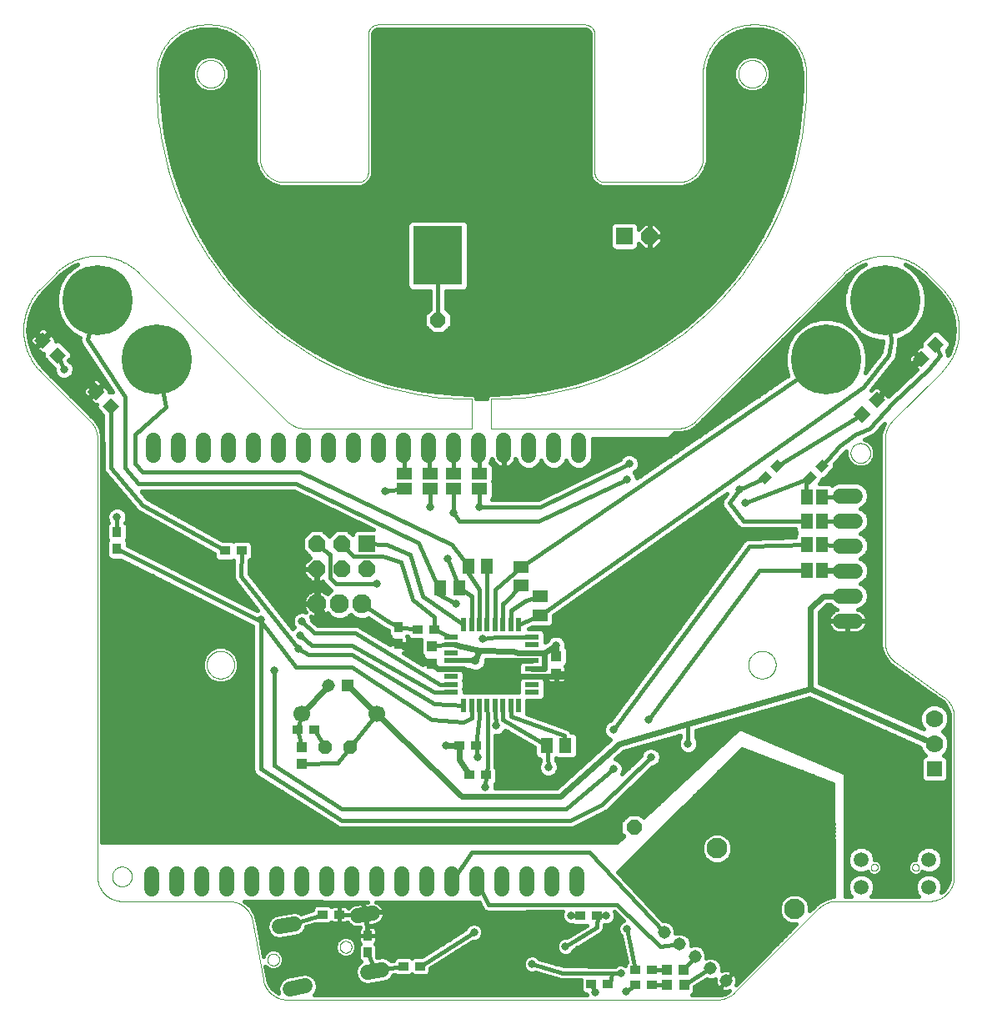
<source format=gtl>
G75*
%MOIN*%
%OFA0B0*%
%FSLAX25Y25*%
%IPPOS*%
%LPD*%
%AMOC8*
5,1,8,0,0,1.08239X$1,22.5*
%
%ADD10C,0.00000*%
%ADD11R,0.19685X0.23622*%
%ADD12C,0.28000*%
%ADD13R,0.05150X0.05150*%
%ADD14C,0.05150*%
%ADD15OC8,0.06000*%
%ADD16C,0.07600*%
%ADD17C,0.06693*%
%ADD18R,0.03937X0.03543*%
%ADD19R,0.03543X0.03937*%
%ADD20OC8,0.05200*%
%ADD21R,0.04252X0.04134*%
%ADD22C,0.06000*%
%ADD23R,0.05800X0.02000*%
%ADD24R,0.02000X0.05800*%
%ADD25R,0.05906X0.05118*%
%ADD26R,0.05118X0.05906*%
%ADD27R,0.06300X0.04600*%
%ADD28C,0.05937*%
%ADD29R,0.06000X0.06000*%
%ADD30C,0.07000*%
%ADD31R,0.06600X0.06600*%
%ADD32OC8,0.06600*%
%ADD33R,0.04724X0.04724*%
%ADD34R,0.04600X0.06300*%
%ADD35C,0.08268*%
%ADD36C,0.05937*%
%ADD37R,0.04134X0.04252*%
%ADD38C,0.01600*%
%ADD39C,0.02400*%
%ADD40C,0.03169*%
%ADD41C,0.01969*%
%ADD42C,0.03562*%
D10*
X0036446Y0055626D02*
X0036446Y0230683D01*
X0033563Y0237643D02*
X0013779Y0257427D01*
X0013380Y0257835D01*
X0012991Y0258253D01*
X0012613Y0258680D01*
X0012245Y0259117D01*
X0011887Y0259562D01*
X0011541Y0260015D01*
X0011205Y0260477D01*
X0010881Y0260947D01*
X0010568Y0261425D01*
X0010267Y0261909D01*
X0009977Y0262401D01*
X0009700Y0262900D01*
X0009435Y0263406D01*
X0009182Y0263918D01*
X0008941Y0264435D01*
X0008713Y0264959D01*
X0008498Y0265487D01*
X0008295Y0266021D01*
X0008106Y0266559D01*
X0007930Y0267102D01*
X0007766Y0267649D01*
X0007616Y0268200D01*
X0007480Y0268754D01*
X0007357Y0269312D01*
X0007247Y0269872D01*
X0007151Y0270435D01*
X0007068Y0271000D01*
X0007000Y0271566D01*
X0006944Y0272134D01*
X0006903Y0272704D01*
X0006876Y0273274D01*
X0006862Y0273845D01*
X0006862Y0274415D01*
X0006876Y0274986D01*
X0006903Y0275556D01*
X0006944Y0276126D01*
X0007000Y0276694D01*
X0007068Y0277260D01*
X0007151Y0277825D01*
X0007247Y0278388D01*
X0007357Y0278948D01*
X0007480Y0279506D01*
X0007616Y0280060D01*
X0007766Y0280611D01*
X0007930Y0281158D01*
X0008106Y0281701D01*
X0008295Y0282239D01*
X0008498Y0282773D01*
X0008713Y0283301D01*
X0008941Y0283825D01*
X0009182Y0284342D01*
X0009435Y0284854D01*
X0009700Y0285360D01*
X0009977Y0285859D01*
X0010267Y0286351D01*
X0010568Y0286835D01*
X0010881Y0287313D01*
X0011205Y0287783D01*
X0011541Y0288245D01*
X0011887Y0288698D01*
X0012245Y0289143D01*
X0012613Y0289580D01*
X0012991Y0290007D01*
X0013380Y0290425D01*
X0013779Y0290833D01*
X0019742Y0296797D01*
X0019743Y0296796D02*
X0020151Y0297195D01*
X0020569Y0297584D01*
X0020996Y0297962D01*
X0021433Y0298330D01*
X0021878Y0298688D01*
X0022331Y0299034D01*
X0022793Y0299370D01*
X0023263Y0299694D01*
X0023741Y0300007D01*
X0024225Y0300308D01*
X0024717Y0300598D01*
X0025216Y0300875D01*
X0025722Y0301140D01*
X0026234Y0301393D01*
X0026751Y0301634D01*
X0027275Y0301862D01*
X0027803Y0302077D01*
X0028337Y0302280D01*
X0028875Y0302469D01*
X0029418Y0302645D01*
X0029965Y0302809D01*
X0030516Y0302959D01*
X0031070Y0303095D01*
X0031628Y0303218D01*
X0032188Y0303328D01*
X0032751Y0303424D01*
X0033316Y0303507D01*
X0033882Y0303575D01*
X0034450Y0303631D01*
X0035020Y0303672D01*
X0035590Y0303699D01*
X0036161Y0303713D01*
X0036731Y0303713D01*
X0037302Y0303699D01*
X0037872Y0303672D01*
X0038442Y0303631D01*
X0039010Y0303575D01*
X0039576Y0303507D01*
X0040141Y0303424D01*
X0040704Y0303328D01*
X0041264Y0303218D01*
X0041822Y0303095D01*
X0042376Y0302959D01*
X0042927Y0302809D01*
X0043474Y0302645D01*
X0044017Y0302469D01*
X0044555Y0302280D01*
X0045089Y0302077D01*
X0045617Y0301862D01*
X0046141Y0301634D01*
X0046658Y0301393D01*
X0047170Y0301140D01*
X0047676Y0300875D01*
X0048175Y0300598D01*
X0048667Y0300308D01*
X0049151Y0300007D01*
X0049629Y0299694D01*
X0050099Y0299370D01*
X0050561Y0299034D01*
X0051014Y0298688D01*
X0051459Y0298330D01*
X0051896Y0297962D01*
X0052323Y0297584D01*
X0052741Y0297195D01*
X0053149Y0296796D01*
X0053149Y0296797D02*
X0112303Y0237643D01*
X0119263Y0234760D02*
X0186052Y0234760D01*
X0186052Y0246571D01*
X0193926Y0246571D02*
X0193926Y0234760D01*
X0268589Y0234760D01*
X0268589Y0234759D02*
X0268823Y0234762D01*
X0269057Y0234770D01*
X0269291Y0234784D01*
X0269525Y0234804D01*
X0269758Y0234829D01*
X0269990Y0234859D01*
X0270221Y0234895D01*
X0270452Y0234937D01*
X0270681Y0234984D01*
X0270910Y0235036D01*
X0271137Y0235094D01*
X0271362Y0235158D01*
X0271586Y0235226D01*
X0271808Y0235300D01*
X0272029Y0235380D01*
X0272247Y0235464D01*
X0272464Y0235554D01*
X0272678Y0235648D01*
X0272890Y0235748D01*
X0273099Y0235853D01*
X0273306Y0235963D01*
X0273511Y0236078D01*
X0273712Y0236197D01*
X0273911Y0236322D01*
X0274106Y0236451D01*
X0274299Y0236584D01*
X0274488Y0236722D01*
X0274674Y0236865D01*
X0274856Y0237012D01*
X0275035Y0237163D01*
X0275210Y0237319D01*
X0275381Y0237478D01*
X0275549Y0237642D01*
X0275549Y0237643D02*
X0334703Y0296797D01*
X0334703Y0296796D02*
X0335111Y0297195D01*
X0335529Y0297584D01*
X0335956Y0297962D01*
X0336393Y0298330D01*
X0336838Y0298688D01*
X0337291Y0299034D01*
X0337753Y0299370D01*
X0338223Y0299694D01*
X0338701Y0300007D01*
X0339185Y0300308D01*
X0339677Y0300598D01*
X0340176Y0300875D01*
X0340682Y0301140D01*
X0341194Y0301393D01*
X0341711Y0301634D01*
X0342235Y0301862D01*
X0342763Y0302077D01*
X0343297Y0302280D01*
X0343835Y0302469D01*
X0344378Y0302645D01*
X0344925Y0302809D01*
X0345476Y0302959D01*
X0346030Y0303095D01*
X0346588Y0303218D01*
X0347148Y0303328D01*
X0347711Y0303424D01*
X0348276Y0303507D01*
X0348842Y0303575D01*
X0349410Y0303631D01*
X0349980Y0303672D01*
X0350550Y0303699D01*
X0351121Y0303713D01*
X0351691Y0303713D01*
X0352262Y0303699D01*
X0352832Y0303672D01*
X0353402Y0303631D01*
X0353970Y0303575D01*
X0354536Y0303507D01*
X0355101Y0303424D01*
X0355664Y0303328D01*
X0356224Y0303218D01*
X0356782Y0303095D01*
X0357336Y0302959D01*
X0357887Y0302809D01*
X0358434Y0302645D01*
X0358977Y0302469D01*
X0359515Y0302280D01*
X0360049Y0302077D01*
X0360577Y0301862D01*
X0361101Y0301634D01*
X0361618Y0301393D01*
X0362130Y0301140D01*
X0362636Y0300875D01*
X0363135Y0300598D01*
X0363627Y0300308D01*
X0364111Y0300007D01*
X0364589Y0299694D01*
X0365059Y0299370D01*
X0365521Y0299034D01*
X0365974Y0298688D01*
X0366419Y0298330D01*
X0366856Y0297962D01*
X0367283Y0297584D01*
X0367701Y0297195D01*
X0368109Y0296796D01*
X0368110Y0296797D02*
X0374073Y0290833D01*
X0374472Y0290425D01*
X0374861Y0290007D01*
X0375239Y0289580D01*
X0375607Y0289143D01*
X0375965Y0288698D01*
X0376311Y0288245D01*
X0376647Y0287783D01*
X0376971Y0287313D01*
X0377284Y0286835D01*
X0377585Y0286351D01*
X0377875Y0285859D01*
X0378152Y0285360D01*
X0378417Y0284854D01*
X0378670Y0284342D01*
X0378911Y0283825D01*
X0379139Y0283301D01*
X0379354Y0282773D01*
X0379557Y0282239D01*
X0379746Y0281701D01*
X0379922Y0281158D01*
X0380086Y0280611D01*
X0380236Y0280060D01*
X0380372Y0279506D01*
X0380495Y0278948D01*
X0380605Y0278388D01*
X0380701Y0277825D01*
X0380784Y0277260D01*
X0380852Y0276694D01*
X0380908Y0276126D01*
X0380949Y0275556D01*
X0380976Y0274986D01*
X0380990Y0274415D01*
X0380990Y0273845D01*
X0380976Y0273274D01*
X0380949Y0272704D01*
X0380908Y0272134D01*
X0380852Y0271566D01*
X0380784Y0271000D01*
X0380701Y0270435D01*
X0380605Y0269872D01*
X0380495Y0269312D01*
X0380372Y0268754D01*
X0380236Y0268200D01*
X0380086Y0267649D01*
X0379922Y0267102D01*
X0379746Y0266559D01*
X0379557Y0266021D01*
X0379354Y0265487D01*
X0379139Y0264959D01*
X0378911Y0264435D01*
X0378670Y0263918D01*
X0378417Y0263406D01*
X0378152Y0262900D01*
X0377875Y0262401D01*
X0377585Y0261909D01*
X0377284Y0261425D01*
X0376971Y0260947D01*
X0376647Y0260477D01*
X0376311Y0260015D01*
X0375965Y0259562D01*
X0375607Y0259117D01*
X0375239Y0258680D01*
X0374861Y0258253D01*
X0374472Y0257835D01*
X0374073Y0257427D01*
X0354289Y0237643D01*
X0351406Y0230683D02*
X0351406Y0149274D01*
X0355528Y0141265D02*
X0374844Y0127468D01*
X0378965Y0119459D02*
X0378965Y0055626D01*
X0378966Y0055626D02*
X0378963Y0055388D01*
X0378955Y0055150D01*
X0378940Y0054913D01*
X0378920Y0054676D01*
X0378894Y0054440D01*
X0378863Y0054204D01*
X0378826Y0053969D01*
X0378783Y0053735D01*
X0378734Y0053502D01*
X0378680Y0053270D01*
X0378620Y0053040D01*
X0378555Y0052811D01*
X0378484Y0052584D01*
X0378408Y0052359D01*
X0378326Y0052136D01*
X0378239Y0051914D01*
X0378147Y0051695D01*
X0378049Y0051478D01*
X0377947Y0051264D01*
X0377839Y0051052D01*
X0377725Y0050842D01*
X0377607Y0050636D01*
X0377484Y0050432D01*
X0377356Y0050232D01*
X0377224Y0050035D01*
X0377086Y0049840D01*
X0376944Y0049650D01*
X0376797Y0049462D01*
X0376646Y0049279D01*
X0376491Y0049099D01*
X0376331Y0048923D01*
X0376167Y0048751D01*
X0375998Y0048582D01*
X0375826Y0048418D01*
X0375650Y0048258D01*
X0375470Y0048103D01*
X0375287Y0047952D01*
X0375099Y0047805D01*
X0374909Y0047663D01*
X0374714Y0047525D01*
X0374517Y0047393D01*
X0374317Y0047265D01*
X0374113Y0047142D01*
X0373907Y0047024D01*
X0373697Y0046910D01*
X0373485Y0046802D01*
X0373271Y0046700D01*
X0373054Y0046602D01*
X0372835Y0046510D01*
X0372613Y0046423D01*
X0372390Y0046341D01*
X0372165Y0046265D01*
X0371938Y0046194D01*
X0371709Y0046129D01*
X0371479Y0046069D01*
X0371247Y0046015D01*
X0371014Y0045966D01*
X0370780Y0045923D01*
X0370545Y0045886D01*
X0370309Y0045855D01*
X0370073Y0045829D01*
X0369836Y0045809D01*
X0369599Y0045794D01*
X0369361Y0045786D01*
X0369123Y0045783D01*
X0369123Y0045784D02*
X0331861Y0045784D01*
X0324901Y0042901D02*
X0291297Y0009296D01*
X0284337Y0006413D02*
X0112391Y0006413D01*
X0112151Y0006416D01*
X0111910Y0006425D01*
X0111670Y0006439D01*
X0111431Y0006460D01*
X0111192Y0006486D01*
X0110953Y0006519D01*
X0110716Y0006557D01*
X0110479Y0006600D01*
X0110244Y0006650D01*
X0110010Y0006705D01*
X0109777Y0006766D01*
X0109546Y0006833D01*
X0109317Y0006905D01*
X0109089Y0006983D01*
X0108864Y0007067D01*
X0108640Y0007156D01*
X0108419Y0007250D01*
X0108200Y0007350D01*
X0107984Y0007455D01*
X0107770Y0007565D01*
X0107559Y0007681D01*
X0107351Y0007801D01*
X0107146Y0007927D01*
X0106944Y0008057D01*
X0106746Y0008193D01*
X0106550Y0008333D01*
X0106358Y0008478D01*
X0106170Y0008628D01*
X0105986Y0008782D01*
X0105805Y0008941D01*
X0105628Y0009104D01*
X0105456Y0009271D01*
X0105287Y0009443D01*
X0105123Y0009619D01*
X0104963Y0009798D01*
X0104807Y0009982D01*
X0104656Y0010169D01*
X0104510Y0010359D01*
X0104368Y0010554D01*
X0104231Y0010751D01*
X0104099Y0010952D01*
X0103972Y0011157D01*
X0103850Y0011364D01*
X0103733Y0011574D01*
X0103621Y0011787D01*
X0103514Y0012002D01*
X0103413Y0012221D01*
X0103317Y0012441D01*
X0103227Y0012664D01*
X0103142Y0012889D01*
X0103062Y0013116D01*
X0102988Y0013345D01*
X0102920Y0013575D01*
X0102857Y0013808D01*
X0102800Y0014041D01*
X0102749Y0014276D01*
X0102704Y0014512D01*
X0098533Y0037685D01*
X0104437Y0022396D02*
X0104439Y0022493D01*
X0104445Y0022590D01*
X0104455Y0022686D01*
X0104469Y0022782D01*
X0104487Y0022878D01*
X0104508Y0022972D01*
X0104534Y0023066D01*
X0104563Y0023158D01*
X0104597Y0023249D01*
X0104633Y0023339D01*
X0104674Y0023427D01*
X0104718Y0023513D01*
X0104766Y0023598D01*
X0104817Y0023680D01*
X0104871Y0023761D01*
X0104929Y0023839D01*
X0104990Y0023914D01*
X0105053Y0023987D01*
X0105120Y0024058D01*
X0105190Y0024125D01*
X0105262Y0024190D01*
X0105337Y0024251D01*
X0105415Y0024310D01*
X0105494Y0024365D01*
X0105576Y0024417D01*
X0105660Y0024465D01*
X0105746Y0024510D01*
X0105834Y0024552D01*
X0105923Y0024590D01*
X0106014Y0024624D01*
X0106106Y0024654D01*
X0106199Y0024681D01*
X0106294Y0024703D01*
X0106389Y0024722D01*
X0106485Y0024737D01*
X0106581Y0024748D01*
X0106678Y0024755D01*
X0106775Y0024758D01*
X0106872Y0024757D01*
X0106969Y0024752D01*
X0107065Y0024743D01*
X0107161Y0024730D01*
X0107257Y0024713D01*
X0107352Y0024692D01*
X0107445Y0024668D01*
X0107538Y0024639D01*
X0107630Y0024607D01*
X0107720Y0024571D01*
X0107808Y0024532D01*
X0107895Y0024488D01*
X0107980Y0024442D01*
X0108063Y0024391D01*
X0108144Y0024338D01*
X0108222Y0024281D01*
X0108299Y0024221D01*
X0108372Y0024158D01*
X0108443Y0024092D01*
X0108511Y0024023D01*
X0108577Y0023951D01*
X0108639Y0023877D01*
X0108698Y0023800D01*
X0108754Y0023721D01*
X0108807Y0023639D01*
X0108857Y0023556D01*
X0108902Y0023470D01*
X0108945Y0023383D01*
X0108984Y0023294D01*
X0109019Y0023204D01*
X0109050Y0023112D01*
X0109077Y0023019D01*
X0109101Y0022925D01*
X0109121Y0022830D01*
X0109137Y0022734D01*
X0109149Y0022638D01*
X0109157Y0022541D01*
X0109161Y0022444D01*
X0109161Y0022348D01*
X0109157Y0022251D01*
X0109149Y0022154D01*
X0109137Y0022058D01*
X0109121Y0021962D01*
X0109101Y0021867D01*
X0109077Y0021773D01*
X0109050Y0021680D01*
X0109019Y0021588D01*
X0108984Y0021498D01*
X0108945Y0021409D01*
X0108902Y0021322D01*
X0108857Y0021236D01*
X0108807Y0021153D01*
X0108754Y0021071D01*
X0108698Y0020992D01*
X0108639Y0020915D01*
X0108577Y0020841D01*
X0108511Y0020769D01*
X0108443Y0020700D01*
X0108372Y0020634D01*
X0108299Y0020571D01*
X0108222Y0020511D01*
X0108144Y0020454D01*
X0108063Y0020401D01*
X0107980Y0020350D01*
X0107895Y0020304D01*
X0107808Y0020260D01*
X0107720Y0020221D01*
X0107630Y0020185D01*
X0107538Y0020153D01*
X0107445Y0020124D01*
X0107352Y0020100D01*
X0107257Y0020079D01*
X0107161Y0020062D01*
X0107065Y0020049D01*
X0106969Y0020040D01*
X0106872Y0020035D01*
X0106775Y0020034D01*
X0106678Y0020037D01*
X0106581Y0020044D01*
X0106485Y0020055D01*
X0106389Y0020070D01*
X0106294Y0020089D01*
X0106199Y0020111D01*
X0106106Y0020138D01*
X0106014Y0020168D01*
X0105923Y0020202D01*
X0105834Y0020240D01*
X0105746Y0020282D01*
X0105660Y0020327D01*
X0105576Y0020375D01*
X0105494Y0020427D01*
X0105415Y0020482D01*
X0105337Y0020541D01*
X0105262Y0020602D01*
X0105190Y0020667D01*
X0105120Y0020734D01*
X0105053Y0020805D01*
X0104990Y0020878D01*
X0104929Y0020953D01*
X0104871Y0021031D01*
X0104817Y0021112D01*
X0104766Y0021194D01*
X0104718Y0021279D01*
X0104674Y0021365D01*
X0104633Y0021453D01*
X0104597Y0021543D01*
X0104563Y0021634D01*
X0104534Y0021726D01*
X0104508Y0021820D01*
X0104487Y0021914D01*
X0104469Y0022010D01*
X0104455Y0022106D01*
X0104445Y0022202D01*
X0104439Y0022299D01*
X0104437Y0022396D01*
X0098534Y0037685D02*
X0098489Y0037921D01*
X0098438Y0038156D01*
X0098381Y0038389D01*
X0098318Y0038622D01*
X0098250Y0038852D01*
X0098176Y0039081D01*
X0098096Y0039308D01*
X0098011Y0039533D01*
X0097921Y0039756D01*
X0097825Y0039976D01*
X0097724Y0040195D01*
X0097617Y0040410D01*
X0097505Y0040623D01*
X0097388Y0040833D01*
X0097266Y0041040D01*
X0097139Y0041245D01*
X0097007Y0041446D01*
X0096870Y0041643D01*
X0096728Y0041838D01*
X0096582Y0042028D01*
X0096431Y0042215D01*
X0096275Y0042399D01*
X0096115Y0042578D01*
X0095951Y0042754D01*
X0095782Y0042926D01*
X0095610Y0043093D01*
X0095433Y0043256D01*
X0095252Y0043415D01*
X0095068Y0043569D01*
X0094880Y0043719D01*
X0094688Y0043864D01*
X0094492Y0044004D01*
X0094294Y0044140D01*
X0094092Y0044270D01*
X0093887Y0044396D01*
X0093679Y0044516D01*
X0093468Y0044632D01*
X0093254Y0044742D01*
X0093038Y0044847D01*
X0092819Y0044947D01*
X0092598Y0045041D01*
X0092374Y0045130D01*
X0092149Y0045214D01*
X0091921Y0045292D01*
X0091692Y0045364D01*
X0091461Y0045431D01*
X0091228Y0045492D01*
X0090994Y0045547D01*
X0090759Y0045597D01*
X0090522Y0045640D01*
X0090285Y0045678D01*
X0090046Y0045711D01*
X0089807Y0045737D01*
X0089568Y0045758D01*
X0089328Y0045772D01*
X0089087Y0045781D01*
X0088847Y0045784D01*
X0046288Y0045784D01*
X0042351Y0055626D02*
X0042353Y0055751D01*
X0042359Y0055876D01*
X0042369Y0056000D01*
X0042383Y0056124D01*
X0042400Y0056248D01*
X0042422Y0056371D01*
X0042448Y0056493D01*
X0042477Y0056615D01*
X0042510Y0056735D01*
X0042548Y0056854D01*
X0042588Y0056973D01*
X0042633Y0057089D01*
X0042681Y0057204D01*
X0042733Y0057318D01*
X0042789Y0057430D01*
X0042848Y0057540D01*
X0042910Y0057648D01*
X0042976Y0057755D01*
X0043045Y0057859D01*
X0043118Y0057960D01*
X0043193Y0058060D01*
X0043272Y0058157D01*
X0043354Y0058251D01*
X0043439Y0058343D01*
X0043526Y0058432D01*
X0043617Y0058518D01*
X0043710Y0058601D01*
X0043806Y0058682D01*
X0043904Y0058759D01*
X0044004Y0058833D01*
X0044107Y0058904D01*
X0044212Y0058971D01*
X0044320Y0059036D01*
X0044429Y0059096D01*
X0044540Y0059154D01*
X0044653Y0059207D01*
X0044767Y0059257D01*
X0044883Y0059304D01*
X0045000Y0059346D01*
X0045119Y0059385D01*
X0045239Y0059421D01*
X0045360Y0059452D01*
X0045482Y0059480D01*
X0045604Y0059503D01*
X0045728Y0059523D01*
X0045852Y0059539D01*
X0045976Y0059551D01*
X0046101Y0059559D01*
X0046226Y0059563D01*
X0046350Y0059563D01*
X0046475Y0059559D01*
X0046600Y0059551D01*
X0046724Y0059539D01*
X0046848Y0059523D01*
X0046972Y0059503D01*
X0047094Y0059480D01*
X0047216Y0059452D01*
X0047337Y0059421D01*
X0047457Y0059385D01*
X0047576Y0059346D01*
X0047693Y0059304D01*
X0047809Y0059257D01*
X0047923Y0059207D01*
X0048036Y0059154D01*
X0048147Y0059096D01*
X0048257Y0059036D01*
X0048364Y0058971D01*
X0048469Y0058904D01*
X0048572Y0058833D01*
X0048672Y0058759D01*
X0048770Y0058682D01*
X0048866Y0058601D01*
X0048959Y0058518D01*
X0049050Y0058432D01*
X0049137Y0058343D01*
X0049222Y0058251D01*
X0049304Y0058157D01*
X0049383Y0058060D01*
X0049458Y0057960D01*
X0049531Y0057859D01*
X0049600Y0057755D01*
X0049666Y0057648D01*
X0049728Y0057540D01*
X0049787Y0057430D01*
X0049843Y0057318D01*
X0049895Y0057204D01*
X0049943Y0057089D01*
X0049988Y0056973D01*
X0050028Y0056854D01*
X0050066Y0056735D01*
X0050099Y0056615D01*
X0050128Y0056493D01*
X0050154Y0056371D01*
X0050176Y0056248D01*
X0050193Y0056124D01*
X0050207Y0056000D01*
X0050217Y0055876D01*
X0050223Y0055751D01*
X0050225Y0055626D01*
X0050223Y0055501D01*
X0050217Y0055376D01*
X0050207Y0055252D01*
X0050193Y0055128D01*
X0050176Y0055004D01*
X0050154Y0054881D01*
X0050128Y0054759D01*
X0050099Y0054637D01*
X0050066Y0054517D01*
X0050028Y0054398D01*
X0049988Y0054279D01*
X0049943Y0054163D01*
X0049895Y0054048D01*
X0049843Y0053934D01*
X0049787Y0053822D01*
X0049728Y0053712D01*
X0049666Y0053604D01*
X0049600Y0053497D01*
X0049531Y0053393D01*
X0049458Y0053292D01*
X0049383Y0053192D01*
X0049304Y0053095D01*
X0049222Y0053001D01*
X0049137Y0052909D01*
X0049050Y0052820D01*
X0048959Y0052734D01*
X0048866Y0052651D01*
X0048770Y0052570D01*
X0048672Y0052493D01*
X0048572Y0052419D01*
X0048469Y0052348D01*
X0048364Y0052281D01*
X0048256Y0052216D01*
X0048147Y0052156D01*
X0048036Y0052098D01*
X0047923Y0052045D01*
X0047809Y0051995D01*
X0047693Y0051948D01*
X0047576Y0051906D01*
X0047457Y0051867D01*
X0047337Y0051831D01*
X0047216Y0051800D01*
X0047094Y0051772D01*
X0046972Y0051749D01*
X0046848Y0051729D01*
X0046724Y0051713D01*
X0046600Y0051701D01*
X0046475Y0051693D01*
X0046350Y0051689D01*
X0046226Y0051689D01*
X0046101Y0051693D01*
X0045976Y0051701D01*
X0045852Y0051713D01*
X0045728Y0051729D01*
X0045604Y0051749D01*
X0045482Y0051772D01*
X0045360Y0051800D01*
X0045239Y0051831D01*
X0045119Y0051867D01*
X0045000Y0051906D01*
X0044883Y0051948D01*
X0044767Y0051995D01*
X0044653Y0052045D01*
X0044540Y0052098D01*
X0044429Y0052156D01*
X0044319Y0052216D01*
X0044212Y0052281D01*
X0044107Y0052348D01*
X0044004Y0052419D01*
X0043904Y0052493D01*
X0043806Y0052570D01*
X0043710Y0052651D01*
X0043617Y0052734D01*
X0043526Y0052820D01*
X0043439Y0052909D01*
X0043354Y0053001D01*
X0043272Y0053095D01*
X0043193Y0053192D01*
X0043118Y0053292D01*
X0043045Y0053393D01*
X0042976Y0053497D01*
X0042910Y0053604D01*
X0042848Y0053712D01*
X0042789Y0053822D01*
X0042733Y0053934D01*
X0042681Y0054048D01*
X0042633Y0054163D01*
X0042588Y0054279D01*
X0042548Y0054398D01*
X0042510Y0054517D01*
X0042477Y0054637D01*
X0042448Y0054759D01*
X0042422Y0054881D01*
X0042400Y0055004D01*
X0042383Y0055128D01*
X0042369Y0055252D01*
X0042359Y0055376D01*
X0042353Y0055501D01*
X0042351Y0055626D01*
X0036445Y0055626D02*
X0036448Y0055388D01*
X0036456Y0055150D01*
X0036471Y0054913D01*
X0036491Y0054676D01*
X0036517Y0054440D01*
X0036548Y0054204D01*
X0036585Y0053969D01*
X0036628Y0053735D01*
X0036677Y0053502D01*
X0036731Y0053270D01*
X0036791Y0053040D01*
X0036856Y0052811D01*
X0036927Y0052584D01*
X0037003Y0052359D01*
X0037085Y0052136D01*
X0037172Y0051914D01*
X0037264Y0051695D01*
X0037362Y0051478D01*
X0037464Y0051264D01*
X0037572Y0051052D01*
X0037686Y0050842D01*
X0037804Y0050636D01*
X0037927Y0050432D01*
X0038055Y0050232D01*
X0038187Y0050035D01*
X0038325Y0049840D01*
X0038467Y0049650D01*
X0038614Y0049462D01*
X0038765Y0049279D01*
X0038920Y0049099D01*
X0039080Y0048923D01*
X0039244Y0048751D01*
X0039413Y0048582D01*
X0039585Y0048418D01*
X0039761Y0048258D01*
X0039941Y0048103D01*
X0040124Y0047952D01*
X0040312Y0047805D01*
X0040502Y0047663D01*
X0040697Y0047525D01*
X0040894Y0047393D01*
X0041094Y0047265D01*
X0041298Y0047142D01*
X0041504Y0047024D01*
X0041714Y0046910D01*
X0041926Y0046802D01*
X0042140Y0046700D01*
X0042357Y0046602D01*
X0042576Y0046510D01*
X0042798Y0046423D01*
X0043021Y0046341D01*
X0043246Y0046265D01*
X0043473Y0046194D01*
X0043702Y0046129D01*
X0043932Y0046069D01*
X0044164Y0046015D01*
X0044397Y0045966D01*
X0044631Y0045923D01*
X0044866Y0045886D01*
X0045102Y0045855D01*
X0045338Y0045829D01*
X0045575Y0045809D01*
X0045812Y0045794D01*
X0046050Y0045786D01*
X0046288Y0045783D01*
X0080146Y0140272D02*
X0080148Y0140420D01*
X0080154Y0140568D01*
X0080164Y0140716D01*
X0080178Y0140863D01*
X0080196Y0141010D01*
X0080217Y0141156D01*
X0080243Y0141302D01*
X0080273Y0141447D01*
X0080306Y0141591D01*
X0080344Y0141734D01*
X0080385Y0141876D01*
X0080430Y0142017D01*
X0080478Y0142157D01*
X0080531Y0142296D01*
X0080587Y0142433D01*
X0080647Y0142568D01*
X0080710Y0142702D01*
X0080777Y0142834D01*
X0080848Y0142964D01*
X0080922Y0143092D01*
X0080999Y0143218D01*
X0081080Y0143342D01*
X0081164Y0143464D01*
X0081251Y0143583D01*
X0081342Y0143700D01*
X0081436Y0143815D01*
X0081532Y0143927D01*
X0081632Y0144037D01*
X0081734Y0144143D01*
X0081840Y0144247D01*
X0081948Y0144348D01*
X0082059Y0144446D01*
X0082172Y0144542D01*
X0082288Y0144634D01*
X0082406Y0144723D01*
X0082527Y0144808D01*
X0082650Y0144891D01*
X0082775Y0144970D01*
X0082902Y0145046D01*
X0083031Y0145118D01*
X0083162Y0145187D01*
X0083295Y0145252D01*
X0083430Y0145313D01*
X0083566Y0145371D01*
X0083703Y0145426D01*
X0083842Y0145476D01*
X0083983Y0145523D01*
X0084124Y0145566D01*
X0084267Y0145606D01*
X0084411Y0145641D01*
X0084555Y0145673D01*
X0084701Y0145700D01*
X0084847Y0145724D01*
X0084994Y0145744D01*
X0085141Y0145760D01*
X0085288Y0145772D01*
X0085436Y0145780D01*
X0085584Y0145784D01*
X0085732Y0145784D01*
X0085880Y0145780D01*
X0086028Y0145772D01*
X0086175Y0145760D01*
X0086322Y0145744D01*
X0086469Y0145724D01*
X0086615Y0145700D01*
X0086761Y0145673D01*
X0086905Y0145641D01*
X0087049Y0145606D01*
X0087192Y0145566D01*
X0087333Y0145523D01*
X0087474Y0145476D01*
X0087613Y0145426D01*
X0087750Y0145371D01*
X0087886Y0145313D01*
X0088021Y0145252D01*
X0088154Y0145187D01*
X0088285Y0145118D01*
X0088414Y0145046D01*
X0088541Y0144970D01*
X0088666Y0144891D01*
X0088789Y0144808D01*
X0088910Y0144723D01*
X0089028Y0144634D01*
X0089144Y0144542D01*
X0089257Y0144446D01*
X0089368Y0144348D01*
X0089476Y0144247D01*
X0089582Y0144143D01*
X0089684Y0144037D01*
X0089784Y0143927D01*
X0089880Y0143815D01*
X0089974Y0143700D01*
X0090065Y0143583D01*
X0090152Y0143464D01*
X0090236Y0143342D01*
X0090317Y0143218D01*
X0090394Y0143092D01*
X0090468Y0142964D01*
X0090539Y0142834D01*
X0090606Y0142702D01*
X0090669Y0142568D01*
X0090729Y0142433D01*
X0090785Y0142296D01*
X0090838Y0142157D01*
X0090886Y0142017D01*
X0090931Y0141876D01*
X0090972Y0141734D01*
X0091010Y0141591D01*
X0091043Y0141447D01*
X0091073Y0141302D01*
X0091099Y0141156D01*
X0091120Y0141010D01*
X0091138Y0140863D01*
X0091152Y0140716D01*
X0091162Y0140568D01*
X0091168Y0140420D01*
X0091170Y0140272D01*
X0091168Y0140124D01*
X0091162Y0139976D01*
X0091152Y0139828D01*
X0091138Y0139681D01*
X0091120Y0139534D01*
X0091099Y0139388D01*
X0091073Y0139242D01*
X0091043Y0139097D01*
X0091010Y0138953D01*
X0090972Y0138810D01*
X0090931Y0138668D01*
X0090886Y0138527D01*
X0090838Y0138387D01*
X0090785Y0138248D01*
X0090729Y0138111D01*
X0090669Y0137976D01*
X0090606Y0137842D01*
X0090539Y0137710D01*
X0090468Y0137580D01*
X0090394Y0137452D01*
X0090317Y0137326D01*
X0090236Y0137202D01*
X0090152Y0137080D01*
X0090065Y0136961D01*
X0089974Y0136844D01*
X0089880Y0136729D01*
X0089784Y0136617D01*
X0089684Y0136507D01*
X0089582Y0136401D01*
X0089476Y0136297D01*
X0089368Y0136196D01*
X0089257Y0136098D01*
X0089144Y0136002D01*
X0089028Y0135910D01*
X0088910Y0135821D01*
X0088789Y0135736D01*
X0088666Y0135653D01*
X0088541Y0135574D01*
X0088414Y0135498D01*
X0088285Y0135426D01*
X0088154Y0135357D01*
X0088021Y0135292D01*
X0087886Y0135231D01*
X0087750Y0135173D01*
X0087613Y0135118D01*
X0087474Y0135068D01*
X0087333Y0135021D01*
X0087192Y0134978D01*
X0087049Y0134938D01*
X0086905Y0134903D01*
X0086761Y0134871D01*
X0086615Y0134844D01*
X0086469Y0134820D01*
X0086322Y0134800D01*
X0086175Y0134784D01*
X0086028Y0134772D01*
X0085880Y0134764D01*
X0085732Y0134760D01*
X0085584Y0134760D01*
X0085436Y0134764D01*
X0085288Y0134772D01*
X0085141Y0134784D01*
X0084994Y0134800D01*
X0084847Y0134820D01*
X0084701Y0134844D01*
X0084555Y0134871D01*
X0084411Y0134903D01*
X0084267Y0134938D01*
X0084124Y0134978D01*
X0083983Y0135021D01*
X0083842Y0135068D01*
X0083703Y0135118D01*
X0083566Y0135173D01*
X0083430Y0135231D01*
X0083295Y0135292D01*
X0083162Y0135357D01*
X0083031Y0135426D01*
X0082902Y0135498D01*
X0082775Y0135574D01*
X0082650Y0135653D01*
X0082527Y0135736D01*
X0082406Y0135821D01*
X0082288Y0135910D01*
X0082172Y0136002D01*
X0082059Y0136098D01*
X0081948Y0136196D01*
X0081840Y0136297D01*
X0081734Y0136401D01*
X0081632Y0136507D01*
X0081532Y0136617D01*
X0081436Y0136729D01*
X0081342Y0136844D01*
X0081251Y0136961D01*
X0081164Y0137080D01*
X0081080Y0137202D01*
X0080999Y0137326D01*
X0080922Y0137452D01*
X0080848Y0137580D01*
X0080777Y0137710D01*
X0080710Y0137842D01*
X0080647Y0137976D01*
X0080587Y0138111D01*
X0080531Y0138248D01*
X0080478Y0138387D01*
X0080430Y0138527D01*
X0080385Y0138668D01*
X0080344Y0138810D01*
X0080306Y0138953D01*
X0080273Y0139097D01*
X0080243Y0139242D01*
X0080217Y0139388D01*
X0080196Y0139534D01*
X0080178Y0139681D01*
X0080164Y0139828D01*
X0080154Y0139976D01*
X0080148Y0140124D01*
X0080146Y0140272D01*
X0036446Y0230683D02*
X0036443Y0230917D01*
X0036435Y0231151D01*
X0036421Y0231385D01*
X0036401Y0231619D01*
X0036376Y0231852D01*
X0036346Y0232084D01*
X0036310Y0232315D01*
X0036268Y0232546D01*
X0036221Y0232775D01*
X0036169Y0233004D01*
X0036111Y0233231D01*
X0036047Y0233456D01*
X0035979Y0233680D01*
X0035905Y0233902D01*
X0035825Y0234123D01*
X0035741Y0234341D01*
X0035651Y0234558D01*
X0035557Y0234772D01*
X0035457Y0234984D01*
X0035352Y0235193D01*
X0035242Y0235400D01*
X0035127Y0235605D01*
X0035008Y0235806D01*
X0034883Y0236005D01*
X0034754Y0236200D01*
X0034621Y0236393D01*
X0034483Y0236582D01*
X0034340Y0236768D01*
X0034193Y0236950D01*
X0034042Y0237129D01*
X0033886Y0237304D01*
X0033727Y0237475D01*
X0033563Y0237643D01*
X0101406Y0343028D02*
X0101406Y0376492D01*
X0101400Y0376968D01*
X0101383Y0377443D01*
X0101354Y0377918D01*
X0101314Y0378392D01*
X0101262Y0378865D01*
X0101199Y0379336D01*
X0101125Y0379806D01*
X0101039Y0380274D01*
X0100942Y0380740D01*
X0100834Y0381203D01*
X0100715Y0381663D01*
X0100584Y0382121D01*
X0100443Y0382575D01*
X0100290Y0383026D01*
X0100127Y0383472D01*
X0099953Y0383915D01*
X0099768Y0384353D01*
X0099573Y0384787D01*
X0099367Y0385216D01*
X0099151Y0385640D01*
X0098925Y0386059D01*
X0098689Y0386472D01*
X0098443Y0386879D01*
X0098187Y0387280D01*
X0097921Y0387674D01*
X0097646Y0388063D01*
X0097362Y0388444D01*
X0097069Y0388818D01*
X0096767Y0389186D01*
X0096455Y0389546D01*
X0096136Y0389898D01*
X0095808Y0390242D01*
X0095471Y0390579D01*
X0095127Y0390907D01*
X0094775Y0391226D01*
X0094415Y0391538D01*
X0094047Y0391840D01*
X0093673Y0392133D01*
X0093292Y0392417D01*
X0092903Y0392692D01*
X0092509Y0392958D01*
X0092108Y0393214D01*
X0091701Y0393460D01*
X0091288Y0393696D01*
X0090869Y0393922D01*
X0090445Y0394138D01*
X0090016Y0394344D01*
X0089582Y0394539D01*
X0089144Y0394724D01*
X0088701Y0394898D01*
X0088255Y0395061D01*
X0087804Y0395214D01*
X0087350Y0395355D01*
X0086892Y0395486D01*
X0086432Y0395605D01*
X0085969Y0395713D01*
X0085503Y0395810D01*
X0085035Y0395896D01*
X0084565Y0395970D01*
X0084094Y0396033D01*
X0083621Y0396085D01*
X0083147Y0396125D01*
X0082672Y0396154D01*
X0082197Y0396171D01*
X0081721Y0396177D01*
X0079753Y0396177D01*
X0079277Y0396171D01*
X0078802Y0396154D01*
X0078327Y0396125D01*
X0077853Y0396085D01*
X0077380Y0396033D01*
X0076909Y0395970D01*
X0076439Y0395896D01*
X0075971Y0395810D01*
X0075505Y0395713D01*
X0075042Y0395605D01*
X0074582Y0395486D01*
X0074124Y0395355D01*
X0073670Y0395214D01*
X0073219Y0395061D01*
X0072773Y0394898D01*
X0072330Y0394724D01*
X0071892Y0394539D01*
X0071458Y0394344D01*
X0071029Y0394138D01*
X0070605Y0393922D01*
X0070186Y0393696D01*
X0069773Y0393460D01*
X0069366Y0393214D01*
X0068965Y0392958D01*
X0068571Y0392692D01*
X0068182Y0392417D01*
X0067801Y0392133D01*
X0067427Y0391840D01*
X0067059Y0391538D01*
X0066699Y0391226D01*
X0066347Y0390907D01*
X0066003Y0390579D01*
X0065666Y0390242D01*
X0065338Y0389898D01*
X0065019Y0389546D01*
X0064707Y0389186D01*
X0064405Y0388818D01*
X0064112Y0388444D01*
X0063828Y0388063D01*
X0063553Y0387674D01*
X0063287Y0387280D01*
X0063031Y0386879D01*
X0062785Y0386472D01*
X0062549Y0386059D01*
X0062323Y0385640D01*
X0062107Y0385216D01*
X0061901Y0384787D01*
X0061706Y0384353D01*
X0061521Y0383915D01*
X0061347Y0383472D01*
X0061184Y0383026D01*
X0061031Y0382575D01*
X0060890Y0382121D01*
X0060759Y0381663D01*
X0060640Y0381203D01*
X0060532Y0380740D01*
X0060435Y0380274D01*
X0060349Y0379806D01*
X0060275Y0379336D01*
X0060212Y0378865D01*
X0060160Y0378392D01*
X0060120Y0377918D01*
X0060091Y0377443D01*
X0060074Y0376968D01*
X0060068Y0376492D01*
X0060068Y0372555D01*
X0076209Y0376492D02*
X0076211Y0376640D01*
X0076217Y0376788D01*
X0076227Y0376936D01*
X0076241Y0377083D01*
X0076259Y0377230D01*
X0076280Y0377376D01*
X0076306Y0377522D01*
X0076336Y0377667D01*
X0076369Y0377811D01*
X0076407Y0377954D01*
X0076448Y0378096D01*
X0076493Y0378237D01*
X0076541Y0378377D01*
X0076594Y0378516D01*
X0076650Y0378653D01*
X0076710Y0378788D01*
X0076773Y0378922D01*
X0076840Y0379054D01*
X0076911Y0379184D01*
X0076985Y0379312D01*
X0077062Y0379438D01*
X0077143Y0379562D01*
X0077227Y0379684D01*
X0077314Y0379803D01*
X0077405Y0379920D01*
X0077499Y0380035D01*
X0077595Y0380147D01*
X0077695Y0380257D01*
X0077797Y0380363D01*
X0077903Y0380467D01*
X0078011Y0380568D01*
X0078122Y0380666D01*
X0078235Y0380762D01*
X0078351Y0380854D01*
X0078469Y0380943D01*
X0078590Y0381028D01*
X0078713Y0381111D01*
X0078838Y0381190D01*
X0078965Y0381266D01*
X0079094Y0381338D01*
X0079225Y0381407D01*
X0079358Y0381472D01*
X0079493Y0381533D01*
X0079629Y0381591D01*
X0079766Y0381646D01*
X0079905Y0381696D01*
X0080046Y0381743D01*
X0080187Y0381786D01*
X0080330Y0381826D01*
X0080474Y0381861D01*
X0080618Y0381893D01*
X0080764Y0381920D01*
X0080910Y0381944D01*
X0081057Y0381964D01*
X0081204Y0381980D01*
X0081351Y0381992D01*
X0081499Y0382000D01*
X0081647Y0382004D01*
X0081795Y0382004D01*
X0081943Y0382000D01*
X0082091Y0381992D01*
X0082238Y0381980D01*
X0082385Y0381964D01*
X0082532Y0381944D01*
X0082678Y0381920D01*
X0082824Y0381893D01*
X0082968Y0381861D01*
X0083112Y0381826D01*
X0083255Y0381786D01*
X0083396Y0381743D01*
X0083537Y0381696D01*
X0083676Y0381646D01*
X0083813Y0381591D01*
X0083949Y0381533D01*
X0084084Y0381472D01*
X0084217Y0381407D01*
X0084348Y0381338D01*
X0084477Y0381266D01*
X0084604Y0381190D01*
X0084729Y0381111D01*
X0084852Y0381028D01*
X0084973Y0380943D01*
X0085091Y0380854D01*
X0085207Y0380762D01*
X0085320Y0380666D01*
X0085431Y0380568D01*
X0085539Y0380467D01*
X0085645Y0380363D01*
X0085747Y0380257D01*
X0085847Y0380147D01*
X0085943Y0380035D01*
X0086037Y0379920D01*
X0086128Y0379803D01*
X0086215Y0379684D01*
X0086299Y0379562D01*
X0086380Y0379438D01*
X0086457Y0379312D01*
X0086531Y0379184D01*
X0086602Y0379054D01*
X0086669Y0378922D01*
X0086732Y0378788D01*
X0086792Y0378653D01*
X0086848Y0378516D01*
X0086901Y0378377D01*
X0086949Y0378237D01*
X0086994Y0378096D01*
X0087035Y0377954D01*
X0087073Y0377811D01*
X0087106Y0377667D01*
X0087136Y0377522D01*
X0087162Y0377376D01*
X0087183Y0377230D01*
X0087201Y0377083D01*
X0087215Y0376936D01*
X0087225Y0376788D01*
X0087231Y0376640D01*
X0087233Y0376492D01*
X0087231Y0376344D01*
X0087225Y0376196D01*
X0087215Y0376048D01*
X0087201Y0375901D01*
X0087183Y0375754D01*
X0087162Y0375608D01*
X0087136Y0375462D01*
X0087106Y0375317D01*
X0087073Y0375173D01*
X0087035Y0375030D01*
X0086994Y0374888D01*
X0086949Y0374747D01*
X0086901Y0374607D01*
X0086848Y0374468D01*
X0086792Y0374331D01*
X0086732Y0374196D01*
X0086669Y0374062D01*
X0086602Y0373930D01*
X0086531Y0373800D01*
X0086457Y0373672D01*
X0086380Y0373546D01*
X0086299Y0373422D01*
X0086215Y0373300D01*
X0086128Y0373181D01*
X0086037Y0373064D01*
X0085943Y0372949D01*
X0085847Y0372837D01*
X0085747Y0372727D01*
X0085645Y0372621D01*
X0085539Y0372517D01*
X0085431Y0372416D01*
X0085320Y0372318D01*
X0085207Y0372222D01*
X0085091Y0372130D01*
X0084973Y0372041D01*
X0084852Y0371956D01*
X0084729Y0371873D01*
X0084604Y0371794D01*
X0084477Y0371718D01*
X0084348Y0371646D01*
X0084217Y0371577D01*
X0084084Y0371512D01*
X0083949Y0371451D01*
X0083813Y0371393D01*
X0083676Y0371338D01*
X0083537Y0371288D01*
X0083396Y0371241D01*
X0083255Y0371198D01*
X0083112Y0371158D01*
X0082968Y0371123D01*
X0082824Y0371091D01*
X0082678Y0371064D01*
X0082532Y0371040D01*
X0082385Y0371020D01*
X0082238Y0371004D01*
X0082091Y0370992D01*
X0081943Y0370984D01*
X0081795Y0370980D01*
X0081647Y0370980D01*
X0081499Y0370984D01*
X0081351Y0370992D01*
X0081204Y0371004D01*
X0081057Y0371020D01*
X0080910Y0371040D01*
X0080764Y0371064D01*
X0080618Y0371091D01*
X0080474Y0371123D01*
X0080330Y0371158D01*
X0080187Y0371198D01*
X0080046Y0371241D01*
X0079905Y0371288D01*
X0079766Y0371338D01*
X0079629Y0371393D01*
X0079493Y0371451D01*
X0079358Y0371512D01*
X0079225Y0371577D01*
X0079094Y0371646D01*
X0078965Y0371718D01*
X0078838Y0371794D01*
X0078713Y0371873D01*
X0078590Y0371956D01*
X0078469Y0372041D01*
X0078351Y0372130D01*
X0078235Y0372222D01*
X0078122Y0372318D01*
X0078011Y0372416D01*
X0077903Y0372517D01*
X0077797Y0372621D01*
X0077695Y0372727D01*
X0077595Y0372837D01*
X0077499Y0372949D01*
X0077405Y0373064D01*
X0077314Y0373181D01*
X0077227Y0373300D01*
X0077143Y0373422D01*
X0077062Y0373546D01*
X0076985Y0373672D01*
X0076911Y0373800D01*
X0076840Y0373930D01*
X0076773Y0374062D01*
X0076710Y0374196D01*
X0076650Y0374331D01*
X0076594Y0374468D01*
X0076541Y0374607D01*
X0076493Y0374747D01*
X0076448Y0374888D01*
X0076407Y0375030D01*
X0076369Y0375173D01*
X0076336Y0375317D01*
X0076306Y0375462D01*
X0076280Y0375608D01*
X0076259Y0375754D01*
X0076241Y0375901D01*
X0076227Y0376048D01*
X0076217Y0376196D01*
X0076211Y0376344D01*
X0076209Y0376492D01*
X0101406Y0343028D02*
X0101409Y0342790D01*
X0101417Y0342552D01*
X0101432Y0342315D01*
X0101452Y0342078D01*
X0101478Y0341842D01*
X0101509Y0341606D01*
X0101546Y0341371D01*
X0101589Y0341137D01*
X0101638Y0340904D01*
X0101692Y0340672D01*
X0101752Y0340442D01*
X0101817Y0340213D01*
X0101888Y0339986D01*
X0101964Y0339761D01*
X0102046Y0339538D01*
X0102133Y0339316D01*
X0102225Y0339097D01*
X0102323Y0338880D01*
X0102425Y0338666D01*
X0102533Y0338454D01*
X0102647Y0338244D01*
X0102765Y0338038D01*
X0102888Y0337834D01*
X0103016Y0337634D01*
X0103148Y0337437D01*
X0103286Y0337242D01*
X0103428Y0337052D01*
X0103575Y0336864D01*
X0103726Y0336681D01*
X0103881Y0336501D01*
X0104041Y0336325D01*
X0104205Y0336153D01*
X0104374Y0335984D01*
X0104546Y0335820D01*
X0104722Y0335660D01*
X0104902Y0335505D01*
X0105085Y0335354D01*
X0105273Y0335207D01*
X0105463Y0335065D01*
X0105658Y0334927D01*
X0105855Y0334795D01*
X0106055Y0334667D01*
X0106259Y0334544D01*
X0106465Y0334426D01*
X0106675Y0334312D01*
X0106887Y0334204D01*
X0107101Y0334102D01*
X0107318Y0334004D01*
X0107537Y0333912D01*
X0107759Y0333825D01*
X0107982Y0333743D01*
X0108207Y0333667D01*
X0108434Y0333596D01*
X0108663Y0333531D01*
X0108893Y0333471D01*
X0109125Y0333417D01*
X0109358Y0333368D01*
X0109592Y0333325D01*
X0109827Y0333288D01*
X0110063Y0333257D01*
X0110299Y0333231D01*
X0110536Y0333211D01*
X0110773Y0333196D01*
X0111011Y0333188D01*
X0111249Y0333185D01*
X0140776Y0333185D01*
X0140900Y0333187D01*
X0141023Y0333193D01*
X0141147Y0333202D01*
X0141269Y0333216D01*
X0141392Y0333233D01*
X0141514Y0333255D01*
X0141635Y0333280D01*
X0141755Y0333309D01*
X0141874Y0333341D01*
X0141993Y0333378D01*
X0142110Y0333418D01*
X0142225Y0333461D01*
X0142340Y0333509D01*
X0142452Y0333560D01*
X0142563Y0333614D01*
X0142673Y0333672D01*
X0142780Y0333733D01*
X0142886Y0333798D01*
X0142989Y0333866D01*
X0143090Y0333937D01*
X0143189Y0334011D01*
X0143286Y0334088D01*
X0143380Y0334169D01*
X0143471Y0334252D01*
X0143560Y0334338D01*
X0143646Y0334427D01*
X0143729Y0334518D01*
X0143810Y0334612D01*
X0143887Y0334709D01*
X0143961Y0334808D01*
X0144032Y0334909D01*
X0144100Y0335012D01*
X0144165Y0335118D01*
X0144226Y0335225D01*
X0144284Y0335335D01*
X0144338Y0335446D01*
X0144389Y0335558D01*
X0144437Y0335673D01*
X0144480Y0335788D01*
X0144520Y0335905D01*
X0144557Y0336024D01*
X0144589Y0336143D01*
X0144618Y0336263D01*
X0144643Y0336384D01*
X0144665Y0336506D01*
X0144682Y0336629D01*
X0144696Y0336751D01*
X0144705Y0336875D01*
X0144711Y0336998D01*
X0144713Y0337122D01*
X0144713Y0392240D01*
X0144715Y0392364D01*
X0144721Y0392487D01*
X0144730Y0392611D01*
X0144744Y0392733D01*
X0144761Y0392856D01*
X0144783Y0392978D01*
X0144808Y0393099D01*
X0144837Y0393219D01*
X0144869Y0393338D01*
X0144906Y0393457D01*
X0144946Y0393574D01*
X0144989Y0393689D01*
X0145037Y0393804D01*
X0145088Y0393916D01*
X0145142Y0394027D01*
X0145200Y0394137D01*
X0145261Y0394244D01*
X0145326Y0394350D01*
X0145394Y0394453D01*
X0145465Y0394554D01*
X0145539Y0394653D01*
X0145616Y0394750D01*
X0145697Y0394844D01*
X0145780Y0394935D01*
X0145866Y0395024D01*
X0145955Y0395110D01*
X0146046Y0395193D01*
X0146140Y0395274D01*
X0146237Y0395351D01*
X0146336Y0395425D01*
X0146437Y0395496D01*
X0146540Y0395564D01*
X0146646Y0395629D01*
X0146753Y0395690D01*
X0146863Y0395748D01*
X0146974Y0395802D01*
X0147086Y0395853D01*
X0147201Y0395901D01*
X0147316Y0395944D01*
X0147433Y0395984D01*
X0147552Y0396021D01*
X0147671Y0396053D01*
X0147791Y0396082D01*
X0147912Y0396107D01*
X0148034Y0396129D01*
X0148157Y0396146D01*
X0148279Y0396160D01*
X0148403Y0396169D01*
X0148526Y0396175D01*
X0148650Y0396177D01*
X0231328Y0396177D01*
X0231452Y0396175D01*
X0231575Y0396169D01*
X0231699Y0396160D01*
X0231821Y0396146D01*
X0231944Y0396129D01*
X0232066Y0396107D01*
X0232187Y0396082D01*
X0232307Y0396053D01*
X0232426Y0396021D01*
X0232545Y0395984D01*
X0232662Y0395944D01*
X0232777Y0395901D01*
X0232892Y0395853D01*
X0233004Y0395802D01*
X0233115Y0395748D01*
X0233225Y0395690D01*
X0233332Y0395629D01*
X0233438Y0395564D01*
X0233541Y0395496D01*
X0233642Y0395425D01*
X0233741Y0395351D01*
X0233838Y0395274D01*
X0233932Y0395193D01*
X0234023Y0395110D01*
X0234112Y0395024D01*
X0234198Y0394935D01*
X0234281Y0394844D01*
X0234362Y0394750D01*
X0234439Y0394653D01*
X0234513Y0394554D01*
X0234584Y0394453D01*
X0234652Y0394350D01*
X0234717Y0394244D01*
X0234778Y0394137D01*
X0234836Y0394027D01*
X0234890Y0393916D01*
X0234941Y0393804D01*
X0234989Y0393689D01*
X0235032Y0393574D01*
X0235072Y0393457D01*
X0235109Y0393338D01*
X0235141Y0393219D01*
X0235170Y0393099D01*
X0235195Y0392978D01*
X0235217Y0392856D01*
X0235234Y0392733D01*
X0235248Y0392611D01*
X0235257Y0392487D01*
X0235263Y0392364D01*
X0235265Y0392240D01*
X0235265Y0337122D01*
X0235267Y0336998D01*
X0235273Y0336875D01*
X0235282Y0336751D01*
X0235296Y0336629D01*
X0235313Y0336506D01*
X0235335Y0336384D01*
X0235360Y0336263D01*
X0235389Y0336143D01*
X0235421Y0336024D01*
X0235458Y0335905D01*
X0235498Y0335788D01*
X0235541Y0335673D01*
X0235589Y0335558D01*
X0235640Y0335446D01*
X0235694Y0335335D01*
X0235752Y0335225D01*
X0235813Y0335118D01*
X0235878Y0335012D01*
X0235946Y0334909D01*
X0236017Y0334808D01*
X0236091Y0334709D01*
X0236168Y0334612D01*
X0236249Y0334518D01*
X0236332Y0334427D01*
X0236418Y0334338D01*
X0236507Y0334252D01*
X0236598Y0334169D01*
X0236692Y0334088D01*
X0236789Y0334011D01*
X0236888Y0333937D01*
X0236989Y0333866D01*
X0237092Y0333798D01*
X0237198Y0333733D01*
X0237305Y0333672D01*
X0237415Y0333614D01*
X0237526Y0333560D01*
X0237638Y0333509D01*
X0237753Y0333461D01*
X0237868Y0333418D01*
X0237985Y0333378D01*
X0238104Y0333341D01*
X0238223Y0333309D01*
X0238343Y0333280D01*
X0238464Y0333255D01*
X0238586Y0333233D01*
X0238709Y0333216D01*
X0238831Y0333202D01*
X0238955Y0333193D01*
X0239078Y0333187D01*
X0239202Y0333185D01*
X0268729Y0333185D01*
X0268967Y0333188D01*
X0269205Y0333196D01*
X0269442Y0333211D01*
X0269679Y0333231D01*
X0269915Y0333257D01*
X0270151Y0333288D01*
X0270386Y0333325D01*
X0270620Y0333368D01*
X0270853Y0333417D01*
X0271085Y0333471D01*
X0271315Y0333531D01*
X0271544Y0333596D01*
X0271771Y0333667D01*
X0271996Y0333743D01*
X0272219Y0333825D01*
X0272441Y0333912D01*
X0272660Y0334004D01*
X0272877Y0334102D01*
X0273091Y0334204D01*
X0273303Y0334312D01*
X0273513Y0334426D01*
X0273719Y0334544D01*
X0273923Y0334667D01*
X0274123Y0334795D01*
X0274320Y0334927D01*
X0274515Y0335065D01*
X0274705Y0335207D01*
X0274893Y0335354D01*
X0275076Y0335505D01*
X0275256Y0335660D01*
X0275432Y0335820D01*
X0275604Y0335984D01*
X0275773Y0336153D01*
X0275937Y0336325D01*
X0276097Y0336501D01*
X0276252Y0336681D01*
X0276403Y0336864D01*
X0276550Y0337052D01*
X0276692Y0337242D01*
X0276830Y0337437D01*
X0276962Y0337634D01*
X0277090Y0337834D01*
X0277213Y0338038D01*
X0277331Y0338244D01*
X0277445Y0338454D01*
X0277553Y0338666D01*
X0277655Y0338880D01*
X0277753Y0339097D01*
X0277845Y0339316D01*
X0277932Y0339538D01*
X0278014Y0339761D01*
X0278090Y0339986D01*
X0278161Y0340213D01*
X0278226Y0340442D01*
X0278286Y0340672D01*
X0278340Y0340904D01*
X0278389Y0341137D01*
X0278432Y0341371D01*
X0278469Y0341606D01*
X0278500Y0341842D01*
X0278526Y0342078D01*
X0278546Y0342315D01*
X0278561Y0342552D01*
X0278569Y0342790D01*
X0278572Y0343028D01*
X0278572Y0376492D01*
X0278578Y0376968D01*
X0278595Y0377443D01*
X0278624Y0377918D01*
X0278664Y0378392D01*
X0278716Y0378865D01*
X0278779Y0379336D01*
X0278853Y0379806D01*
X0278939Y0380274D01*
X0279036Y0380740D01*
X0279144Y0381203D01*
X0279263Y0381663D01*
X0279394Y0382121D01*
X0279535Y0382575D01*
X0279688Y0383026D01*
X0279851Y0383472D01*
X0280025Y0383915D01*
X0280210Y0384353D01*
X0280405Y0384787D01*
X0280611Y0385216D01*
X0280827Y0385640D01*
X0281053Y0386059D01*
X0281289Y0386472D01*
X0281535Y0386879D01*
X0281791Y0387280D01*
X0282057Y0387674D01*
X0282332Y0388063D01*
X0282616Y0388444D01*
X0282909Y0388818D01*
X0283211Y0389186D01*
X0283523Y0389546D01*
X0283842Y0389898D01*
X0284170Y0390242D01*
X0284507Y0390579D01*
X0284851Y0390907D01*
X0285203Y0391226D01*
X0285563Y0391538D01*
X0285931Y0391840D01*
X0286305Y0392133D01*
X0286686Y0392417D01*
X0287075Y0392692D01*
X0287469Y0392958D01*
X0287870Y0393214D01*
X0288277Y0393460D01*
X0288690Y0393696D01*
X0289109Y0393922D01*
X0289533Y0394138D01*
X0289962Y0394344D01*
X0290396Y0394539D01*
X0290834Y0394724D01*
X0291277Y0394898D01*
X0291723Y0395061D01*
X0292174Y0395214D01*
X0292628Y0395355D01*
X0293086Y0395486D01*
X0293546Y0395605D01*
X0294009Y0395713D01*
X0294475Y0395810D01*
X0294943Y0395896D01*
X0295413Y0395970D01*
X0295884Y0396033D01*
X0296357Y0396085D01*
X0296831Y0396125D01*
X0297306Y0396154D01*
X0297781Y0396171D01*
X0298257Y0396177D01*
X0300225Y0396177D01*
X0300701Y0396171D01*
X0301176Y0396154D01*
X0301651Y0396125D01*
X0302125Y0396085D01*
X0302598Y0396033D01*
X0303069Y0395970D01*
X0303539Y0395896D01*
X0304007Y0395810D01*
X0304473Y0395713D01*
X0304936Y0395605D01*
X0305396Y0395486D01*
X0305854Y0395355D01*
X0306308Y0395214D01*
X0306759Y0395061D01*
X0307205Y0394898D01*
X0307648Y0394724D01*
X0308086Y0394539D01*
X0308520Y0394344D01*
X0308949Y0394138D01*
X0309373Y0393922D01*
X0309792Y0393696D01*
X0310205Y0393460D01*
X0310612Y0393214D01*
X0311013Y0392958D01*
X0311407Y0392692D01*
X0311796Y0392417D01*
X0312177Y0392133D01*
X0312551Y0391840D01*
X0312919Y0391538D01*
X0313279Y0391226D01*
X0313631Y0390907D01*
X0313975Y0390579D01*
X0314312Y0390242D01*
X0314640Y0389898D01*
X0314959Y0389546D01*
X0315271Y0389186D01*
X0315573Y0388818D01*
X0315866Y0388444D01*
X0316150Y0388063D01*
X0316425Y0387674D01*
X0316691Y0387280D01*
X0316947Y0386879D01*
X0317193Y0386472D01*
X0317429Y0386059D01*
X0317655Y0385640D01*
X0317871Y0385216D01*
X0318077Y0384787D01*
X0318272Y0384353D01*
X0318457Y0383915D01*
X0318631Y0383472D01*
X0318794Y0383026D01*
X0318947Y0382575D01*
X0319088Y0382121D01*
X0319219Y0381663D01*
X0319338Y0381203D01*
X0319446Y0380740D01*
X0319543Y0380274D01*
X0319629Y0379806D01*
X0319703Y0379336D01*
X0319766Y0378865D01*
X0319818Y0378392D01*
X0319858Y0377918D01*
X0319887Y0377443D01*
X0319904Y0376968D01*
X0319910Y0376492D01*
X0319910Y0372555D01*
X0292745Y0376492D02*
X0292747Y0376640D01*
X0292753Y0376788D01*
X0292763Y0376936D01*
X0292777Y0377083D01*
X0292795Y0377230D01*
X0292816Y0377376D01*
X0292842Y0377522D01*
X0292872Y0377667D01*
X0292905Y0377811D01*
X0292943Y0377954D01*
X0292984Y0378096D01*
X0293029Y0378237D01*
X0293077Y0378377D01*
X0293130Y0378516D01*
X0293186Y0378653D01*
X0293246Y0378788D01*
X0293309Y0378922D01*
X0293376Y0379054D01*
X0293447Y0379184D01*
X0293521Y0379312D01*
X0293598Y0379438D01*
X0293679Y0379562D01*
X0293763Y0379684D01*
X0293850Y0379803D01*
X0293941Y0379920D01*
X0294035Y0380035D01*
X0294131Y0380147D01*
X0294231Y0380257D01*
X0294333Y0380363D01*
X0294439Y0380467D01*
X0294547Y0380568D01*
X0294658Y0380666D01*
X0294771Y0380762D01*
X0294887Y0380854D01*
X0295005Y0380943D01*
X0295126Y0381028D01*
X0295249Y0381111D01*
X0295374Y0381190D01*
X0295501Y0381266D01*
X0295630Y0381338D01*
X0295761Y0381407D01*
X0295894Y0381472D01*
X0296029Y0381533D01*
X0296165Y0381591D01*
X0296302Y0381646D01*
X0296441Y0381696D01*
X0296582Y0381743D01*
X0296723Y0381786D01*
X0296866Y0381826D01*
X0297010Y0381861D01*
X0297154Y0381893D01*
X0297300Y0381920D01*
X0297446Y0381944D01*
X0297593Y0381964D01*
X0297740Y0381980D01*
X0297887Y0381992D01*
X0298035Y0382000D01*
X0298183Y0382004D01*
X0298331Y0382004D01*
X0298479Y0382000D01*
X0298627Y0381992D01*
X0298774Y0381980D01*
X0298921Y0381964D01*
X0299068Y0381944D01*
X0299214Y0381920D01*
X0299360Y0381893D01*
X0299504Y0381861D01*
X0299648Y0381826D01*
X0299791Y0381786D01*
X0299932Y0381743D01*
X0300073Y0381696D01*
X0300212Y0381646D01*
X0300349Y0381591D01*
X0300485Y0381533D01*
X0300620Y0381472D01*
X0300753Y0381407D01*
X0300884Y0381338D01*
X0301013Y0381266D01*
X0301140Y0381190D01*
X0301265Y0381111D01*
X0301388Y0381028D01*
X0301509Y0380943D01*
X0301627Y0380854D01*
X0301743Y0380762D01*
X0301856Y0380666D01*
X0301967Y0380568D01*
X0302075Y0380467D01*
X0302181Y0380363D01*
X0302283Y0380257D01*
X0302383Y0380147D01*
X0302479Y0380035D01*
X0302573Y0379920D01*
X0302664Y0379803D01*
X0302751Y0379684D01*
X0302835Y0379562D01*
X0302916Y0379438D01*
X0302993Y0379312D01*
X0303067Y0379184D01*
X0303138Y0379054D01*
X0303205Y0378922D01*
X0303268Y0378788D01*
X0303328Y0378653D01*
X0303384Y0378516D01*
X0303437Y0378377D01*
X0303485Y0378237D01*
X0303530Y0378096D01*
X0303571Y0377954D01*
X0303609Y0377811D01*
X0303642Y0377667D01*
X0303672Y0377522D01*
X0303698Y0377376D01*
X0303719Y0377230D01*
X0303737Y0377083D01*
X0303751Y0376936D01*
X0303761Y0376788D01*
X0303767Y0376640D01*
X0303769Y0376492D01*
X0303767Y0376344D01*
X0303761Y0376196D01*
X0303751Y0376048D01*
X0303737Y0375901D01*
X0303719Y0375754D01*
X0303698Y0375608D01*
X0303672Y0375462D01*
X0303642Y0375317D01*
X0303609Y0375173D01*
X0303571Y0375030D01*
X0303530Y0374888D01*
X0303485Y0374747D01*
X0303437Y0374607D01*
X0303384Y0374468D01*
X0303328Y0374331D01*
X0303268Y0374196D01*
X0303205Y0374062D01*
X0303138Y0373930D01*
X0303067Y0373800D01*
X0302993Y0373672D01*
X0302916Y0373546D01*
X0302835Y0373422D01*
X0302751Y0373300D01*
X0302664Y0373181D01*
X0302573Y0373064D01*
X0302479Y0372949D01*
X0302383Y0372837D01*
X0302283Y0372727D01*
X0302181Y0372621D01*
X0302075Y0372517D01*
X0301967Y0372416D01*
X0301856Y0372318D01*
X0301743Y0372222D01*
X0301627Y0372130D01*
X0301509Y0372041D01*
X0301388Y0371956D01*
X0301265Y0371873D01*
X0301140Y0371794D01*
X0301013Y0371718D01*
X0300884Y0371646D01*
X0300753Y0371577D01*
X0300620Y0371512D01*
X0300485Y0371451D01*
X0300349Y0371393D01*
X0300212Y0371338D01*
X0300073Y0371288D01*
X0299932Y0371241D01*
X0299791Y0371198D01*
X0299648Y0371158D01*
X0299504Y0371123D01*
X0299360Y0371091D01*
X0299214Y0371064D01*
X0299068Y0371040D01*
X0298921Y0371020D01*
X0298774Y0371004D01*
X0298627Y0370992D01*
X0298479Y0370984D01*
X0298331Y0370980D01*
X0298183Y0370980D01*
X0298035Y0370984D01*
X0297887Y0370992D01*
X0297740Y0371004D01*
X0297593Y0371020D01*
X0297446Y0371040D01*
X0297300Y0371064D01*
X0297154Y0371091D01*
X0297010Y0371123D01*
X0296866Y0371158D01*
X0296723Y0371198D01*
X0296582Y0371241D01*
X0296441Y0371288D01*
X0296302Y0371338D01*
X0296165Y0371393D01*
X0296029Y0371451D01*
X0295894Y0371512D01*
X0295761Y0371577D01*
X0295630Y0371646D01*
X0295501Y0371718D01*
X0295374Y0371794D01*
X0295249Y0371873D01*
X0295126Y0371956D01*
X0295005Y0372041D01*
X0294887Y0372130D01*
X0294771Y0372222D01*
X0294658Y0372318D01*
X0294547Y0372416D01*
X0294439Y0372517D01*
X0294333Y0372621D01*
X0294231Y0372727D01*
X0294131Y0372837D01*
X0294035Y0372949D01*
X0293941Y0373064D01*
X0293850Y0373181D01*
X0293763Y0373300D01*
X0293679Y0373422D01*
X0293598Y0373546D01*
X0293521Y0373672D01*
X0293447Y0373800D01*
X0293376Y0373930D01*
X0293309Y0374062D01*
X0293246Y0374196D01*
X0293186Y0374331D01*
X0293130Y0374468D01*
X0293077Y0374607D01*
X0293029Y0374747D01*
X0292984Y0374888D01*
X0292943Y0375030D01*
X0292905Y0375173D01*
X0292872Y0375317D01*
X0292842Y0375462D01*
X0292816Y0375608D01*
X0292795Y0375754D01*
X0292777Y0375901D01*
X0292763Y0376048D01*
X0292753Y0376196D01*
X0292747Y0376344D01*
X0292745Y0376492D01*
X0319910Y0372555D02*
X0319873Y0369511D01*
X0319763Y0366468D01*
X0319579Y0363429D01*
X0319322Y0360396D01*
X0318991Y0357369D01*
X0318588Y0354352D01*
X0318112Y0351345D01*
X0317563Y0348350D01*
X0316942Y0345370D01*
X0316249Y0342405D01*
X0315485Y0339458D01*
X0314650Y0336530D01*
X0313744Y0333624D01*
X0312768Y0330740D01*
X0311723Y0327880D01*
X0310609Y0325047D01*
X0309427Y0322241D01*
X0308178Y0319465D01*
X0306861Y0316720D01*
X0305479Y0314007D01*
X0304032Y0311329D01*
X0302520Y0308686D01*
X0300945Y0306081D01*
X0299308Y0303514D01*
X0297609Y0300988D01*
X0295849Y0298503D01*
X0294030Y0296062D01*
X0292152Y0293666D01*
X0290218Y0291315D01*
X0288226Y0289012D01*
X0286180Y0286758D01*
X0284080Y0284554D01*
X0281927Y0282401D01*
X0279723Y0280301D01*
X0277469Y0278255D01*
X0275166Y0276263D01*
X0272815Y0274329D01*
X0270419Y0272451D01*
X0267978Y0270632D01*
X0265493Y0268872D01*
X0262967Y0267173D01*
X0260400Y0265536D01*
X0257795Y0263961D01*
X0255152Y0262449D01*
X0252474Y0261002D01*
X0249761Y0259620D01*
X0247016Y0258303D01*
X0244240Y0257054D01*
X0241434Y0255872D01*
X0238601Y0254758D01*
X0235741Y0253713D01*
X0232857Y0252737D01*
X0229951Y0251831D01*
X0227023Y0250996D01*
X0224076Y0250232D01*
X0221111Y0249539D01*
X0218131Y0248918D01*
X0215136Y0248369D01*
X0212129Y0247893D01*
X0209112Y0247490D01*
X0206085Y0247159D01*
X0203052Y0246902D01*
X0200013Y0246718D01*
X0196970Y0246608D01*
X0193926Y0246571D01*
X0119263Y0234759D02*
X0119029Y0234762D01*
X0118795Y0234770D01*
X0118561Y0234784D01*
X0118327Y0234804D01*
X0118094Y0234829D01*
X0117862Y0234859D01*
X0117631Y0234895D01*
X0117400Y0234937D01*
X0117171Y0234984D01*
X0116942Y0235036D01*
X0116715Y0235094D01*
X0116490Y0235158D01*
X0116266Y0235226D01*
X0116044Y0235300D01*
X0115823Y0235380D01*
X0115605Y0235464D01*
X0115388Y0235554D01*
X0115174Y0235648D01*
X0114962Y0235748D01*
X0114753Y0235853D01*
X0114546Y0235963D01*
X0114341Y0236078D01*
X0114140Y0236197D01*
X0113941Y0236322D01*
X0113746Y0236451D01*
X0113553Y0236584D01*
X0113364Y0236722D01*
X0113178Y0236865D01*
X0112996Y0237012D01*
X0112817Y0237163D01*
X0112642Y0237319D01*
X0112471Y0237478D01*
X0112303Y0237642D01*
X0186052Y0246571D02*
X0183008Y0246608D01*
X0179965Y0246718D01*
X0176926Y0246902D01*
X0173893Y0247159D01*
X0170866Y0247490D01*
X0167849Y0247893D01*
X0164842Y0248369D01*
X0161847Y0248918D01*
X0158867Y0249539D01*
X0155902Y0250232D01*
X0152955Y0250996D01*
X0150027Y0251831D01*
X0147121Y0252737D01*
X0144237Y0253713D01*
X0141377Y0254758D01*
X0138544Y0255872D01*
X0135738Y0257054D01*
X0132962Y0258303D01*
X0130217Y0259620D01*
X0127504Y0261002D01*
X0124826Y0262449D01*
X0122183Y0263961D01*
X0119578Y0265536D01*
X0117011Y0267173D01*
X0114485Y0268872D01*
X0112000Y0270632D01*
X0109559Y0272451D01*
X0107163Y0274329D01*
X0104812Y0276263D01*
X0102509Y0278255D01*
X0100255Y0280301D01*
X0098051Y0282401D01*
X0095898Y0284554D01*
X0093798Y0286758D01*
X0091752Y0289012D01*
X0089760Y0291315D01*
X0087826Y0293666D01*
X0085948Y0296062D01*
X0084129Y0298503D01*
X0082369Y0300988D01*
X0080670Y0303514D01*
X0079033Y0306081D01*
X0077458Y0308686D01*
X0075946Y0311329D01*
X0074499Y0314007D01*
X0073117Y0316720D01*
X0071800Y0319465D01*
X0070551Y0322241D01*
X0069369Y0325047D01*
X0068255Y0327880D01*
X0067210Y0330740D01*
X0066234Y0333624D01*
X0065328Y0336530D01*
X0064493Y0339458D01*
X0063729Y0342405D01*
X0063036Y0345370D01*
X0062415Y0348350D01*
X0061866Y0351345D01*
X0061390Y0354352D01*
X0060987Y0357369D01*
X0060656Y0360396D01*
X0060399Y0363429D01*
X0060215Y0366468D01*
X0060105Y0369511D01*
X0060068Y0372555D01*
X0296682Y0140272D02*
X0296684Y0140420D01*
X0296690Y0140568D01*
X0296700Y0140716D01*
X0296714Y0140863D01*
X0296732Y0141010D01*
X0296753Y0141156D01*
X0296779Y0141302D01*
X0296809Y0141447D01*
X0296842Y0141591D01*
X0296880Y0141734D01*
X0296921Y0141876D01*
X0296966Y0142017D01*
X0297014Y0142157D01*
X0297067Y0142296D01*
X0297123Y0142433D01*
X0297183Y0142568D01*
X0297246Y0142702D01*
X0297313Y0142834D01*
X0297384Y0142964D01*
X0297458Y0143092D01*
X0297535Y0143218D01*
X0297616Y0143342D01*
X0297700Y0143464D01*
X0297787Y0143583D01*
X0297878Y0143700D01*
X0297972Y0143815D01*
X0298068Y0143927D01*
X0298168Y0144037D01*
X0298270Y0144143D01*
X0298376Y0144247D01*
X0298484Y0144348D01*
X0298595Y0144446D01*
X0298708Y0144542D01*
X0298824Y0144634D01*
X0298942Y0144723D01*
X0299063Y0144808D01*
X0299186Y0144891D01*
X0299311Y0144970D01*
X0299438Y0145046D01*
X0299567Y0145118D01*
X0299698Y0145187D01*
X0299831Y0145252D01*
X0299966Y0145313D01*
X0300102Y0145371D01*
X0300239Y0145426D01*
X0300378Y0145476D01*
X0300519Y0145523D01*
X0300660Y0145566D01*
X0300803Y0145606D01*
X0300947Y0145641D01*
X0301091Y0145673D01*
X0301237Y0145700D01*
X0301383Y0145724D01*
X0301530Y0145744D01*
X0301677Y0145760D01*
X0301824Y0145772D01*
X0301972Y0145780D01*
X0302120Y0145784D01*
X0302268Y0145784D01*
X0302416Y0145780D01*
X0302564Y0145772D01*
X0302711Y0145760D01*
X0302858Y0145744D01*
X0303005Y0145724D01*
X0303151Y0145700D01*
X0303297Y0145673D01*
X0303441Y0145641D01*
X0303585Y0145606D01*
X0303728Y0145566D01*
X0303869Y0145523D01*
X0304010Y0145476D01*
X0304149Y0145426D01*
X0304286Y0145371D01*
X0304422Y0145313D01*
X0304557Y0145252D01*
X0304690Y0145187D01*
X0304821Y0145118D01*
X0304950Y0145046D01*
X0305077Y0144970D01*
X0305202Y0144891D01*
X0305325Y0144808D01*
X0305446Y0144723D01*
X0305564Y0144634D01*
X0305680Y0144542D01*
X0305793Y0144446D01*
X0305904Y0144348D01*
X0306012Y0144247D01*
X0306118Y0144143D01*
X0306220Y0144037D01*
X0306320Y0143927D01*
X0306416Y0143815D01*
X0306510Y0143700D01*
X0306601Y0143583D01*
X0306688Y0143464D01*
X0306772Y0143342D01*
X0306853Y0143218D01*
X0306930Y0143092D01*
X0307004Y0142964D01*
X0307075Y0142834D01*
X0307142Y0142702D01*
X0307205Y0142568D01*
X0307265Y0142433D01*
X0307321Y0142296D01*
X0307374Y0142157D01*
X0307422Y0142017D01*
X0307467Y0141876D01*
X0307508Y0141734D01*
X0307546Y0141591D01*
X0307579Y0141447D01*
X0307609Y0141302D01*
X0307635Y0141156D01*
X0307656Y0141010D01*
X0307674Y0140863D01*
X0307688Y0140716D01*
X0307698Y0140568D01*
X0307704Y0140420D01*
X0307706Y0140272D01*
X0307704Y0140124D01*
X0307698Y0139976D01*
X0307688Y0139828D01*
X0307674Y0139681D01*
X0307656Y0139534D01*
X0307635Y0139388D01*
X0307609Y0139242D01*
X0307579Y0139097D01*
X0307546Y0138953D01*
X0307508Y0138810D01*
X0307467Y0138668D01*
X0307422Y0138527D01*
X0307374Y0138387D01*
X0307321Y0138248D01*
X0307265Y0138111D01*
X0307205Y0137976D01*
X0307142Y0137842D01*
X0307075Y0137710D01*
X0307004Y0137580D01*
X0306930Y0137452D01*
X0306853Y0137326D01*
X0306772Y0137202D01*
X0306688Y0137080D01*
X0306601Y0136961D01*
X0306510Y0136844D01*
X0306416Y0136729D01*
X0306320Y0136617D01*
X0306220Y0136507D01*
X0306118Y0136401D01*
X0306012Y0136297D01*
X0305904Y0136196D01*
X0305793Y0136098D01*
X0305680Y0136002D01*
X0305564Y0135910D01*
X0305446Y0135821D01*
X0305325Y0135736D01*
X0305202Y0135653D01*
X0305077Y0135574D01*
X0304950Y0135498D01*
X0304821Y0135426D01*
X0304690Y0135357D01*
X0304557Y0135292D01*
X0304422Y0135231D01*
X0304286Y0135173D01*
X0304149Y0135118D01*
X0304010Y0135068D01*
X0303869Y0135021D01*
X0303728Y0134978D01*
X0303585Y0134938D01*
X0303441Y0134903D01*
X0303297Y0134871D01*
X0303151Y0134844D01*
X0303005Y0134820D01*
X0302858Y0134800D01*
X0302711Y0134784D01*
X0302564Y0134772D01*
X0302416Y0134764D01*
X0302268Y0134760D01*
X0302120Y0134760D01*
X0301972Y0134764D01*
X0301824Y0134772D01*
X0301677Y0134784D01*
X0301530Y0134800D01*
X0301383Y0134820D01*
X0301237Y0134844D01*
X0301091Y0134871D01*
X0300947Y0134903D01*
X0300803Y0134938D01*
X0300660Y0134978D01*
X0300519Y0135021D01*
X0300378Y0135068D01*
X0300239Y0135118D01*
X0300102Y0135173D01*
X0299966Y0135231D01*
X0299831Y0135292D01*
X0299698Y0135357D01*
X0299567Y0135426D01*
X0299438Y0135498D01*
X0299311Y0135574D01*
X0299186Y0135653D01*
X0299063Y0135736D01*
X0298942Y0135821D01*
X0298824Y0135910D01*
X0298708Y0136002D01*
X0298595Y0136098D01*
X0298484Y0136196D01*
X0298376Y0136297D01*
X0298270Y0136401D01*
X0298168Y0136507D01*
X0298068Y0136617D01*
X0297972Y0136729D01*
X0297878Y0136844D01*
X0297787Y0136961D01*
X0297700Y0137080D01*
X0297616Y0137202D01*
X0297535Y0137326D01*
X0297458Y0137452D01*
X0297384Y0137580D01*
X0297313Y0137710D01*
X0297246Y0137842D01*
X0297183Y0137976D01*
X0297123Y0138111D01*
X0297067Y0138248D01*
X0297014Y0138387D01*
X0296966Y0138527D01*
X0296921Y0138668D01*
X0296880Y0138810D01*
X0296842Y0138953D01*
X0296809Y0139097D01*
X0296779Y0139242D01*
X0296753Y0139388D01*
X0296732Y0139534D01*
X0296714Y0139681D01*
X0296700Y0139828D01*
X0296690Y0139976D01*
X0296684Y0140124D01*
X0296682Y0140272D01*
X0345715Y0059295D02*
X0345717Y0059369D01*
X0345723Y0059443D01*
X0345733Y0059516D01*
X0345747Y0059589D01*
X0345764Y0059661D01*
X0345786Y0059731D01*
X0345811Y0059801D01*
X0345840Y0059869D01*
X0345873Y0059935D01*
X0345909Y0060000D01*
X0345949Y0060062D01*
X0345991Y0060123D01*
X0346037Y0060181D01*
X0346086Y0060236D01*
X0346138Y0060289D01*
X0346193Y0060339D01*
X0346250Y0060385D01*
X0346310Y0060429D01*
X0346372Y0060469D01*
X0346436Y0060506D01*
X0346502Y0060540D01*
X0346570Y0060570D01*
X0346639Y0060596D01*
X0346710Y0060619D01*
X0346781Y0060637D01*
X0346854Y0060652D01*
X0346927Y0060663D01*
X0347001Y0060670D01*
X0347075Y0060673D01*
X0347148Y0060672D01*
X0347222Y0060667D01*
X0347296Y0060658D01*
X0347369Y0060645D01*
X0347441Y0060628D01*
X0347512Y0060608D01*
X0347582Y0060583D01*
X0347650Y0060555D01*
X0347717Y0060524D01*
X0347782Y0060488D01*
X0347845Y0060450D01*
X0347906Y0060408D01*
X0347965Y0060362D01*
X0348021Y0060314D01*
X0348074Y0060263D01*
X0348124Y0060209D01*
X0348172Y0060152D01*
X0348216Y0060093D01*
X0348258Y0060031D01*
X0348296Y0059968D01*
X0348330Y0059902D01*
X0348361Y0059835D01*
X0348388Y0059766D01*
X0348411Y0059696D01*
X0348431Y0059625D01*
X0348447Y0059552D01*
X0348459Y0059479D01*
X0348467Y0059406D01*
X0348471Y0059332D01*
X0348471Y0059258D01*
X0348467Y0059184D01*
X0348459Y0059111D01*
X0348447Y0059038D01*
X0348431Y0058965D01*
X0348411Y0058894D01*
X0348388Y0058824D01*
X0348361Y0058755D01*
X0348330Y0058688D01*
X0348296Y0058622D01*
X0348258Y0058559D01*
X0348216Y0058497D01*
X0348172Y0058438D01*
X0348124Y0058381D01*
X0348074Y0058327D01*
X0348021Y0058276D01*
X0347965Y0058228D01*
X0347906Y0058182D01*
X0347845Y0058140D01*
X0347782Y0058102D01*
X0347717Y0058066D01*
X0347650Y0058035D01*
X0347582Y0058007D01*
X0347512Y0057982D01*
X0347441Y0057962D01*
X0347369Y0057945D01*
X0347296Y0057932D01*
X0347222Y0057923D01*
X0347148Y0057918D01*
X0347075Y0057917D01*
X0347001Y0057920D01*
X0346927Y0057927D01*
X0346854Y0057938D01*
X0346781Y0057953D01*
X0346710Y0057971D01*
X0346639Y0057994D01*
X0346570Y0058020D01*
X0346502Y0058050D01*
X0346436Y0058084D01*
X0346372Y0058121D01*
X0346310Y0058161D01*
X0346250Y0058205D01*
X0346193Y0058251D01*
X0346138Y0058301D01*
X0346086Y0058354D01*
X0346037Y0058409D01*
X0345991Y0058467D01*
X0345949Y0058528D01*
X0345909Y0058590D01*
X0345873Y0058655D01*
X0345840Y0058721D01*
X0345811Y0058789D01*
X0345786Y0058859D01*
X0345764Y0058929D01*
X0345747Y0059001D01*
X0345733Y0059074D01*
X0345723Y0059147D01*
X0345717Y0059221D01*
X0345715Y0059295D01*
X0331861Y0045784D02*
X0331627Y0045781D01*
X0331393Y0045773D01*
X0331159Y0045759D01*
X0330925Y0045739D01*
X0330692Y0045714D01*
X0330460Y0045684D01*
X0330229Y0045648D01*
X0329998Y0045606D01*
X0329769Y0045559D01*
X0329540Y0045507D01*
X0329313Y0045449D01*
X0329088Y0045385D01*
X0328864Y0045317D01*
X0328642Y0045243D01*
X0328421Y0045163D01*
X0328203Y0045079D01*
X0327986Y0044989D01*
X0327772Y0044895D01*
X0327560Y0044795D01*
X0327351Y0044690D01*
X0327144Y0044580D01*
X0326939Y0044465D01*
X0326738Y0044346D01*
X0326539Y0044221D01*
X0326344Y0044092D01*
X0326151Y0043959D01*
X0325962Y0043821D01*
X0325776Y0043678D01*
X0325594Y0043531D01*
X0325415Y0043380D01*
X0325240Y0043224D01*
X0325069Y0043065D01*
X0324901Y0042901D01*
X0362215Y0059295D02*
X0362217Y0059369D01*
X0362223Y0059443D01*
X0362233Y0059516D01*
X0362247Y0059589D01*
X0362264Y0059661D01*
X0362286Y0059731D01*
X0362311Y0059801D01*
X0362340Y0059869D01*
X0362373Y0059935D01*
X0362409Y0060000D01*
X0362449Y0060062D01*
X0362491Y0060123D01*
X0362537Y0060181D01*
X0362586Y0060236D01*
X0362638Y0060289D01*
X0362693Y0060339D01*
X0362750Y0060385D01*
X0362810Y0060429D01*
X0362872Y0060469D01*
X0362936Y0060506D01*
X0363002Y0060540D01*
X0363070Y0060570D01*
X0363139Y0060596D01*
X0363210Y0060619D01*
X0363281Y0060637D01*
X0363354Y0060652D01*
X0363427Y0060663D01*
X0363501Y0060670D01*
X0363575Y0060673D01*
X0363648Y0060672D01*
X0363722Y0060667D01*
X0363796Y0060658D01*
X0363869Y0060645D01*
X0363941Y0060628D01*
X0364012Y0060608D01*
X0364082Y0060583D01*
X0364150Y0060555D01*
X0364217Y0060524D01*
X0364282Y0060488D01*
X0364345Y0060450D01*
X0364406Y0060408D01*
X0364465Y0060362D01*
X0364521Y0060314D01*
X0364574Y0060263D01*
X0364624Y0060209D01*
X0364672Y0060152D01*
X0364716Y0060093D01*
X0364758Y0060031D01*
X0364796Y0059968D01*
X0364830Y0059902D01*
X0364861Y0059835D01*
X0364888Y0059766D01*
X0364911Y0059696D01*
X0364931Y0059625D01*
X0364947Y0059552D01*
X0364959Y0059479D01*
X0364967Y0059406D01*
X0364971Y0059332D01*
X0364971Y0059258D01*
X0364967Y0059184D01*
X0364959Y0059111D01*
X0364947Y0059038D01*
X0364931Y0058965D01*
X0364911Y0058894D01*
X0364888Y0058824D01*
X0364861Y0058755D01*
X0364830Y0058688D01*
X0364796Y0058622D01*
X0364758Y0058559D01*
X0364716Y0058497D01*
X0364672Y0058438D01*
X0364624Y0058381D01*
X0364574Y0058327D01*
X0364521Y0058276D01*
X0364465Y0058228D01*
X0364406Y0058182D01*
X0364345Y0058140D01*
X0364282Y0058102D01*
X0364217Y0058066D01*
X0364150Y0058035D01*
X0364082Y0058007D01*
X0364012Y0057982D01*
X0363941Y0057962D01*
X0363869Y0057945D01*
X0363796Y0057932D01*
X0363722Y0057923D01*
X0363648Y0057918D01*
X0363575Y0057917D01*
X0363501Y0057920D01*
X0363427Y0057927D01*
X0363354Y0057938D01*
X0363281Y0057953D01*
X0363210Y0057971D01*
X0363139Y0057994D01*
X0363070Y0058020D01*
X0363002Y0058050D01*
X0362936Y0058084D01*
X0362872Y0058121D01*
X0362810Y0058161D01*
X0362750Y0058205D01*
X0362693Y0058251D01*
X0362638Y0058301D01*
X0362586Y0058354D01*
X0362537Y0058409D01*
X0362491Y0058467D01*
X0362449Y0058528D01*
X0362409Y0058590D01*
X0362373Y0058655D01*
X0362340Y0058721D01*
X0362311Y0058789D01*
X0362286Y0058859D01*
X0362264Y0058929D01*
X0362247Y0059001D01*
X0362233Y0059074D01*
X0362223Y0059147D01*
X0362217Y0059221D01*
X0362215Y0059295D01*
X0378966Y0119459D02*
X0378963Y0119699D01*
X0378954Y0119939D01*
X0378940Y0120178D01*
X0378919Y0120417D01*
X0378893Y0120656D01*
X0378861Y0120893D01*
X0378823Y0121130D01*
X0378779Y0121366D01*
X0378730Y0121601D01*
X0378675Y0121834D01*
X0378614Y0122066D01*
X0378548Y0122297D01*
X0378476Y0122526D01*
X0378399Y0122753D01*
X0378315Y0122978D01*
X0378227Y0123201D01*
X0378133Y0123422D01*
X0378034Y0123640D01*
X0377929Y0123856D01*
X0377820Y0124069D01*
X0377705Y0124280D01*
X0377585Y0124488D01*
X0377460Y0124692D01*
X0377329Y0124894D01*
X0377195Y0125092D01*
X0377055Y0125287D01*
X0376911Y0125479D01*
X0376762Y0125667D01*
X0376608Y0125851D01*
X0376450Y0126032D01*
X0376288Y0126208D01*
X0376121Y0126381D01*
X0375950Y0126549D01*
X0375775Y0126714D01*
X0375597Y0126874D01*
X0375414Y0127029D01*
X0375228Y0127180D01*
X0375038Y0127327D01*
X0374844Y0127469D01*
X0355528Y0141264D02*
X0355334Y0141406D01*
X0355144Y0141553D01*
X0354958Y0141704D01*
X0354775Y0141859D01*
X0354597Y0142019D01*
X0354422Y0142184D01*
X0354251Y0142352D01*
X0354084Y0142525D01*
X0353922Y0142701D01*
X0353764Y0142882D01*
X0353610Y0143066D01*
X0353461Y0143254D01*
X0353317Y0143446D01*
X0353177Y0143641D01*
X0353043Y0143839D01*
X0352912Y0144041D01*
X0352787Y0144245D01*
X0352667Y0144453D01*
X0352552Y0144664D01*
X0352443Y0144877D01*
X0352338Y0145093D01*
X0352239Y0145311D01*
X0352145Y0145532D01*
X0352057Y0145755D01*
X0351973Y0145980D01*
X0351896Y0146207D01*
X0351824Y0146436D01*
X0351758Y0146667D01*
X0351697Y0146899D01*
X0351642Y0147132D01*
X0351593Y0147367D01*
X0351549Y0147603D01*
X0351511Y0147840D01*
X0351479Y0148077D01*
X0351453Y0148316D01*
X0351432Y0148555D01*
X0351418Y0148794D01*
X0351409Y0149034D01*
X0351406Y0149274D01*
X0337627Y0224917D02*
X0337629Y0225042D01*
X0337635Y0225167D01*
X0337645Y0225291D01*
X0337659Y0225415D01*
X0337676Y0225539D01*
X0337698Y0225662D01*
X0337724Y0225784D01*
X0337753Y0225906D01*
X0337786Y0226026D01*
X0337824Y0226145D01*
X0337864Y0226264D01*
X0337909Y0226380D01*
X0337957Y0226495D01*
X0338009Y0226609D01*
X0338065Y0226721D01*
X0338124Y0226831D01*
X0338186Y0226939D01*
X0338252Y0227046D01*
X0338321Y0227150D01*
X0338394Y0227251D01*
X0338469Y0227351D01*
X0338548Y0227448D01*
X0338630Y0227542D01*
X0338715Y0227634D01*
X0338802Y0227723D01*
X0338893Y0227809D01*
X0338986Y0227892D01*
X0339082Y0227973D01*
X0339180Y0228050D01*
X0339280Y0228124D01*
X0339383Y0228195D01*
X0339488Y0228262D01*
X0339596Y0228327D01*
X0339705Y0228387D01*
X0339816Y0228445D01*
X0339929Y0228498D01*
X0340043Y0228548D01*
X0340159Y0228595D01*
X0340276Y0228637D01*
X0340395Y0228676D01*
X0340515Y0228712D01*
X0340636Y0228743D01*
X0340758Y0228771D01*
X0340880Y0228794D01*
X0341004Y0228814D01*
X0341128Y0228830D01*
X0341252Y0228842D01*
X0341377Y0228850D01*
X0341502Y0228854D01*
X0341626Y0228854D01*
X0341751Y0228850D01*
X0341876Y0228842D01*
X0342000Y0228830D01*
X0342124Y0228814D01*
X0342248Y0228794D01*
X0342370Y0228771D01*
X0342492Y0228743D01*
X0342613Y0228712D01*
X0342733Y0228676D01*
X0342852Y0228637D01*
X0342969Y0228595D01*
X0343085Y0228548D01*
X0343199Y0228498D01*
X0343312Y0228445D01*
X0343423Y0228387D01*
X0343533Y0228327D01*
X0343640Y0228262D01*
X0343745Y0228195D01*
X0343848Y0228124D01*
X0343948Y0228050D01*
X0344046Y0227973D01*
X0344142Y0227892D01*
X0344235Y0227809D01*
X0344326Y0227723D01*
X0344413Y0227634D01*
X0344498Y0227542D01*
X0344580Y0227448D01*
X0344659Y0227351D01*
X0344734Y0227251D01*
X0344807Y0227150D01*
X0344876Y0227046D01*
X0344942Y0226939D01*
X0345004Y0226831D01*
X0345063Y0226721D01*
X0345119Y0226609D01*
X0345171Y0226495D01*
X0345219Y0226380D01*
X0345264Y0226264D01*
X0345304Y0226145D01*
X0345342Y0226026D01*
X0345375Y0225906D01*
X0345404Y0225784D01*
X0345430Y0225662D01*
X0345452Y0225539D01*
X0345469Y0225415D01*
X0345483Y0225291D01*
X0345493Y0225167D01*
X0345499Y0225042D01*
X0345501Y0224917D01*
X0345499Y0224792D01*
X0345493Y0224667D01*
X0345483Y0224543D01*
X0345469Y0224419D01*
X0345452Y0224295D01*
X0345430Y0224172D01*
X0345404Y0224050D01*
X0345375Y0223928D01*
X0345342Y0223808D01*
X0345304Y0223689D01*
X0345264Y0223570D01*
X0345219Y0223454D01*
X0345171Y0223339D01*
X0345119Y0223225D01*
X0345063Y0223113D01*
X0345004Y0223003D01*
X0344942Y0222895D01*
X0344876Y0222788D01*
X0344807Y0222684D01*
X0344734Y0222583D01*
X0344659Y0222483D01*
X0344580Y0222386D01*
X0344498Y0222292D01*
X0344413Y0222200D01*
X0344326Y0222111D01*
X0344235Y0222025D01*
X0344142Y0221942D01*
X0344046Y0221861D01*
X0343948Y0221784D01*
X0343848Y0221710D01*
X0343745Y0221639D01*
X0343640Y0221572D01*
X0343532Y0221507D01*
X0343423Y0221447D01*
X0343312Y0221389D01*
X0343199Y0221336D01*
X0343085Y0221286D01*
X0342969Y0221239D01*
X0342852Y0221197D01*
X0342733Y0221158D01*
X0342613Y0221122D01*
X0342492Y0221091D01*
X0342370Y0221063D01*
X0342248Y0221040D01*
X0342124Y0221020D01*
X0342000Y0221004D01*
X0341876Y0220992D01*
X0341751Y0220984D01*
X0341626Y0220980D01*
X0341502Y0220980D01*
X0341377Y0220984D01*
X0341252Y0220992D01*
X0341128Y0221004D01*
X0341004Y0221020D01*
X0340880Y0221040D01*
X0340758Y0221063D01*
X0340636Y0221091D01*
X0340515Y0221122D01*
X0340395Y0221158D01*
X0340276Y0221197D01*
X0340159Y0221239D01*
X0340043Y0221286D01*
X0339929Y0221336D01*
X0339816Y0221389D01*
X0339705Y0221447D01*
X0339595Y0221507D01*
X0339488Y0221572D01*
X0339383Y0221639D01*
X0339280Y0221710D01*
X0339180Y0221784D01*
X0339082Y0221861D01*
X0338986Y0221942D01*
X0338893Y0222025D01*
X0338802Y0222111D01*
X0338715Y0222200D01*
X0338630Y0222292D01*
X0338548Y0222386D01*
X0338469Y0222483D01*
X0338394Y0222583D01*
X0338321Y0222684D01*
X0338252Y0222788D01*
X0338186Y0222895D01*
X0338124Y0223003D01*
X0338065Y0223113D01*
X0338009Y0223225D01*
X0337957Y0223339D01*
X0337909Y0223454D01*
X0337864Y0223570D01*
X0337824Y0223689D01*
X0337786Y0223808D01*
X0337753Y0223928D01*
X0337724Y0224050D01*
X0337698Y0224172D01*
X0337676Y0224295D01*
X0337659Y0224419D01*
X0337645Y0224543D01*
X0337635Y0224667D01*
X0337629Y0224792D01*
X0337627Y0224917D01*
X0351406Y0230683D02*
X0351409Y0230917D01*
X0351417Y0231151D01*
X0351431Y0231385D01*
X0351451Y0231619D01*
X0351476Y0231852D01*
X0351506Y0232084D01*
X0351542Y0232315D01*
X0351584Y0232546D01*
X0351631Y0232775D01*
X0351683Y0233004D01*
X0351741Y0233231D01*
X0351805Y0233456D01*
X0351873Y0233680D01*
X0351947Y0233902D01*
X0352027Y0234123D01*
X0352111Y0234341D01*
X0352201Y0234558D01*
X0352295Y0234772D01*
X0352395Y0234984D01*
X0352500Y0235193D01*
X0352610Y0235400D01*
X0352725Y0235605D01*
X0352844Y0235806D01*
X0352969Y0236005D01*
X0353098Y0236200D01*
X0353231Y0236393D01*
X0353369Y0236582D01*
X0353512Y0236768D01*
X0353659Y0236950D01*
X0353810Y0237129D01*
X0353966Y0237304D01*
X0354125Y0237475D01*
X0354289Y0237643D01*
X0291297Y0009296D02*
X0291129Y0009132D01*
X0290958Y0008973D01*
X0290783Y0008817D01*
X0290604Y0008666D01*
X0290422Y0008519D01*
X0290236Y0008376D01*
X0290047Y0008238D01*
X0289854Y0008105D01*
X0289659Y0007976D01*
X0289460Y0007851D01*
X0289259Y0007732D01*
X0289054Y0007617D01*
X0288847Y0007507D01*
X0288638Y0007402D01*
X0288426Y0007302D01*
X0288212Y0007208D01*
X0287995Y0007118D01*
X0287777Y0007034D01*
X0287556Y0006954D01*
X0287334Y0006880D01*
X0287110Y0006812D01*
X0286885Y0006748D01*
X0286658Y0006690D01*
X0286429Y0006638D01*
X0286200Y0006591D01*
X0285969Y0006549D01*
X0285738Y0006513D01*
X0285506Y0006483D01*
X0285273Y0006458D01*
X0285039Y0006438D01*
X0284805Y0006424D01*
X0284571Y0006416D01*
X0284337Y0006413D01*
X0133361Y0027496D02*
X0133363Y0027593D01*
X0133369Y0027690D01*
X0133379Y0027786D01*
X0133393Y0027882D01*
X0133411Y0027978D01*
X0133432Y0028072D01*
X0133458Y0028166D01*
X0133487Y0028258D01*
X0133521Y0028349D01*
X0133557Y0028439D01*
X0133598Y0028527D01*
X0133642Y0028613D01*
X0133690Y0028698D01*
X0133741Y0028780D01*
X0133795Y0028861D01*
X0133853Y0028939D01*
X0133914Y0029014D01*
X0133977Y0029087D01*
X0134044Y0029158D01*
X0134114Y0029225D01*
X0134186Y0029290D01*
X0134261Y0029351D01*
X0134339Y0029410D01*
X0134418Y0029465D01*
X0134500Y0029517D01*
X0134584Y0029565D01*
X0134670Y0029610D01*
X0134758Y0029652D01*
X0134847Y0029690D01*
X0134938Y0029724D01*
X0135030Y0029754D01*
X0135123Y0029781D01*
X0135218Y0029803D01*
X0135313Y0029822D01*
X0135409Y0029837D01*
X0135505Y0029848D01*
X0135602Y0029855D01*
X0135699Y0029858D01*
X0135796Y0029857D01*
X0135893Y0029852D01*
X0135989Y0029843D01*
X0136085Y0029830D01*
X0136181Y0029813D01*
X0136276Y0029792D01*
X0136369Y0029768D01*
X0136462Y0029739D01*
X0136554Y0029707D01*
X0136644Y0029671D01*
X0136732Y0029632D01*
X0136819Y0029588D01*
X0136904Y0029542D01*
X0136987Y0029491D01*
X0137068Y0029438D01*
X0137146Y0029381D01*
X0137223Y0029321D01*
X0137296Y0029258D01*
X0137367Y0029192D01*
X0137435Y0029123D01*
X0137501Y0029051D01*
X0137563Y0028977D01*
X0137622Y0028900D01*
X0137678Y0028821D01*
X0137731Y0028739D01*
X0137781Y0028656D01*
X0137826Y0028570D01*
X0137869Y0028483D01*
X0137908Y0028394D01*
X0137943Y0028304D01*
X0137974Y0028212D01*
X0138001Y0028119D01*
X0138025Y0028025D01*
X0138045Y0027930D01*
X0138061Y0027834D01*
X0138073Y0027738D01*
X0138081Y0027641D01*
X0138085Y0027544D01*
X0138085Y0027448D01*
X0138081Y0027351D01*
X0138073Y0027254D01*
X0138061Y0027158D01*
X0138045Y0027062D01*
X0138025Y0026967D01*
X0138001Y0026873D01*
X0137974Y0026780D01*
X0137943Y0026688D01*
X0137908Y0026598D01*
X0137869Y0026509D01*
X0137826Y0026422D01*
X0137781Y0026336D01*
X0137731Y0026253D01*
X0137678Y0026171D01*
X0137622Y0026092D01*
X0137563Y0026015D01*
X0137501Y0025941D01*
X0137435Y0025869D01*
X0137367Y0025800D01*
X0137296Y0025734D01*
X0137223Y0025671D01*
X0137146Y0025611D01*
X0137068Y0025554D01*
X0136987Y0025501D01*
X0136904Y0025450D01*
X0136819Y0025404D01*
X0136732Y0025360D01*
X0136644Y0025321D01*
X0136554Y0025285D01*
X0136462Y0025253D01*
X0136369Y0025224D01*
X0136276Y0025200D01*
X0136181Y0025179D01*
X0136085Y0025162D01*
X0135989Y0025149D01*
X0135893Y0025140D01*
X0135796Y0025135D01*
X0135699Y0025134D01*
X0135602Y0025137D01*
X0135505Y0025144D01*
X0135409Y0025155D01*
X0135313Y0025170D01*
X0135218Y0025189D01*
X0135123Y0025211D01*
X0135030Y0025238D01*
X0134938Y0025268D01*
X0134847Y0025302D01*
X0134758Y0025340D01*
X0134670Y0025382D01*
X0134584Y0025427D01*
X0134500Y0025475D01*
X0134418Y0025527D01*
X0134339Y0025582D01*
X0134261Y0025641D01*
X0134186Y0025702D01*
X0134114Y0025767D01*
X0134044Y0025834D01*
X0133977Y0025905D01*
X0133914Y0025978D01*
X0133853Y0026053D01*
X0133795Y0026131D01*
X0133741Y0026212D01*
X0133690Y0026294D01*
X0133642Y0026379D01*
X0133598Y0026465D01*
X0133557Y0026553D01*
X0133521Y0026643D01*
X0133487Y0026734D01*
X0133458Y0026826D01*
X0133432Y0026920D01*
X0133411Y0027014D01*
X0133393Y0027110D01*
X0133379Y0027206D01*
X0133369Y0027302D01*
X0133363Y0027399D01*
X0133361Y0027496D01*
D11*
X0172568Y0303913D03*
D12*
X0060068Y0262319D03*
X0036446Y0285941D03*
X0327784Y0262319D03*
X0351406Y0285941D03*
D13*
X0136662Y0131847D03*
D14*
X0128788Y0131847D03*
X0263012Y0033432D03*
X0269217Y0028584D03*
X0275422Y0023736D03*
X0281627Y0018889D03*
X0287832Y0014041D03*
D15*
X0251013Y0075311D03*
X0172666Y0278067D03*
D16*
X0142296Y0164681D03*
X0133296Y0164681D03*
X0124296Y0164681D03*
D17*
X0118296Y0120587D03*
X0148296Y0120587D03*
D18*
X0123257Y0114287D03*
X0116564Y0114287D03*
X0164595Y0154445D03*
X0171288Y0154445D03*
X0181131Y0107988D03*
X0187824Y0107988D03*
X0185068Y0096177D03*
X0191761Y0096177D03*
X0229359Y0039878D03*
X0236052Y0039878D03*
X0251603Y0018224D03*
X0251603Y0012319D03*
X0258296Y0012319D03*
X0258296Y0018224D03*
X0240580Y0012516D03*
X0233887Y0012516D03*
X0165580Y0019799D03*
X0158887Y0019799D03*
X0133099Y0040469D03*
X0126406Y0040469D03*
X0094123Y0185941D03*
X0087430Y0185941D03*
G36*
X0300728Y0214932D02*
X0303510Y0217714D01*
X0306014Y0215210D01*
X0303232Y0212428D01*
X0300728Y0214932D01*
G37*
G36*
X0305460Y0219664D02*
X0308242Y0222446D01*
X0310746Y0219942D01*
X0307964Y0217160D01*
X0305460Y0219664D01*
G37*
G36*
X0318838Y0214932D02*
X0321620Y0217714D01*
X0324124Y0215210D01*
X0321342Y0212428D01*
X0318838Y0214932D01*
G37*
G36*
X0323571Y0219664D02*
X0326353Y0222446D01*
X0328857Y0219942D01*
X0326075Y0217160D01*
X0323571Y0219664D01*
G37*
D19*
X0156918Y0155429D03*
X0156918Y0148736D03*
X0144517Y0032004D03*
X0144517Y0025311D03*
X0044320Y0186532D03*
X0044320Y0193224D03*
D20*
X0127509Y0107201D03*
X0137509Y0107201D03*
D21*
X0118335Y0107496D03*
X0118335Y0100606D03*
X0170304Y0140764D03*
X0170304Y0147654D03*
X0219910Y0143717D03*
X0219910Y0136827D03*
D22*
X0218119Y0056658D02*
X0218119Y0050658D01*
X0228119Y0050658D02*
X0228119Y0056658D01*
X0208119Y0056658D02*
X0208119Y0050658D01*
X0198119Y0050658D02*
X0198119Y0056658D01*
X0188119Y0056658D02*
X0188119Y0050658D01*
X0178119Y0050658D02*
X0178119Y0056658D01*
X0168119Y0056658D02*
X0168119Y0050658D01*
X0158119Y0050658D02*
X0158119Y0056658D01*
X0148119Y0056658D02*
X0148119Y0050658D01*
X0138119Y0050658D02*
X0138119Y0056658D01*
X0128119Y0056658D02*
X0128119Y0050658D01*
X0118119Y0050658D02*
X0118119Y0056658D01*
X0108119Y0056658D02*
X0108119Y0050658D01*
X0098119Y0050658D02*
X0098119Y0056658D01*
X0088119Y0056658D02*
X0088119Y0050658D01*
X0078119Y0050658D02*
X0078119Y0056658D01*
X0068119Y0056658D02*
X0068119Y0050658D01*
X0058119Y0050658D02*
X0058119Y0056658D01*
X0058946Y0223886D02*
X0058946Y0229886D01*
X0068946Y0229886D02*
X0068946Y0223886D01*
X0078946Y0223886D02*
X0078946Y0229886D01*
X0088946Y0229886D02*
X0088946Y0223886D01*
X0098946Y0223886D02*
X0098946Y0229886D01*
X0108946Y0229886D02*
X0108946Y0223886D01*
X0118946Y0223886D02*
X0118946Y0229886D01*
X0128946Y0229886D02*
X0128946Y0223886D01*
X0138946Y0223886D02*
X0138946Y0229886D01*
X0148946Y0229886D02*
X0148946Y0223886D01*
X0158946Y0223886D02*
X0158946Y0229886D01*
X0168946Y0229886D02*
X0168946Y0223886D01*
X0178946Y0223886D02*
X0178946Y0229886D01*
X0188946Y0229886D02*
X0188946Y0223886D01*
X0198946Y0223886D02*
X0198946Y0229886D01*
X0208946Y0229886D02*
X0208946Y0223886D01*
X0218946Y0223886D02*
X0218946Y0229886D01*
X0228946Y0229886D02*
X0228946Y0223886D01*
X0333446Y0207791D02*
X0339446Y0207791D01*
X0339446Y0197791D02*
X0333446Y0197791D01*
X0333446Y0187791D02*
X0339446Y0187791D01*
X0339446Y0177791D02*
X0333446Y0177791D01*
X0333446Y0167791D02*
X0339446Y0167791D01*
X0339446Y0157791D02*
X0333446Y0157791D01*
D23*
X0210126Y0151272D03*
X0210126Y0148172D03*
X0210126Y0144972D03*
X0210126Y0141872D03*
X0210126Y0138672D03*
X0210126Y0135572D03*
X0210126Y0132372D03*
X0210126Y0129272D03*
X0177726Y0129272D03*
X0177726Y0132372D03*
X0177726Y0135572D03*
X0177726Y0138672D03*
X0177726Y0141872D03*
X0177726Y0144972D03*
X0177726Y0148172D03*
X0177726Y0151272D03*
D24*
X0182926Y0156472D03*
X0186026Y0156472D03*
X0189226Y0156472D03*
X0192326Y0156472D03*
X0195526Y0156472D03*
X0198626Y0156472D03*
X0201826Y0156472D03*
X0204926Y0156472D03*
X0204926Y0124072D03*
X0201826Y0124072D03*
X0198626Y0124072D03*
X0195526Y0124072D03*
X0192326Y0124072D03*
X0189226Y0124072D03*
X0186026Y0124072D03*
X0182926Y0124072D03*
D25*
X0213611Y0160154D03*
X0213611Y0167634D03*
X0205737Y0171965D03*
X0205737Y0179445D03*
D26*
X0192154Y0179642D03*
X0184674Y0179642D03*
X0181131Y0170980D03*
X0173650Y0170980D03*
X0216170Y0107988D03*
X0223650Y0107988D03*
D27*
X0189202Y0210500D03*
X0189202Y0216500D03*
X0178965Y0216500D03*
X0178965Y0210500D03*
X0169517Y0210500D03*
X0169517Y0216500D03*
X0159280Y0216500D03*
X0159280Y0210500D03*
D28*
X0341843Y0062295D03*
X0341843Y0051295D03*
X0368843Y0051295D03*
X0368843Y0062295D03*
D29*
X0371091Y0098776D03*
D30*
X0371091Y0108776D03*
X0371091Y0118776D03*
D31*
X0247194Y0311532D03*
X0144083Y0188579D03*
D32*
X0134083Y0188579D03*
X0134083Y0178579D03*
X0144083Y0178579D03*
X0124083Y0178579D03*
X0124083Y0188579D03*
X0257194Y0311532D03*
D33*
G36*
X0338844Y0240498D02*
X0342184Y0243838D01*
X0345524Y0240498D01*
X0342184Y0237158D01*
X0338844Y0240498D01*
G37*
G36*
X0344690Y0246344D02*
X0348030Y0249684D01*
X0351370Y0246344D01*
X0348030Y0243004D01*
X0344690Y0246344D01*
G37*
G36*
X0369146Y0262545D02*
X0365806Y0259205D01*
X0362466Y0262545D01*
X0365806Y0265885D01*
X0369146Y0262545D01*
G37*
G36*
X0374992Y0268392D02*
X0371652Y0265052D01*
X0368312Y0268392D01*
X0371652Y0271732D01*
X0374992Y0268392D01*
G37*
G36*
X0041731Y0240308D02*
X0038391Y0243648D01*
X0041731Y0246988D01*
X0045071Y0243648D01*
X0041731Y0240308D01*
G37*
G36*
X0035885Y0246154D02*
X0032545Y0249494D01*
X0035885Y0252834D01*
X0039225Y0249494D01*
X0035885Y0246154D01*
G37*
G36*
X0020471Y0260780D02*
X0017131Y0264120D01*
X0020471Y0267460D01*
X0023811Y0264120D01*
X0020471Y0260780D01*
G37*
G36*
X0014625Y0266626D02*
X0011285Y0269966D01*
X0014625Y0273306D01*
X0017965Y0269966D01*
X0014625Y0266626D01*
G37*
D34*
X0320060Y0207201D03*
X0326060Y0207201D03*
X0326060Y0197752D03*
X0320060Y0197752D03*
X0320060Y0188303D03*
X0326060Y0188303D03*
X0326060Y0178067D03*
X0320060Y0178067D03*
D35*
X0284149Y0066880D03*
X0315173Y0042641D03*
D36*
X0150322Y0018477D02*
X0144475Y0017446D01*
X0140510Y0039934D02*
X0146357Y0040965D01*
X0119510Y0011845D02*
X0113663Y0010814D01*
X0109287Y0035628D02*
X0115134Y0036659D01*
D37*
X0264103Y0018224D03*
X0264300Y0012319D03*
X0271190Y0012319D03*
X0270993Y0018224D03*
D38*
X0275422Y0023736D01*
X0279604Y0025596D02*
X0305051Y0025596D01*
X0306649Y0027194D02*
X0278434Y0027194D01*
X0278013Y0027615D02*
X0276332Y0028311D01*
X0274512Y0028311D01*
X0273792Y0028013D01*
X0273792Y0029494D01*
X0273096Y0031175D01*
X0271809Y0032462D01*
X0270127Y0033159D01*
X0268307Y0033159D01*
X0267587Y0032861D01*
X0267587Y0034342D01*
X0266891Y0036023D01*
X0265604Y0037310D01*
X0263922Y0038007D01*
X0262588Y0038007D01*
X0244599Y0057401D01*
X0294123Y0106610D01*
X0330540Y0092831D01*
X0330945Y0047584D01*
X0330328Y0047584D01*
X0327367Y0046790D01*
X0324712Y0045257D01*
X0323629Y0044173D01*
X0323629Y0044173D01*
X0323101Y0043646D01*
X0321307Y0041851D01*
X0321307Y0043861D01*
X0320373Y0046116D01*
X0318647Y0047841D01*
X0316393Y0048775D01*
X0313953Y0048775D01*
X0311698Y0047841D01*
X0309973Y0046116D01*
X0309039Y0043861D01*
X0309039Y0041421D01*
X0309973Y0039166D01*
X0311698Y0037441D01*
X0313953Y0036507D01*
X0315962Y0036507D01*
X0291919Y0012464D01*
X0292099Y0013016D01*
X0292206Y0013696D01*
X0292206Y0014385D01*
X0292099Y0015065D01*
X0291886Y0015720D01*
X0291573Y0016334D01*
X0291169Y0016891D01*
X0290682Y0017378D01*
X0290527Y0017490D01*
X0287832Y0014041D01*
X0287832Y0014041D01*
X0290527Y0017490D01*
X0290125Y0017782D01*
X0289511Y0018095D01*
X0288856Y0018308D01*
X0288176Y0018416D01*
X0287487Y0018416D01*
X0286807Y0018308D01*
X0286202Y0018111D01*
X0286202Y0019799D01*
X0285505Y0021480D01*
X0284218Y0022767D01*
X0282537Y0023463D01*
X0280717Y0023463D01*
X0279997Y0023165D01*
X0279997Y0024646D01*
X0279300Y0026328D01*
X0278013Y0027615D01*
X0279997Y0023997D02*
X0303452Y0023997D01*
X0301854Y0022399D02*
X0284587Y0022399D01*
X0285787Y0020800D02*
X0300255Y0020800D01*
X0298657Y0019202D02*
X0286202Y0019202D01*
X0290372Y0017603D02*
X0297058Y0017603D01*
X0295460Y0016005D02*
X0291741Y0016005D01*
X0292203Y0014406D02*
X0293861Y0014406D01*
X0292263Y0012807D02*
X0292031Y0012807D01*
X0289271Y0009909D02*
X0289233Y0009875D01*
X0287415Y0008826D01*
X0285387Y0008282D01*
X0284337Y0008213D01*
X0274106Y0008213D01*
X0275257Y0009365D01*
X0275257Y0011570D01*
X0280052Y0014589D01*
X0280717Y0014314D01*
X0282537Y0014314D01*
X0283509Y0014717D01*
X0283457Y0014385D01*
X0283457Y0013696D01*
X0283565Y0013016D01*
X0283777Y0012361D01*
X0284090Y0011748D01*
X0284495Y0011191D01*
X0284982Y0010704D01*
X0285137Y0010591D01*
X0285539Y0010299D01*
X0286152Y0009987D01*
X0286807Y0009774D01*
X0287487Y0009666D01*
X0288176Y0009666D01*
X0288856Y0009774D01*
X0289271Y0009909D01*
X0288774Y0009610D02*
X0275257Y0009610D01*
X0275257Y0011209D02*
X0284482Y0011209D01*
X0285137Y0010591D02*
X0287832Y0014041D01*
X0285137Y0010591D01*
X0285619Y0011209D02*
X0285619Y0011209D01*
X0286868Y0012807D02*
X0286868Y0012807D01*
X0287832Y0014041D02*
X0287832Y0014041D01*
X0288117Y0014406D02*
X0288117Y0014406D01*
X0289366Y0016005D02*
X0289366Y0016005D01*
X0283460Y0014406D02*
X0282760Y0014406D01*
X0283632Y0012807D02*
X0277222Y0012807D01*
X0279762Y0014406D02*
X0280494Y0014406D01*
X0281627Y0018889D02*
X0271190Y0012319D01*
X0264300Y0012319D02*
X0258296Y0012319D01*
X0258296Y0018224D02*
X0264103Y0018224D01*
X0261643Y0027673D02*
X0269217Y0028584D01*
X0273420Y0030391D02*
X0309846Y0030391D01*
X0308248Y0028793D02*
X0273792Y0028793D01*
X0272281Y0031990D02*
X0311445Y0031990D01*
X0313043Y0033588D02*
X0267587Y0033588D01*
X0267237Y0035187D02*
X0314642Y0035187D01*
X0313281Y0036785D02*
X0266129Y0036785D01*
X0262238Y0038384D02*
X0310755Y0038384D01*
X0309635Y0039982D02*
X0260756Y0039982D01*
X0259273Y0041581D02*
X0309039Y0041581D01*
X0309039Y0043179D02*
X0257790Y0043179D01*
X0256307Y0044778D02*
X0309419Y0044778D01*
X0310233Y0046376D02*
X0254825Y0046376D01*
X0253342Y0047975D02*
X0312021Y0047975D01*
X0318324Y0047975D02*
X0330942Y0047975D01*
X0330927Y0049573D02*
X0251859Y0049573D01*
X0250376Y0051172D02*
X0330913Y0051172D01*
X0330899Y0052770D02*
X0248894Y0052770D01*
X0247411Y0054369D02*
X0330884Y0054369D01*
X0330870Y0055967D02*
X0245928Y0055967D01*
X0244765Y0057566D02*
X0330856Y0057566D01*
X0330841Y0059164D02*
X0246374Y0059164D01*
X0247982Y0060763D02*
X0282887Y0060763D01*
X0282929Y0060746D02*
X0285369Y0060746D01*
X0287623Y0061680D01*
X0289349Y0063405D01*
X0290283Y0065660D01*
X0290283Y0068100D01*
X0289349Y0070354D01*
X0330741Y0070354D01*
X0330727Y0071952D02*
X0287750Y0071952D01*
X0287623Y0072080D02*
X0285369Y0073013D01*
X0282929Y0073013D01*
X0280674Y0072080D01*
X0278949Y0070354D01*
X0278015Y0068100D01*
X0278015Y0065660D01*
X0278949Y0063405D01*
X0280674Y0061680D01*
X0282929Y0060746D01*
X0285410Y0060763D02*
X0330827Y0060763D01*
X0330813Y0062361D02*
X0288305Y0062361D01*
X0289578Y0063960D02*
X0330798Y0063960D01*
X0330784Y0065558D02*
X0290241Y0065558D01*
X0290283Y0067157D02*
X0330770Y0067157D01*
X0330756Y0068755D02*
X0290011Y0068755D01*
X0289349Y0070354D02*
X0287623Y0072080D01*
X0280547Y0071952D02*
X0259243Y0071952D01*
X0257635Y0070354D02*
X0278949Y0070354D01*
X0278286Y0068755D02*
X0256026Y0068755D01*
X0254417Y0067157D02*
X0278015Y0067157D01*
X0278057Y0065558D02*
X0252809Y0065558D01*
X0251200Y0063960D02*
X0278719Y0063960D01*
X0279992Y0062361D02*
X0249591Y0062361D01*
X0244320Y0069406D02*
X0038246Y0069406D01*
X0038246Y0232216D01*
X0037452Y0235177D01*
X0035919Y0237832D01*
X0035363Y0238388D01*
X0035363Y0238388D01*
X0015579Y0258172D01*
X0015052Y0258699D01*
X0013421Y0260524D01*
X0010821Y0264662D01*
X0009207Y0269274D01*
X0008660Y0274130D01*
X0009207Y0278986D01*
X0010821Y0283598D01*
X0013421Y0287736D01*
X0015052Y0289560D01*
X0021015Y0295524D01*
X0022840Y0297155D01*
X0026977Y0299754D01*
X0028485Y0300282D01*
X0026376Y0299064D01*
X0023322Y0296011D01*
X0021163Y0292271D01*
X0020046Y0288100D01*
X0020046Y0283782D01*
X0021163Y0279611D01*
X0023322Y0275871D01*
X0026376Y0272818D01*
X0029421Y0271060D01*
X0029389Y0270908D01*
X0029250Y0270352D01*
X0029259Y0270287D01*
X0029246Y0270222D01*
X0029353Y0269659D01*
X0029437Y0269092D01*
X0029471Y0269036D01*
X0029483Y0268972D01*
X0029797Y0268492D01*
X0030092Y0268001D01*
X0030145Y0267962D01*
X0042353Y0249329D01*
X0042208Y0249388D01*
X0041254Y0249388D01*
X0041025Y0249294D01*
X0041025Y0249731D01*
X0040903Y0250189D01*
X0040666Y0250599D01*
X0039097Y0252168D01*
X0036424Y0249494D01*
X0035885Y0250033D01*
X0038558Y0252707D01*
X0036990Y0254275D01*
X0036580Y0254512D01*
X0036122Y0254635D01*
X0035648Y0254635D01*
X0035190Y0254512D01*
X0034780Y0254275D01*
X0033211Y0252707D01*
X0035885Y0250033D01*
X0035346Y0249494D01*
X0035885Y0248955D01*
X0033211Y0246281D01*
X0034780Y0244713D01*
X0035190Y0244476D01*
X0035648Y0244353D01*
X0036085Y0244353D01*
X0035990Y0244125D01*
X0035990Y0243170D01*
X0036356Y0242288D01*
X0038564Y0240080D01*
X0038756Y0219134D01*
X0038715Y0218651D01*
X0038762Y0218502D01*
X0038763Y0218346D01*
X0038953Y0217900D01*
X0039100Y0217437D01*
X0039200Y0217318D01*
X0039261Y0217174D01*
X0039607Y0216835D01*
X0052082Y0202021D01*
X0052454Y0201556D01*
X0052491Y0201535D01*
X0052518Y0201503D01*
X0053047Y0201229D01*
X0083061Y0184694D01*
X0083061Y0183692D01*
X0083427Y0182810D01*
X0084102Y0182135D01*
X0084984Y0181769D01*
X0089876Y0181769D01*
X0090758Y0182135D01*
X0090776Y0182153D01*
X0090795Y0182135D01*
X0090849Y0182112D01*
X0090730Y0175929D01*
X0090673Y0175458D01*
X0090718Y0175297D01*
X0090714Y0175130D01*
X0090887Y0174688D01*
X0091015Y0174232D01*
X0091118Y0174100D01*
X0091179Y0173945D01*
X0091508Y0173603D01*
X0100485Y0162150D01*
X0100147Y0162010D01*
X0048491Y0188014D01*
X0048491Y0188977D01*
X0048126Y0189860D01*
X0048107Y0189878D01*
X0048126Y0189896D01*
X0048491Y0190779D01*
X0048491Y0195670D01*
X0048126Y0196552D01*
X0047653Y0197025D01*
X0047697Y0197070D01*
X0048304Y0198534D01*
X0048304Y0200119D01*
X0047697Y0201584D01*
X0046577Y0202704D01*
X0045112Y0203311D01*
X0043527Y0203311D01*
X0042063Y0202704D01*
X0040942Y0201584D01*
X0040335Y0200119D01*
X0040335Y0198534D01*
X0040942Y0197070D01*
X0040986Y0197025D01*
X0040513Y0196552D01*
X0040148Y0195670D01*
X0040148Y0190779D01*
X0040513Y0189896D01*
X0040532Y0189878D01*
X0040513Y0189860D01*
X0040148Y0188977D01*
X0040148Y0184086D01*
X0040513Y0183204D01*
X0041189Y0182528D01*
X0042071Y0182163D01*
X0045881Y0182163D01*
X0098600Y0155623D01*
X0098600Y0098816D01*
X0098538Y0098461D01*
X0098600Y0098186D01*
X0098600Y0097903D01*
X0098738Y0097570D01*
X0098816Y0097219D01*
X0098979Y0096988D01*
X0099087Y0096727D01*
X0099342Y0096472D01*
X0099549Y0096178D01*
X0099787Y0096026D01*
X0099987Y0095827D01*
X0100320Y0095689D01*
X0132071Y0075554D01*
X0132271Y0075354D01*
X0132603Y0075216D01*
X0132907Y0075024D01*
X0133186Y0074975D01*
X0133447Y0074867D01*
X0133807Y0074867D01*
X0134161Y0074805D01*
X0134437Y0074867D01*
X0224903Y0074867D01*
X0225014Y0074830D01*
X0225536Y0074867D01*
X0226059Y0074867D01*
X0226167Y0074912D01*
X0226284Y0074920D01*
X0226752Y0075154D01*
X0227235Y0075354D01*
X0227318Y0075437D01*
X0239321Y0081439D01*
X0239777Y0081617D01*
X0239886Y0081721D01*
X0240021Y0081789D01*
X0240342Y0082159D01*
X0258176Y0099280D01*
X0258498Y0099280D01*
X0259962Y0099886D01*
X0261083Y0101007D01*
X0261690Y0102471D01*
X0261690Y0104056D01*
X0261083Y0105521D01*
X0270286Y0105521D01*
X0270409Y0105398D02*
X0271874Y0104791D01*
X0273459Y0104791D01*
X0274923Y0105398D01*
X0276044Y0106519D01*
X0276650Y0107983D01*
X0276650Y0109568D01*
X0276044Y0111033D01*
X0275859Y0111217D01*
X0275852Y0113904D01*
X0321222Y0127000D01*
X0365264Y0107426D01*
X0366090Y0105434D01*
X0367426Y0104098D01*
X0366732Y0103810D01*
X0366057Y0103135D01*
X0365691Y0102253D01*
X0365691Y0095298D01*
X0366057Y0094416D01*
X0366732Y0093741D01*
X0367614Y0093376D01*
X0374569Y0093376D01*
X0375451Y0093741D01*
X0376126Y0094416D01*
X0376491Y0095298D01*
X0376491Y0102253D01*
X0376126Y0103135D01*
X0375451Y0103810D01*
X0374757Y0104098D01*
X0376093Y0105434D01*
X0376991Y0107602D01*
X0376991Y0109949D01*
X0376093Y0112118D01*
X0374435Y0113776D01*
X0376093Y0115434D01*
X0376991Y0117602D01*
X0376991Y0119949D01*
X0376093Y0122118D01*
X0374433Y0123777D01*
X0372265Y0124676D01*
X0369918Y0124676D01*
X0367749Y0123777D01*
X0366090Y0122118D01*
X0365191Y0119949D01*
X0365191Y0117602D01*
X0366090Y0115434D01*
X0366981Y0114542D01*
X0325085Y0133162D01*
X0325085Y0161451D01*
X0328322Y0164225D01*
X0329380Y0164221D01*
X0330387Y0163213D01*
X0332239Y0162446D01*
X0331603Y0162240D01*
X0330930Y0161897D01*
X0330319Y0161453D01*
X0329784Y0160918D01*
X0329340Y0160307D01*
X0328997Y0159634D01*
X0328764Y0158915D01*
X0328646Y0158169D01*
X0328646Y0157991D01*
X0336246Y0157991D01*
X0336246Y0157591D01*
X0336646Y0157591D01*
X0336646Y0157991D01*
X0344246Y0157991D01*
X0344246Y0158169D01*
X0344127Y0158915D01*
X0343894Y0159634D01*
X0343551Y0160307D01*
X0343107Y0160918D01*
X0342573Y0161453D01*
X0341961Y0161897D01*
X0341288Y0162240D01*
X0340652Y0162446D01*
X0342505Y0163213D01*
X0344024Y0164733D01*
X0344846Y0166717D01*
X0344846Y0168866D01*
X0344024Y0170850D01*
X0342505Y0172369D01*
X0341485Y0172791D01*
X0342505Y0173213D01*
X0344024Y0174733D01*
X0344846Y0176717D01*
X0344846Y0178866D01*
X0344024Y0180850D01*
X0342505Y0182369D01*
X0341485Y0182791D01*
X0342505Y0183213D01*
X0344024Y0184733D01*
X0344846Y0186717D01*
X0344846Y0188866D01*
X0344024Y0190850D01*
X0342505Y0192369D01*
X0341485Y0192791D01*
X0342505Y0193213D01*
X0344024Y0194733D01*
X0344846Y0196717D01*
X0344846Y0198866D01*
X0344024Y0200850D01*
X0342505Y0202369D01*
X0341485Y0202791D01*
X0342505Y0203213D01*
X0344024Y0204733D01*
X0344846Y0206717D01*
X0344846Y0208866D01*
X0344024Y0210850D01*
X0342505Y0212369D01*
X0340520Y0213191D01*
X0332372Y0213191D01*
X0330387Y0212369D01*
X0330061Y0212044D01*
X0329719Y0212385D01*
X0328837Y0212751D01*
X0325061Y0212751D01*
X0326160Y0213850D01*
X0326526Y0214733D01*
X0326526Y0214759D01*
X0326552Y0214759D01*
X0327434Y0215124D01*
X0330893Y0218583D01*
X0331258Y0219465D01*
X0331258Y0220420D01*
X0331200Y0220561D01*
X0335466Y0225301D01*
X0335827Y0225571D01*
X0335827Y0223776D01*
X0336700Y0221668D01*
X0338314Y0220054D01*
X0340423Y0219180D01*
X0342705Y0219180D01*
X0344814Y0220054D01*
X0346427Y0221668D01*
X0347301Y0223776D01*
X0347301Y0226059D01*
X0346427Y0228167D01*
X0344814Y0229781D01*
X0343186Y0230455D01*
X0345825Y0231586D01*
X0345871Y0231588D01*
X0346408Y0231836D01*
X0346953Y0232069D01*
X0346985Y0232102D01*
X0347027Y0232122D01*
X0347428Y0232557D01*
X0347842Y0232980D01*
X0347859Y0233023D01*
X0351323Y0236776D01*
X0350400Y0235177D01*
X0349606Y0232216D01*
X0349606Y0147414D01*
X0350765Y0143879D01*
X0352968Y0140881D01*
X0352968Y0140881D01*
X0352968Y0140881D01*
X0354482Y0139800D01*
X0354996Y0139432D01*
X0373191Y0126436D01*
X0373797Y0126003D01*
X0374771Y0125184D01*
X0376274Y0123139D01*
X0377065Y0120727D01*
X0377165Y0119459D01*
X0377165Y0055626D01*
X0377066Y0054368D01*
X0376289Y0051975D01*
X0374810Y0049939D01*
X0373784Y0049193D01*
X0374212Y0050227D01*
X0374212Y0052363D01*
X0373395Y0054336D01*
X0371884Y0055847D01*
X0369911Y0056664D01*
X0367775Y0056664D01*
X0365802Y0055847D01*
X0364292Y0054336D01*
X0363475Y0052363D01*
X0363475Y0050227D01*
X0364292Y0048254D01*
X0364963Y0047584D01*
X0345724Y0047584D01*
X0346395Y0048254D01*
X0347212Y0050227D01*
X0347212Y0052363D01*
X0346395Y0054336D01*
X0344884Y0055847D01*
X0342911Y0056664D01*
X0340775Y0056664D01*
X0338802Y0055847D01*
X0337292Y0054336D01*
X0336475Y0052363D01*
X0336475Y0050227D01*
X0337292Y0048254D01*
X0337963Y0047584D01*
X0335658Y0047584D01*
X0335658Y0096965D01*
X0293139Y0115075D01*
X0254775Y0079186D01*
X0253249Y0080711D01*
X0248776Y0080711D01*
X0245613Y0077548D01*
X0245613Y0073074D01*
X0246883Y0071804D01*
X0244320Y0069406D01*
X0245333Y0070354D02*
X0038246Y0070354D01*
X0038246Y0071952D02*
X0246735Y0071952D01*
X0245613Y0073551D02*
X0038246Y0073551D01*
X0038246Y0075149D02*
X0132709Y0075149D01*
X0130188Y0076748D02*
X0038246Y0076748D01*
X0038246Y0078346D02*
X0127668Y0078346D01*
X0125147Y0079945D02*
X0038246Y0079945D01*
X0038246Y0081543D02*
X0122626Y0081543D01*
X0120105Y0083142D02*
X0038246Y0083142D01*
X0038246Y0084740D02*
X0117585Y0084740D01*
X0115064Y0086339D02*
X0038246Y0086339D01*
X0038246Y0087938D02*
X0112543Y0087938D01*
X0110022Y0089536D02*
X0038246Y0089536D01*
X0038246Y0091135D02*
X0107502Y0091135D01*
X0104981Y0092733D02*
X0038246Y0092733D01*
X0038246Y0094332D02*
X0102460Y0094332D01*
X0099884Y0095930D02*
X0038246Y0095930D01*
X0038246Y0097529D02*
X0098747Y0097529D01*
X0098600Y0099127D02*
X0038246Y0099127D01*
X0038246Y0100726D02*
X0098600Y0100726D01*
X0098600Y0102324D02*
X0038246Y0102324D01*
X0038246Y0103923D02*
X0098600Y0103923D01*
X0098600Y0105521D02*
X0038246Y0105521D01*
X0038246Y0107120D02*
X0098600Y0107120D01*
X0098600Y0108718D02*
X0038246Y0108718D01*
X0038246Y0110317D02*
X0098600Y0110317D01*
X0098600Y0111915D02*
X0038246Y0111915D01*
X0038246Y0113514D02*
X0098600Y0113514D01*
X0098600Y0115112D02*
X0038246Y0115112D01*
X0038246Y0116711D02*
X0098600Y0116711D01*
X0098600Y0118309D02*
X0038246Y0118309D01*
X0038246Y0119908D02*
X0098600Y0119908D01*
X0098600Y0121506D02*
X0038246Y0121506D01*
X0038246Y0123105D02*
X0098600Y0123105D01*
X0098600Y0124703D02*
X0038246Y0124703D01*
X0038246Y0126302D02*
X0098600Y0126302D01*
X0098600Y0127900D02*
X0038246Y0127900D01*
X0038246Y0129499D02*
X0098600Y0129499D01*
X0098600Y0131097D02*
X0038246Y0131097D01*
X0038246Y0132696D02*
X0098600Y0132696D01*
X0098600Y0134294D02*
X0090021Y0134294D01*
X0089800Y0134073D02*
X0091857Y0136130D01*
X0092970Y0138817D01*
X0092970Y0141726D01*
X0091857Y0144414D01*
X0089800Y0146470D01*
X0087113Y0147584D01*
X0084204Y0147584D01*
X0081516Y0146470D01*
X0079460Y0144414D01*
X0078346Y0141726D01*
X0078346Y0138817D01*
X0079460Y0136130D01*
X0081516Y0134073D01*
X0084204Y0132960D01*
X0087113Y0132960D01*
X0089800Y0134073D01*
X0091620Y0135893D02*
X0098600Y0135893D01*
X0098600Y0137491D02*
X0092421Y0137491D01*
X0092970Y0139090D02*
X0098600Y0139090D01*
X0098600Y0140688D02*
X0092970Y0140688D01*
X0092738Y0142287D02*
X0098600Y0142287D01*
X0098600Y0143885D02*
X0092076Y0143885D01*
X0090787Y0145484D02*
X0098600Y0145484D01*
X0098600Y0147082D02*
X0088322Y0147082D01*
X0082994Y0147082D02*
X0038246Y0147082D01*
X0038246Y0145484D02*
X0080530Y0145484D01*
X0079241Y0143885D02*
X0038246Y0143885D01*
X0038246Y0142287D02*
X0078579Y0142287D01*
X0078346Y0140688D02*
X0038246Y0140688D01*
X0038246Y0139090D02*
X0078346Y0139090D01*
X0078896Y0137491D02*
X0038246Y0137491D01*
X0038246Y0135893D02*
X0079697Y0135893D01*
X0081295Y0134294D02*
X0038246Y0134294D01*
X0038246Y0148681D02*
X0098600Y0148681D01*
X0098600Y0150279D02*
X0038246Y0150279D01*
X0038246Y0151878D02*
X0098600Y0151878D01*
X0098600Y0153476D02*
X0038246Y0153476D01*
X0038246Y0155075D02*
X0098600Y0155075D01*
X0096513Y0156673D02*
X0038246Y0156673D01*
X0038246Y0158272D02*
X0093338Y0158272D01*
X0090162Y0159871D02*
X0038246Y0159871D01*
X0038246Y0161469D02*
X0086987Y0161469D01*
X0083812Y0163068D02*
X0038246Y0163068D01*
X0038246Y0164666D02*
X0080637Y0164666D01*
X0077461Y0166265D02*
X0038246Y0166265D01*
X0038246Y0167863D02*
X0074286Y0167863D01*
X0071111Y0169462D02*
X0038246Y0169462D01*
X0038246Y0171060D02*
X0067936Y0171060D01*
X0064760Y0172659D02*
X0038246Y0172659D01*
X0038246Y0174257D02*
X0061585Y0174257D01*
X0058410Y0175856D02*
X0038246Y0175856D01*
X0038246Y0177454D02*
X0055234Y0177454D01*
X0052059Y0179053D02*
X0038246Y0179053D01*
X0038246Y0180651D02*
X0048884Y0180651D01*
X0050416Y0187045D02*
X0078794Y0187045D01*
X0081695Y0185447D02*
X0053591Y0185447D01*
X0056766Y0183848D02*
X0083061Y0183848D01*
X0083987Y0182250D02*
X0059942Y0182250D01*
X0063117Y0180651D02*
X0090821Y0180651D01*
X0090790Y0179053D02*
X0066292Y0179053D01*
X0069467Y0177454D02*
X0090759Y0177454D01*
X0090721Y0175856D02*
X0072643Y0175856D01*
X0075818Y0174257D02*
X0091008Y0174257D01*
X0092248Y0172659D02*
X0078993Y0172659D01*
X0082169Y0171060D02*
X0093501Y0171060D01*
X0094754Y0169462D02*
X0085344Y0169462D01*
X0088519Y0167863D02*
X0096006Y0167863D01*
X0097259Y0166265D02*
X0091694Y0166265D01*
X0094870Y0164666D02*
X0098512Y0164666D01*
X0098045Y0163068D02*
X0099765Y0163068D01*
X0101800Y0158382D02*
X0101800Y0098539D01*
X0134083Y0078067D01*
X0225422Y0078067D01*
X0238020Y0084366D01*
X0257706Y0103264D01*
X0260802Y0100726D02*
X0277800Y0100726D01*
X0279508Y0102324D02*
X0261629Y0102324D01*
X0261690Y0103923D02*
X0281217Y0103923D01*
X0282926Y0105521D02*
X0275046Y0105521D01*
X0276293Y0107120D02*
X0284635Y0107120D01*
X0286344Y0108718D02*
X0276650Y0108718D01*
X0276340Y0110317D02*
X0288052Y0110317D01*
X0289761Y0111915D02*
X0275858Y0111915D01*
X0275853Y0113514D02*
X0291470Y0113514D01*
X0291115Y0118309D02*
X0340777Y0118309D01*
X0344373Y0116711D02*
X0285577Y0116711D01*
X0280039Y0115112D02*
X0347970Y0115112D01*
X0351567Y0113514D02*
X0296804Y0113514D01*
X0300557Y0111915D02*
X0355163Y0111915D01*
X0358760Y0110317D02*
X0304310Y0110317D01*
X0308063Y0108718D02*
X0362357Y0108718D01*
X0365391Y0107120D02*
X0311816Y0107120D01*
X0315569Y0105521D02*
X0366053Y0105521D01*
X0367003Y0103923D02*
X0319322Y0103923D01*
X0323075Y0102324D02*
X0365721Y0102324D01*
X0365691Y0100726D02*
X0326828Y0100726D01*
X0330581Y0099127D02*
X0365691Y0099127D01*
X0365691Y0097529D02*
X0334334Y0097529D01*
X0335658Y0095930D02*
X0365691Y0095930D01*
X0366141Y0094332D02*
X0335658Y0094332D01*
X0335658Y0092733D02*
X0377165Y0092733D01*
X0377165Y0091135D02*
X0335658Y0091135D01*
X0335658Y0089536D02*
X0377165Y0089536D01*
X0377165Y0087938D02*
X0335658Y0087938D01*
X0335658Y0086339D02*
X0377165Y0086339D01*
X0377165Y0084740D02*
X0335658Y0084740D01*
X0335658Y0083142D02*
X0377165Y0083142D01*
X0377165Y0081543D02*
X0335658Y0081543D01*
X0335658Y0079945D02*
X0377165Y0079945D01*
X0377165Y0078346D02*
X0335658Y0078346D01*
X0335658Y0076748D02*
X0377165Y0076748D01*
X0377165Y0075149D02*
X0335658Y0075149D01*
X0335658Y0073551D02*
X0377165Y0073551D01*
X0377165Y0071952D02*
X0335658Y0071952D01*
X0335658Y0070354D02*
X0377165Y0070354D01*
X0377165Y0068755D02*
X0335658Y0068755D01*
X0335658Y0067157D02*
X0339552Y0067157D01*
X0338802Y0066847D02*
X0337292Y0065336D01*
X0336475Y0063363D01*
X0336475Y0061227D01*
X0337292Y0059254D01*
X0338802Y0057744D01*
X0340775Y0056927D01*
X0342911Y0056927D01*
X0344382Y0057536D01*
X0344399Y0057495D01*
X0345293Y0056601D01*
X0346461Y0056117D01*
X0347725Y0056117D01*
X0348893Y0056601D01*
X0349787Y0057495D01*
X0350271Y0058663D01*
X0350271Y0059927D01*
X0349787Y0061095D01*
X0348893Y0061989D01*
X0347725Y0062473D01*
X0347212Y0062473D01*
X0347212Y0063363D01*
X0346395Y0065336D01*
X0344884Y0066847D01*
X0342911Y0067664D01*
X0340775Y0067664D01*
X0338802Y0066847D01*
X0337514Y0065558D02*
X0335658Y0065558D01*
X0335658Y0063960D02*
X0336722Y0063960D01*
X0336475Y0062361D02*
X0335658Y0062361D01*
X0335658Y0060763D02*
X0336667Y0060763D01*
X0337382Y0059164D02*
X0335658Y0059164D01*
X0335658Y0057566D02*
X0339233Y0057566D01*
X0339094Y0055967D02*
X0335658Y0055967D01*
X0335658Y0054369D02*
X0337325Y0054369D01*
X0336643Y0052770D02*
X0335658Y0052770D01*
X0335658Y0051172D02*
X0336475Y0051172D01*
X0336746Y0049573D02*
X0335658Y0049573D01*
X0335658Y0047975D02*
X0337572Y0047975D01*
X0346115Y0047975D02*
X0364572Y0047975D01*
X0363746Y0049573D02*
X0346941Y0049573D01*
X0347212Y0051172D02*
X0363475Y0051172D01*
X0363643Y0052770D02*
X0347043Y0052770D01*
X0346362Y0054369D02*
X0364325Y0054369D01*
X0364225Y0056117D02*
X0365393Y0056601D01*
X0366287Y0057495D01*
X0366304Y0057536D01*
X0367775Y0056927D01*
X0369911Y0056927D01*
X0371884Y0057744D01*
X0373395Y0059254D01*
X0374212Y0061227D01*
X0374212Y0063363D01*
X0373395Y0065336D01*
X0371884Y0066847D01*
X0369911Y0067664D01*
X0367775Y0067664D01*
X0365802Y0066847D01*
X0364292Y0065336D01*
X0363475Y0063363D01*
X0363475Y0062473D01*
X0362961Y0062473D01*
X0361793Y0061989D01*
X0360899Y0061095D01*
X0360415Y0059927D01*
X0360415Y0058663D01*
X0360899Y0057495D01*
X0361793Y0056601D01*
X0362961Y0056117D01*
X0364225Y0056117D01*
X0366094Y0055967D02*
X0344593Y0055967D01*
X0349817Y0057566D02*
X0360870Y0057566D01*
X0360415Y0059164D02*
X0350271Y0059164D01*
X0349925Y0060763D02*
X0360761Y0060763D01*
X0362691Y0062361D02*
X0347996Y0062361D01*
X0346965Y0063960D02*
X0363722Y0063960D01*
X0364514Y0065558D02*
X0346172Y0065558D01*
X0344135Y0067157D02*
X0366552Y0067157D01*
X0371135Y0067157D02*
X0377165Y0067157D01*
X0377165Y0065558D02*
X0373172Y0065558D01*
X0373965Y0063960D02*
X0377165Y0063960D01*
X0377165Y0062361D02*
X0374212Y0062361D01*
X0374019Y0060763D02*
X0377165Y0060763D01*
X0377165Y0059164D02*
X0373305Y0059164D01*
X0371454Y0057566D02*
X0377165Y0057566D01*
X0377165Y0055967D02*
X0371593Y0055967D01*
X0373362Y0054369D02*
X0377066Y0054369D01*
X0376547Y0052770D02*
X0374043Y0052770D01*
X0374212Y0051172D02*
X0375705Y0051172D01*
X0374306Y0049573D02*
X0373941Y0049573D01*
X0376041Y0094332D02*
X0377165Y0094332D01*
X0377165Y0095930D02*
X0376491Y0095930D01*
X0376491Y0097529D02*
X0377165Y0097529D01*
X0377165Y0099127D02*
X0376491Y0099127D01*
X0376491Y0100726D02*
X0377165Y0100726D01*
X0377165Y0102324D02*
X0376462Y0102324D01*
X0377165Y0103923D02*
X0375180Y0103923D01*
X0376129Y0105521D02*
X0377165Y0105521D01*
X0377165Y0107120D02*
X0376792Y0107120D01*
X0376991Y0108718D02*
X0377165Y0108718D01*
X0377165Y0110317D02*
X0376839Y0110317D01*
X0377165Y0111915D02*
X0376177Y0111915D01*
X0377165Y0113514D02*
X0374697Y0113514D01*
X0375772Y0115112D02*
X0377165Y0115112D01*
X0377165Y0116711D02*
X0376622Y0116711D01*
X0376991Y0118309D02*
X0377165Y0118309D01*
X0377130Y0119908D02*
X0376991Y0119908D01*
X0376809Y0121506D02*
X0376346Y0121506D01*
X0376285Y0123105D02*
X0375106Y0123105D01*
X0375124Y0124703D02*
X0344118Y0124703D01*
X0347715Y0123105D02*
X0367077Y0123105D01*
X0365836Y0121506D02*
X0351311Y0121506D01*
X0354908Y0119908D02*
X0365191Y0119908D01*
X0365191Y0118309D02*
X0358505Y0118309D01*
X0362101Y0116711D02*
X0365561Y0116711D01*
X0365698Y0115112D02*
X0366411Y0115112D01*
X0373379Y0126302D02*
X0340521Y0126302D01*
X0336925Y0127900D02*
X0371141Y0127900D01*
X0373191Y0126436D02*
X0373191Y0126436D01*
X0368903Y0129499D02*
X0333328Y0129499D01*
X0329731Y0131097D02*
X0366665Y0131097D01*
X0364427Y0132696D02*
X0326135Y0132696D01*
X0325085Y0134294D02*
X0362190Y0134294D01*
X0359952Y0135893D02*
X0325085Y0135893D01*
X0325085Y0137491D02*
X0357714Y0137491D01*
X0355476Y0139090D02*
X0325085Y0139090D01*
X0325085Y0140688D02*
X0353238Y0140688D01*
X0351935Y0142287D02*
X0325085Y0142287D01*
X0325085Y0143885D02*
X0350763Y0143885D01*
X0350765Y0143879D02*
X0350765Y0143879D01*
X0350239Y0145484D02*
X0325085Y0145484D01*
X0325085Y0147082D02*
X0349715Y0147082D01*
X0349606Y0148681D02*
X0325085Y0148681D01*
X0325085Y0150279D02*
X0349606Y0150279D01*
X0349606Y0151878D02*
X0325085Y0151878D01*
X0325085Y0153476D02*
X0331341Y0153476D01*
X0331603Y0153343D02*
X0332322Y0153110D01*
X0333068Y0152991D01*
X0336246Y0152991D01*
X0336246Y0157591D01*
X0328646Y0157591D01*
X0328646Y0157414D01*
X0328764Y0156667D01*
X0328997Y0155949D01*
X0329340Y0155276D01*
X0329784Y0154664D01*
X0330319Y0154130D01*
X0330930Y0153686D01*
X0331603Y0153343D01*
X0329486Y0155075D02*
X0325085Y0155075D01*
X0325085Y0156673D02*
X0328763Y0156673D01*
X0328662Y0158272D02*
X0325085Y0158272D01*
X0325085Y0159871D02*
X0329118Y0159871D01*
X0330341Y0161469D02*
X0325107Y0161469D01*
X0326971Y0163068D02*
X0330739Y0163068D01*
X0336646Y0157591D02*
X0336646Y0152991D01*
X0339823Y0152991D01*
X0340570Y0153110D01*
X0341288Y0153343D01*
X0341961Y0153686D01*
X0342573Y0154130D01*
X0343107Y0154664D01*
X0343551Y0155276D01*
X0343894Y0155949D01*
X0344127Y0156667D01*
X0344246Y0157414D01*
X0344246Y0157591D01*
X0336646Y0157591D01*
X0336646Y0156673D02*
X0336246Y0156673D01*
X0336246Y0155075D02*
X0336646Y0155075D01*
X0336646Y0153476D02*
X0336246Y0153476D01*
X0341550Y0153476D02*
X0349606Y0153476D01*
X0349606Y0155075D02*
X0343405Y0155075D01*
X0344128Y0156673D02*
X0349606Y0156673D01*
X0349606Y0158272D02*
X0344229Y0158272D01*
X0343773Y0159871D02*
X0349606Y0159871D01*
X0349606Y0161469D02*
X0342550Y0161469D01*
X0342152Y0163068D02*
X0349606Y0163068D01*
X0349606Y0164666D02*
X0343957Y0164666D01*
X0344658Y0166265D02*
X0349606Y0166265D01*
X0349606Y0167863D02*
X0344846Y0167863D01*
X0344599Y0169462D02*
X0349606Y0169462D01*
X0349606Y0171060D02*
X0343814Y0171060D01*
X0341806Y0172659D02*
X0349606Y0172659D01*
X0349606Y0174257D02*
X0343548Y0174257D01*
X0344489Y0175856D02*
X0349606Y0175856D01*
X0349606Y0177454D02*
X0344846Y0177454D01*
X0344768Y0179053D02*
X0349606Y0179053D01*
X0349606Y0180651D02*
X0344106Y0180651D01*
X0342624Y0182250D02*
X0349606Y0182250D01*
X0349606Y0183848D02*
X0343139Y0183848D01*
X0344319Y0185447D02*
X0349606Y0185447D01*
X0349606Y0187045D02*
X0344846Y0187045D01*
X0344846Y0188644D02*
X0349606Y0188644D01*
X0349606Y0190242D02*
X0344275Y0190242D01*
X0343033Y0191841D02*
X0349606Y0191841D01*
X0349606Y0193439D02*
X0342730Y0193439D01*
X0344150Y0195038D02*
X0349606Y0195038D01*
X0349606Y0196636D02*
X0344812Y0196636D01*
X0344846Y0198235D02*
X0349606Y0198235D01*
X0349606Y0199833D02*
X0344445Y0199833D01*
X0343442Y0201432D02*
X0349606Y0201432D01*
X0349606Y0203030D02*
X0342062Y0203030D01*
X0343920Y0204629D02*
X0349606Y0204629D01*
X0349606Y0206227D02*
X0344643Y0206227D01*
X0344846Y0207826D02*
X0349606Y0207826D01*
X0349606Y0209424D02*
X0344614Y0209424D01*
X0343851Y0211023D02*
X0349606Y0211023D01*
X0349606Y0212621D02*
X0341896Y0212621D01*
X0336446Y0207791D02*
X0326060Y0207201D01*
X0320060Y0207201D02*
X0319910Y0212713D01*
X0321481Y0215071D01*
X0295501Y0204839D01*
X0293139Y0210350D02*
X0289202Y0204839D01*
X0294713Y0197752D01*
X0320060Y0197752D01*
X0315360Y0194552D02*
X0315360Y0194125D01*
X0315725Y0193243D01*
X0315940Y0193028D01*
X0315725Y0192813D01*
X0315360Y0191931D01*
X0315360Y0191344D01*
X0297417Y0190729D01*
X0297236Y0190775D01*
X0296785Y0190708D01*
X0296330Y0190692D01*
X0296161Y0190615D01*
X0295977Y0190588D01*
X0295586Y0190354D01*
X0295171Y0190165D01*
X0295044Y0190029D01*
X0294885Y0189934D01*
X0294613Y0189568D01*
X0294302Y0189234D01*
X0294237Y0189061D01*
X0241612Y0118131D01*
X0240488Y0117665D01*
X0239367Y0116544D01*
X0238761Y0115080D01*
X0238761Y0113495D01*
X0239367Y0112031D01*
X0240488Y0110910D01*
X0241590Y0110453D01*
X0220104Y0091116D01*
X0195548Y0091116D01*
X0195548Y0092245D01*
X0195377Y0092659D01*
X0195764Y0093046D01*
X0196129Y0093928D01*
X0196129Y0098426D01*
X0195764Y0099308D01*
X0195588Y0099484D01*
X0195551Y0099660D01*
X0195551Y0111878D01*
X0196687Y0111878D01*
X0198151Y0112485D01*
X0199272Y0113605D01*
X0199455Y0114048D01*
X0211211Y0107179D01*
X0211211Y0104558D01*
X0211576Y0103676D01*
X0212252Y0103001D01*
X0213134Y0102635D01*
X0213328Y0102635D01*
X0213398Y0101599D01*
X0213383Y0101584D01*
X0212776Y0100119D01*
X0212776Y0098534D01*
X0213383Y0097070D01*
X0214504Y0095949D01*
X0215968Y0095343D01*
X0217553Y0095343D01*
X0219018Y0095949D01*
X0220138Y0097070D01*
X0220745Y0098534D01*
X0220745Y0100119D01*
X0220138Y0101584D01*
X0219790Y0101932D01*
X0219728Y0102851D01*
X0219910Y0102927D01*
X0220614Y0102635D01*
X0226687Y0102635D01*
X0227569Y0103001D01*
X0228244Y0103676D01*
X0228609Y0104558D01*
X0228609Y0111418D01*
X0228244Y0112300D01*
X0227569Y0112976D01*
X0226687Y0113341D01*
X0225943Y0113341D01*
X0225893Y0113423D01*
X0225702Y0113840D01*
X0225568Y0113964D01*
X0225474Y0114120D01*
X0225105Y0114393D01*
X0224768Y0114705D01*
X0224597Y0114768D01*
X0224450Y0114877D01*
X0224005Y0114988D01*
X0208326Y0120795D01*
X0208326Y0125872D01*
X0213503Y0125872D01*
X0214385Y0126237D01*
X0215061Y0126912D01*
X0215426Y0127794D01*
X0215426Y0130749D01*
X0215396Y0130822D01*
X0215426Y0130894D01*
X0215426Y0133849D01*
X0215061Y0134731D01*
X0214826Y0134966D01*
X0214826Y0135095D01*
X0215196Y0135097D01*
X0215902Y0135097D01*
X0215910Y0135100D01*
X0215920Y0135101D01*
X0215984Y0135128D01*
X0215984Y0134523D01*
X0216107Y0134065D01*
X0216344Y0133655D01*
X0216679Y0133320D01*
X0217089Y0133083D01*
X0217547Y0132960D01*
X0219677Y0132960D01*
X0219677Y0136593D01*
X0220144Y0136593D01*
X0220144Y0137060D01*
X0223836Y0137060D01*
X0223836Y0139131D01*
X0223714Y0139589D01*
X0223587Y0139807D01*
X0224071Y0140290D01*
X0224436Y0141172D01*
X0224436Y0146261D01*
X0224071Y0147143D01*
X0223885Y0147329D01*
X0223894Y0147353D01*
X0223894Y0148938D01*
X0223288Y0150403D01*
X0222167Y0151523D01*
X0220703Y0152130D01*
X0219118Y0152130D01*
X0217653Y0151523D01*
X0216533Y0150403D01*
X0216428Y0150151D01*
X0215426Y0149483D01*
X0215426Y0149649D01*
X0215396Y0149722D01*
X0215426Y0149794D01*
X0215426Y0152749D01*
X0215061Y0153631D01*
X0214385Y0154306D01*
X0213503Y0154672D01*
X0208879Y0154672D01*
X0210146Y0155209D01*
X0210181Y0155195D01*
X0217041Y0155195D01*
X0217923Y0155560D01*
X0218598Y0156235D01*
X0218964Y0157117D01*
X0218964Y0160015D01*
X0288113Y0208819D01*
X0286869Y0207078D01*
X0286735Y0206974D01*
X0286502Y0206564D01*
X0286228Y0206181D01*
X0286189Y0206015D01*
X0286105Y0205867D01*
X0286047Y0205400D01*
X0285940Y0204940D01*
X0285968Y0204773D01*
X0285947Y0204604D01*
X0286072Y0204150D01*
X0286150Y0203685D01*
X0286240Y0203540D01*
X0286285Y0203376D01*
X0286574Y0203005D01*
X0286824Y0202605D01*
X0286962Y0202506D01*
X0291922Y0196128D01*
X0292001Y0195939D01*
X0292310Y0195630D01*
X0292578Y0195285D01*
X0292756Y0195184D01*
X0292901Y0195039D01*
X0293305Y0194872D01*
X0293685Y0194656D01*
X0293888Y0194630D01*
X0294077Y0194552D01*
X0294514Y0194552D01*
X0294948Y0194498D01*
X0295145Y0194552D01*
X0315360Y0194552D01*
X0315644Y0193439D02*
X0266321Y0193439D01*
X0264056Y0191841D02*
X0315360Y0191841D01*
X0320060Y0188303D02*
X0297076Y0187516D01*
X0242745Y0114287D01*
X0239534Y0116711D02*
X0219353Y0116711D01*
X0223669Y0115112D02*
X0238774Y0115112D01*
X0238761Y0113514D02*
X0225852Y0113514D01*
X0228404Y0111915D02*
X0239483Y0111915D01*
X0241438Y0110317D02*
X0228609Y0110317D01*
X0228609Y0108718D02*
X0239662Y0108718D01*
X0237886Y0107120D02*
X0228609Y0107120D01*
X0228609Y0105521D02*
X0236110Y0105521D01*
X0234333Y0103923D02*
X0228346Y0103923D01*
X0230781Y0100726D02*
X0220494Y0100726D01*
X0220745Y0099127D02*
X0229005Y0099127D01*
X0227229Y0097529D02*
X0220328Y0097529D01*
X0218971Y0095930D02*
X0225453Y0095930D01*
X0223677Y0094332D02*
X0196129Y0094332D01*
X0196129Y0095930D02*
X0214550Y0095930D01*
X0213193Y0097529D02*
X0196129Y0097529D01*
X0195839Y0099127D02*
X0212776Y0099127D01*
X0213028Y0100726D02*
X0195551Y0100726D01*
X0195551Y0102324D02*
X0213349Y0102324D01*
X0211474Y0103923D02*
X0195551Y0103923D01*
X0195551Y0105521D02*
X0211211Y0105521D01*
X0211211Y0107120D02*
X0195551Y0107120D01*
X0195551Y0108718D02*
X0208578Y0108718D01*
X0205842Y0110317D02*
X0195551Y0110317D01*
X0196777Y0111915D02*
X0203106Y0111915D01*
X0200370Y0113514D02*
X0199180Y0113514D01*
X0195894Y0115862D02*
X0195501Y0121374D01*
X0195526Y0124072D01*
X0198626Y0124072D02*
X0198650Y0118224D01*
X0216170Y0107988D01*
X0216761Y0099327D01*
X0219764Y0102324D02*
X0232557Y0102324D01*
X0242745Y0098539D02*
X0223847Y0082791D01*
X0134083Y0082791D01*
X0107312Y0100114D01*
X0107312Y0137909D01*
X0115973Y0139484D02*
X0101800Y0157595D01*
X0044320Y0186532D01*
X0040148Y0187045D02*
X0038246Y0187045D01*
X0038246Y0185447D02*
X0040148Y0185447D01*
X0040246Y0183848D02*
X0038246Y0183848D01*
X0038246Y0182250D02*
X0041861Y0182250D01*
X0040148Y0188644D02*
X0038246Y0188644D01*
X0038246Y0190242D02*
X0040370Y0190242D01*
X0040148Y0191841D02*
X0038246Y0191841D01*
X0038246Y0193439D02*
X0040148Y0193439D01*
X0040148Y0195038D02*
X0038246Y0195038D01*
X0038246Y0196636D02*
X0040597Y0196636D01*
X0040459Y0198235D02*
X0038246Y0198235D01*
X0038246Y0199833D02*
X0040335Y0199833D01*
X0040879Y0201432D02*
X0038246Y0201432D01*
X0038246Y0203030D02*
X0042849Y0203030D01*
X0045790Y0203030D02*
X0051232Y0203030D01*
X0049886Y0204629D02*
X0038246Y0204629D01*
X0038246Y0206227D02*
X0048540Y0206227D01*
X0047194Y0207826D02*
X0038246Y0207826D01*
X0038246Y0209424D02*
X0045848Y0209424D01*
X0044502Y0211023D02*
X0038246Y0211023D01*
X0038246Y0212621D02*
X0043155Y0212621D01*
X0041809Y0214220D02*
X0038246Y0214220D01*
X0038246Y0215818D02*
X0040463Y0215818D01*
X0039117Y0217417D02*
X0038246Y0217417D01*
X0038246Y0219015D02*
X0038746Y0219015D01*
X0038743Y0220614D02*
X0038246Y0220614D01*
X0038246Y0222212D02*
X0038728Y0222212D01*
X0038713Y0223811D02*
X0038246Y0223811D01*
X0038246Y0225409D02*
X0038699Y0225409D01*
X0038684Y0227008D02*
X0038246Y0227008D01*
X0038246Y0228607D02*
X0038669Y0228607D01*
X0038654Y0230205D02*
X0038246Y0230205D01*
X0038246Y0231804D02*
X0038640Y0231804D01*
X0038625Y0233402D02*
X0037928Y0233402D01*
X0037499Y0235001D02*
X0038610Y0235001D01*
X0038596Y0236599D02*
X0036631Y0236599D01*
X0035919Y0237832D02*
X0035919Y0237832D01*
X0035554Y0238198D02*
X0038581Y0238198D01*
X0038566Y0239796D02*
X0033955Y0239796D01*
X0032357Y0241395D02*
X0037249Y0241395D01*
X0036064Y0242993D02*
X0030758Y0242993D01*
X0029160Y0244592D02*
X0034990Y0244592D01*
X0033302Y0246190D02*
X0027561Y0246190D01*
X0025962Y0247789D02*
X0031704Y0247789D01*
X0031104Y0248389D02*
X0032672Y0246820D01*
X0035346Y0249494D01*
X0032672Y0252168D01*
X0031104Y0250599D01*
X0030867Y0250189D01*
X0030744Y0249731D01*
X0030744Y0249257D01*
X0030867Y0248799D01*
X0031104Y0248389D01*
X0030744Y0249387D02*
X0024364Y0249387D01*
X0022765Y0250986D02*
X0031490Y0250986D01*
X0033854Y0250986D02*
X0034932Y0250986D01*
X0035239Y0249387D02*
X0035453Y0249387D01*
X0034718Y0247789D02*
X0033640Y0247789D01*
X0036837Y0250986D02*
X0037915Y0250986D01*
X0038436Y0252584D02*
X0040220Y0252584D01*
X0040279Y0250986D02*
X0041267Y0250986D01*
X0041250Y0249387D02*
X0041025Y0249387D01*
X0042212Y0249387D02*
X0042314Y0249387D01*
X0039173Y0254183D02*
X0037082Y0254183D01*
X0038125Y0255781D02*
X0026094Y0255781D01*
X0026438Y0256125D02*
X0027044Y0257589D01*
X0027044Y0259174D01*
X0026438Y0260639D01*
X0025317Y0261760D01*
X0024985Y0261897D01*
X0024984Y0261898D01*
X0025846Y0262761D01*
X0026212Y0263643D01*
X0026212Y0264598D01*
X0025846Y0265480D01*
X0021831Y0269496D01*
X0020948Y0269861D01*
X0019994Y0269861D01*
X0019766Y0269766D01*
X0019766Y0270203D01*
X0019643Y0270661D01*
X0019406Y0271072D01*
X0017838Y0272640D01*
X0015164Y0269966D01*
X0014625Y0270505D01*
X0014086Y0269966D01*
X0014625Y0269427D01*
X0011951Y0266754D01*
X0013520Y0265185D01*
X0013930Y0264948D01*
X0014388Y0264826D01*
X0014825Y0264826D01*
X0014730Y0264598D01*
X0014730Y0263643D01*
X0015096Y0262761D01*
X0019076Y0258781D01*
X0019076Y0257589D01*
X0019682Y0256125D01*
X0020803Y0255004D01*
X0022267Y0254398D01*
X0023852Y0254398D01*
X0025317Y0255004D01*
X0026438Y0256125D01*
X0026957Y0257380D02*
X0037078Y0257380D01*
X0036031Y0258978D02*
X0027044Y0258978D01*
X0026463Y0260577D02*
X0034983Y0260577D01*
X0033936Y0262175D02*
X0025261Y0262175D01*
X0026212Y0263774D02*
X0032889Y0263774D01*
X0031841Y0265372D02*
X0025891Y0265372D01*
X0024355Y0266971D02*
X0030794Y0266971D01*
X0029747Y0268569D02*
X0022757Y0268569D01*
X0019766Y0270168D02*
X0029256Y0270168D01*
X0028197Y0271766D02*
X0018711Y0271766D01*
X0016964Y0271766D02*
X0015886Y0271766D01*
X0015365Y0270168D02*
X0014963Y0270168D01*
X0014625Y0270505D02*
X0017299Y0273179D01*
X0015730Y0274747D01*
X0015320Y0274984D01*
X0014862Y0275107D01*
X0014388Y0275107D01*
X0013930Y0274984D01*
X0013520Y0274747D01*
X0011951Y0273179D01*
X0014625Y0270505D01*
X0014287Y0270168D02*
X0013885Y0270168D01*
X0014086Y0269966D02*
X0011412Y0272640D01*
X0009844Y0271072D01*
X0009607Y0270661D01*
X0009484Y0270203D01*
X0009484Y0269729D01*
X0009607Y0269272D01*
X0009844Y0268861D01*
X0011412Y0267293D01*
X0014086Y0269966D01*
X0013767Y0268569D02*
X0012689Y0268569D01*
X0012168Y0266971D02*
X0010013Y0266971D01*
X0010136Y0268569D02*
X0009454Y0268569D01*
X0009484Y0270168D02*
X0009107Y0270168D01*
X0008926Y0271766D02*
X0010539Y0271766D01*
X0012286Y0271766D02*
X0013364Y0271766D01*
X0012137Y0273365D02*
X0008746Y0273365D01*
X0008754Y0274963D02*
X0013894Y0274963D01*
X0015356Y0274963D02*
X0024230Y0274963D01*
X0022924Y0276562D02*
X0008934Y0276562D01*
X0009114Y0278160D02*
X0022001Y0278160D01*
X0021124Y0279759D02*
X0009478Y0279759D01*
X0010037Y0281357D02*
X0020695Y0281357D01*
X0020267Y0282956D02*
X0010596Y0282956D01*
X0011422Y0284554D02*
X0020046Y0284554D01*
X0020046Y0286153D02*
X0012426Y0286153D01*
X0013435Y0287751D02*
X0020046Y0287751D01*
X0020381Y0289350D02*
X0014864Y0289350D01*
X0016440Y0290948D02*
X0020809Y0290948D01*
X0021323Y0292547D02*
X0018038Y0292547D01*
X0019637Y0294145D02*
X0022245Y0294145D01*
X0023168Y0295744D02*
X0021261Y0295744D01*
X0023139Y0297342D02*
X0024654Y0297342D01*
X0025683Y0298941D02*
X0026253Y0298941D01*
X0036446Y0285941D02*
X0032509Y0270193D01*
X0047469Y0247358D01*
X0047469Y0219012D01*
X0052981Y0212713D01*
X0115973Y0212713D01*
X0164792Y0189091D01*
X0172666Y0171768D01*
X0172666Y0168618D01*
X0179753Y0164681D01*
X0181131Y0170980D02*
X0176603Y0182791D01*
X0178178Y0188303D02*
X0117548Y0217437D01*
X0054556Y0217437D01*
X0051406Y0220587D01*
X0051406Y0232398D01*
X0064005Y0243421D01*
X0060068Y0262319D01*
X0041731Y0243648D02*
X0041957Y0219012D01*
X0054556Y0204051D01*
X0087430Y0185941D01*
X0086489Y0190113D02*
X0089876Y0190113D01*
X0090758Y0189747D01*
X0090776Y0189729D01*
X0090795Y0189747D01*
X0091677Y0190113D01*
X0096569Y0190113D01*
X0097451Y0189747D01*
X0098126Y0189072D01*
X0098491Y0188190D01*
X0098491Y0183692D01*
X0098126Y0182810D01*
X0097451Y0182135D01*
X0097249Y0182051D01*
X0097147Y0176782D01*
X0114488Y0154658D01*
X0115063Y0155232D01*
X0114958Y0155338D01*
X0114351Y0156802D01*
X0114351Y0158387D01*
X0114958Y0159851D01*
X0116079Y0160972D01*
X0117543Y0161579D01*
X0119128Y0161579D01*
X0119843Y0161282D01*
X0119507Y0161746D01*
X0119106Y0162531D01*
X0118834Y0163370D01*
X0118696Y0164240D01*
X0118696Y0164300D01*
X0123915Y0164300D01*
X0124677Y0164300D01*
X0124677Y0159081D01*
X0124737Y0159081D01*
X0125607Y0159219D01*
X0126446Y0159491D01*
X0127231Y0159892D01*
X0127944Y0160410D01*
X0128372Y0160837D01*
X0129784Y0159425D01*
X0132063Y0158481D01*
X0134529Y0158481D01*
X0136808Y0159425D01*
X0137796Y0160413D01*
X0138784Y0159425D01*
X0141063Y0158481D01*
X0143529Y0158481D01*
X0144847Y0159027D01*
X0149216Y0156006D01*
X0149334Y0155862D01*
X0149736Y0155647D01*
X0150110Y0155388D01*
X0150292Y0155349D01*
X0152746Y0154034D01*
X0152746Y0152983D01*
X0153112Y0152101D01*
X0153595Y0151618D01*
X0153469Y0151400D01*
X0153346Y0150942D01*
X0153346Y0148822D01*
X0156832Y0148822D01*
X0156832Y0148650D01*
X0153346Y0148650D01*
X0153346Y0148295D01*
X0141583Y0155407D01*
X0141408Y0155583D01*
X0141044Y0155734D01*
X0140706Y0155938D01*
X0140461Y0155975D01*
X0140232Y0156070D01*
X0139838Y0156070D01*
X0139448Y0156129D01*
X0139207Y0156070D01*
X0124385Y0156070D01*
X0122320Y0158136D01*
X0122320Y0158387D01*
X0121786Y0159675D01*
X0122146Y0159491D01*
X0122985Y0159219D01*
X0123855Y0159081D01*
X0123915Y0159081D01*
X0123915Y0164300D01*
X0123915Y0165062D01*
X0118696Y0165062D01*
X0118696Y0165122D01*
X0118834Y0165992D01*
X0119106Y0166831D01*
X0119507Y0167616D01*
X0120025Y0168329D01*
X0120648Y0168953D01*
X0121361Y0169471D01*
X0122146Y0169871D01*
X0122985Y0170143D01*
X0123855Y0170281D01*
X0123915Y0170281D01*
X0123915Y0165062D01*
X0124677Y0165062D01*
X0124677Y0170281D01*
X0124737Y0170281D01*
X0125607Y0170143D01*
X0126446Y0169871D01*
X0127231Y0169471D01*
X0127944Y0168953D01*
X0128372Y0168525D01*
X0129784Y0169937D01*
X0129805Y0169946D01*
X0129008Y0170743D01*
X0129008Y0170743D01*
X0127546Y0172205D01*
X0127546Y0172205D01*
X0126646Y0173105D01*
X0126405Y0173688D01*
X0126196Y0173479D01*
X0124283Y0173479D01*
X0124283Y0178379D01*
X0123883Y0178379D01*
X0118983Y0178379D01*
X0118983Y0176466D01*
X0121971Y0173479D01*
X0123883Y0173479D01*
X0123883Y0178379D01*
X0123883Y0178779D01*
X0118983Y0178779D01*
X0118983Y0180691D01*
X0121447Y0183155D01*
X0118383Y0186218D01*
X0118383Y0190940D01*
X0121722Y0194279D01*
X0126444Y0194279D01*
X0129083Y0191640D01*
X0131722Y0194279D01*
X0136444Y0194279D01*
X0138383Y0192340D01*
X0138383Y0192356D01*
X0138749Y0193238D01*
X0139424Y0193913D01*
X0140306Y0194279D01*
X0146723Y0194279D01*
X0115240Y0209513D01*
X0054140Y0209513D01*
X0056621Y0206567D01*
X0086489Y0190113D01*
X0086254Y0190242D02*
X0118383Y0190242D01*
X0118383Y0188644D02*
X0098303Y0188644D01*
X0098491Y0187045D02*
X0118383Y0187045D01*
X0119155Y0185447D02*
X0098491Y0185447D01*
X0098491Y0183848D02*
X0120753Y0183848D01*
X0120542Y0182250D02*
X0097566Y0182250D01*
X0097222Y0180651D02*
X0118983Y0180651D01*
X0118983Y0179053D02*
X0097191Y0179053D01*
X0097160Y0177454D02*
X0118983Y0177454D01*
X0119594Y0175856D02*
X0097874Y0175856D01*
X0099126Y0174257D02*
X0121193Y0174257D01*
X0123883Y0174257D02*
X0124283Y0174257D01*
X0124283Y0175856D02*
X0123883Y0175856D01*
X0123883Y0177454D02*
X0124283Y0177454D01*
X0127092Y0172659D02*
X0100379Y0172659D01*
X0101632Y0171060D02*
X0128691Y0171060D01*
X0129308Y0169462D02*
X0127244Y0169462D01*
X0124677Y0169462D02*
X0123915Y0169462D01*
X0123915Y0167863D02*
X0124677Y0167863D01*
X0124677Y0166265D02*
X0123915Y0166265D01*
X0123915Y0164666D02*
X0106644Y0164666D01*
X0107897Y0163068D02*
X0118932Y0163068D01*
X0119393Y0161469D02*
X0119708Y0161469D01*
X0117278Y0161469D02*
X0109149Y0161469D01*
X0110402Y0159871D02*
X0114977Y0159871D01*
X0114351Y0158272D02*
X0111655Y0158272D01*
X0112908Y0156673D02*
X0114404Y0156673D01*
X0114161Y0155075D02*
X0114906Y0155075D01*
X0117548Y0152083D02*
X0122272Y0148146D01*
X0138020Y0148146D01*
X0171091Y0129248D01*
X0177726Y0129272D01*
X0177726Y0132372D02*
X0173454Y0132398D01*
X0139595Y0152870D01*
X0123060Y0152870D01*
X0118335Y0157595D01*
X0122320Y0158272D02*
X0145939Y0158272D01*
X0148251Y0156673D02*
X0123782Y0156673D01*
X0123915Y0159871D02*
X0124677Y0159871D01*
X0124677Y0161469D02*
X0123915Y0161469D01*
X0123915Y0163068D02*
X0124677Y0163068D01*
X0127190Y0159871D02*
X0129339Y0159871D01*
X0137254Y0159871D02*
X0138339Y0159871D01*
X0142133Y0155075D02*
X0150803Y0155075D01*
X0152746Y0153476D02*
X0144777Y0153476D01*
X0147421Y0151878D02*
X0153335Y0151878D01*
X0153346Y0150279D02*
X0150064Y0150279D01*
X0152708Y0148681D02*
X0156832Y0148681D01*
X0157004Y0148681D02*
X0165778Y0148681D01*
X0165778Y0150198D02*
X0165778Y0145109D01*
X0166143Y0144227D01*
X0166627Y0143744D01*
X0166501Y0143526D01*
X0166378Y0143068D01*
X0166378Y0140997D01*
X0170070Y0140997D01*
X0170070Y0140530D01*
X0166378Y0140530D01*
X0166378Y0140415D01*
X0158849Y0144968D01*
X0158927Y0144968D01*
X0159385Y0145090D01*
X0159795Y0145327D01*
X0160130Y0145663D01*
X0160367Y0146073D01*
X0160490Y0146531D01*
X0160490Y0148650D01*
X0157004Y0148650D01*
X0157004Y0148822D01*
X0160490Y0148822D01*
X0160490Y0150942D01*
X0160367Y0151400D01*
X0160241Y0151618D01*
X0160382Y0151759D01*
X0160409Y0151755D01*
X0160592Y0151314D01*
X0161267Y0150639D01*
X0162149Y0150273D01*
X0165809Y0150273D01*
X0165778Y0150198D01*
X0165778Y0147082D02*
X0160490Y0147082D01*
X0159952Y0145484D02*
X0165778Y0145484D01*
X0166485Y0143885D02*
X0160639Y0143885D01*
X0163283Y0142287D02*
X0166378Y0142287D01*
X0165927Y0140688D02*
X0170070Y0140688D01*
X0170304Y0140764D02*
X0171749Y0139281D01*
X0170304Y0147654D02*
X0170304Y0148146D01*
X0177726Y0148172D01*
X0177726Y0151272D02*
X0171288Y0154445D01*
X0171091Y0159169D01*
X0162430Y0166256D01*
X0157706Y0181217D01*
X0150619Y0183579D01*
X0138808Y0183579D01*
X0134083Y0188579D01*
X0130883Y0193439D02*
X0127284Y0193439D01*
X0128883Y0191841D02*
X0129284Y0191841D01*
X0124083Y0188579D02*
X0128572Y0185154D01*
X0129359Y0184366D01*
X0129359Y0174917D01*
X0131721Y0172555D01*
X0148257Y0172555D01*
X0142296Y0164681D02*
X0151406Y0158382D01*
X0156918Y0155429D01*
X0164595Y0154445D01*
X0162134Y0150279D02*
X0160490Y0150279D01*
X0166367Y0167831D02*
X0161643Y0184366D01*
X0152194Y0188303D01*
X0144083Y0188579D01*
X0145154Y0195038D02*
X0077549Y0195038D01*
X0074647Y0196636D02*
X0141851Y0196636D01*
X0138547Y0198235D02*
X0071746Y0198235D01*
X0068844Y0199833D02*
X0135244Y0199833D01*
X0131940Y0201432D02*
X0065942Y0201432D01*
X0063041Y0203030D02*
X0128637Y0203030D01*
X0125333Y0204629D02*
X0060139Y0204629D01*
X0057238Y0206227D02*
X0122029Y0206227D01*
X0118726Y0207826D02*
X0055561Y0207826D01*
X0054215Y0209424D02*
X0115422Y0209424D01*
X0120883Y0193439D02*
X0080451Y0193439D01*
X0083352Y0191841D02*
X0119284Y0191841D01*
X0137284Y0193439D02*
X0138950Y0193439D01*
X0151406Y0209563D02*
X0159280Y0210500D01*
X0159280Y0216500D02*
X0158946Y0226886D01*
X0168946Y0226886D02*
X0169517Y0216500D01*
X0169517Y0210500D02*
X0169517Y0203264D01*
X0178965Y0200902D02*
X0181328Y0197752D01*
X0212824Y0197752D01*
X0248257Y0214287D01*
X0251935Y0215818D02*
X0253607Y0215818D01*
X0252241Y0215080D02*
X0251634Y0216544D01*
X0251067Y0217112D01*
X0251301Y0217209D01*
X0252422Y0218330D01*
X0253028Y0219794D01*
X0253028Y0221379D01*
X0252422Y0222844D01*
X0251301Y0223964D01*
X0249837Y0224571D01*
X0248252Y0224571D01*
X0246787Y0223964D01*
X0245666Y0222844D01*
X0245487Y0222409D01*
X0212871Y0206464D01*
X0194009Y0206464D01*
X0194386Y0206841D01*
X0194752Y0207723D01*
X0194752Y0213277D01*
X0194659Y0213500D01*
X0194752Y0213723D01*
X0194752Y0219277D01*
X0194386Y0220160D01*
X0193711Y0220835D01*
X0193554Y0220900D01*
X0194291Y0222679D01*
X0194497Y0222043D01*
X0194840Y0221370D01*
X0195284Y0220759D01*
X0195819Y0220225D01*
X0196430Y0219781D01*
X0197103Y0219438D01*
X0197822Y0219204D01*
X0198568Y0219086D01*
X0198746Y0219086D01*
X0198746Y0226686D01*
X0199146Y0226686D01*
X0199146Y0219086D01*
X0199323Y0219086D01*
X0200070Y0219204D01*
X0200788Y0219438D01*
X0201461Y0219781D01*
X0202073Y0220225D01*
X0202607Y0220759D01*
X0203051Y0221370D01*
X0203394Y0222043D01*
X0203601Y0222679D01*
X0204368Y0220827D01*
X0205887Y0219308D01*
X0207872Y0218486D01*
X0210020Y0218486D01*
X0212005Y0219308D01*
X0213524Y0220827D01*
X0213946Y0221846D01*
X0214368Y0220827D01*
X0215887Y0219308D01*
X0217872Y0218486D01*
X0220020Y0218486D01*
X0222005Y0219308D01*
X0223524Y0220827D01*
X0223946Y0221846D01*
X0224368Y0220827D01*
X0225887Y0219308D01*
X0227872Y0218486D01*
X0230020Y0218486D01*
X0232005Y0219308D01*
X0233524Y0220827D01*
X0234346Y0222812D01*
X0234346Y0230823D01*
X0264792Y0230823D01*
X0267031Y0232960D01*
X0270122Y0232960D01*
X0273083Y0233753D01*
X0275738Y0235286D01*
X0276295Y0235843D01*
X0276822Y0236370D01*
X0277349Y0236897D01*
X0335449Y0294997D01*
X0335976Y0295524D01*
X0337800Y0297155D01*
X0341938Y0299754D01*
X0343445Y0300282D01*
X0341336Y0299064D01*
X0338283Y0296011D01*
X0336124Y0292271D01*
X0335006Y0288100D01*
X0335006Y0283782D01*
X0336124Y0279611D01*
X0338283Y0275871D01*
X0341336Y0272818D01*
X0345076Y0270659D01*
X0349247Y0269541D01*
X0350555Y0269541D01*
X0349939Y0265224D01*
X0343377Y0257148D01*
X0344184Y0260160D01*
X0344184Y0264478D01*
X0343067Y0268649D01*
X0340908Y0272389D01*
X0337854Y0275442D01*
X0334114Y0277601D01*
X0329943Y0278719D01*
X0325625Y0278719D01*
X0321454Y0277601D01*
X0317714Y0275442D01*
X0314661Y0272389D01*
X0312502Y0268649D01*
X0311384Y0264478D01*
X0311384Y0260160D01*
X0312502Y0255989D01*
X0312576Y0255860D01*
X0252241Y0214891D01*
X0252241Y0215080D01*
X0251509Y0217417D02*
X0255961Y0217417D01*
X0258316Y0219015D02*
X0252706Y0219015D01*
X0253028Y0220614D02*
X0260670Y0220614D01*
X0263024Y0222212D02*
X0252683Y0222212D01*
X0251454Y0223811D02*
X0265378Y0223811D01*
X0267732Y0225409D02*
X0234346Y0225409D01*
X0234346Y0223811D02*
X0246634Y0223811D01*
X0245084Y0222212D02*
X0234097Y0222212D01*
X0233310Y0220614D02*
X0241814Y0220614D01*
X0238544Y0219015D02*
X0231298Y0219015D01*
X0232005Y0215818D02*
X0194752Y0215818D01*
X0194752Y0214220D02*
X0228735Y0214220D01*
X0225466Y0212621D02*
X0194752Y0212621D01*
X0194752Y0211023D02*
X0222196Y0211023D01*
X0218926Y0209424D02*
X0194752Y0209424D01*
X0194752Y0207826D02*
X0215657Y0207826D01*
X0213611Y0203264D02*
X0189202Y0203264D01*
X0189202Y0210500D01*
X0189202Y0216500D02*
X0188946Y0226886D01*
X0194097Y0222212D02*
X0194442Y0222212D01*
X0193932Y0220614D02*
X0195429Y0220614D01*
X0194752Y0219015D02*
X0206593Y0219015D01*
X0204581Y0220614D02*
X0202462Y0220614D01*
X0203449Y0222212D02*
X0203794Y0222212D01*
X0199146Y0222212D02*
X0198746Y0222212D01*
X0198746Y0220614D02*
X0199146Y0220614D01*
X0199146Y0223811D02*
X0198746Y0223811D01*
X0198746Y0225409D02*
X0199146Y0225409D01*
X0194752Y0217417D02*
X0235275Y0217417D01*
X0226593Y0219015D02*
X0221298Y0219015D01*
X0223310Y0220614D02*
X0224581Y0220614D01*
X0216593Y0219015D02*
X0211298Y0219015D01*
X0213310Y0220614D02*
X0214581Y0220614D01*
X0213611Y0203264D02*
X0249044Y0220587D01*
X0234346Y0227008D02*
X0270086Y0227008D01*
X0272440Y0228607D02*
X0234346Y0228607D01*
X0234346Y0230205D02*
X0274794Y0230205D01*
X0277148Y0231804D02*
X0265819Y0231804D01*
X0271772Y0233402D02*
X0279502Y0233402D01*
X0281857Y0235001D02*
X0275243Y0235001D01*
X0275738Y0235286D02*
X0275738Y0235286D01*
X0277051Y0236599D02*
X0284211Y0236599D01*
X0286565Y0238198D02*
X0278649Y0238198D01*
X0280248Y0239796D02*
X0288919Y0239796D01*
X0291273Y0241395D02*
X0281846Y0241395D01*
X0283445Y0242993D02*
X0293627Y0242993D01*
X0295981Y0244592D02*
X0285043Y0244592D01*
X0286642Y0246190D02*
X0298335Y0246190D01*
X0300689Y0247789D02*
X0288240Y0247789D01*
X0289839Y0249387D02*
X0303043Y0249387D01*
X0305398Y0250986D02*
X0291437Y0250986D01*
X0293036Y0252584D02*
X0307752Y0252584D01*
X0310106Y0254183D02*
X0294635Y0254183D01*
X0296233Y0255781D02*
X0312460Y0255781D01*
X0312129Y0257380D02*
X0297832Y0257380D01*
X0299430Y0258978D02*
X0311701Y0258978D01*
X0311384Y0260577D02*
X0301029Y0260577D01*
X0302627Y0262175D02*
X0311384Y0262175D01*
X0311384Y0263774D02*
X0304226Y0263774D01*
X0305824Y0265372D02*
X0311624Y0265372D01*
X0312052Y0266971D02*
X0307423Y0266971D01*
X0309021Y0268569D02*
X0312480Y0268569D01*
X0313379Y0270168D02*
X0310620Y0270168D01*
X0312218Y0271766D02*
X0314302Y0271766D01*
X0313817Y0273365D02*
X0315637Y0273365D01*
X0315415Y0274963D02*
X0317236Y0274963D01*
X0317014Y0276562D02*
X0319654Y0276562D01*
X0318612Y0278160D02*
X0323541Y0278160D01*
X0321809Y0281357D02*
X0335656Y0281357D01*
X0336084Y0279759D02*
X0320211Y0279759D01*
X0323408Y0282956D02*
X0335228Y0282956D01*
X0335006Y0284554D02*
X0325006Y0284554D01*
X0326605Y0286153D02*
X0335006Y0286153D01*
X0335006Y0287751D02*
X0328203Y0287751D01*
X0329802Y0289350D02*
X0335341Y0289350D01*
X0335770Y0290948D02*
X0331400Y0290948D01*
X0332999Y0292547D02*
X0336283Y0292547D01*
X0337206Y0294145D02*
X0334597Y0294145D01*
X0335449Y0294997D02*
X0335449Y0294997D01*
X0336222Y0295744D02*
X0338129Y0295744D01*
X0338100Y0297342D02*
X0339615Y0297342D01*
X0340644Y0298941D02*
X0341213Y0298941D01*
X0351406Y0285941D02*
X0353769Y0270193D01*
X0353769Y0269406D01*
X0352981Y0263894D01*
X0342745Y0251295D01*
X0213611Y0160154D01*
X0204926Y0156472D01*
X0201826Y0156472D02*
X0201800Y0161925D01*
X0207706Y0165862D01*
X0213611Y0167634D01*
X0218964Y0159871D02*
X0272580Y0159871D01*
X0273766Y0161469D02*
X0221024Y0161469D01*
X0223289Y0163068D02*
X0274952Y0163068D01*
X0276138Y0164666D02*
X0225554Y0164666D01*
X0227819Y0166265D02*
X0277324Y0166265D01*
X0278510Y0167863D02*
X0230084Y0167863D01*
X0232348Y0169462D02*
X0279696Y0169462D01*
X0280882Y0171060D02*
X0234613Y0171060D01*
X0236878Y0172659D02*
X0282068Y0172659D01*
X0283254Y0174257D02*
X0239143Y0174257D01*
X0241408Y0175856D02*
X0284440Y0175856D01*
X0285626Y0177454D02*
X0243673Y0177454D01*
X0245938Y0179053D02*
X0286812Y0179053D01*
X0287998Y0180651D02*
X0248202Y0180651D01*
X0250467Y0182250D02*
X0289184Y0182250D01*
X0290370Y0183848D02*
X0252732Y0183848D01*
X0254997Y0185447D02*
X0291556Y0185447D01*
X0292742Y0187045D02*
X0257262Y0187045D01*
X0259527Y0188644D02*
X0293928Y0188644D01*
X0295341Y0190242D02*
X0261791Y0190242D01*
X0268586Y0195038D02*
X0292904Y0195038D01*
X0291527Y0196636D02*
X0270851Y0196636D01*
X0273116Y0198235D02*
X0290284Y0198235D01*
X0289041Y0199833D02*
X0275381Y0199833D01*
X0277645Y0201432D02*
X0287797Y0201432D01*
X0286554Y0203030D02*
X0279910Y0203030D01*
X0282175Y0204629D02*
X0285950Y0204629D01*
X0286261Y0206227D02*
X0284440Y0206227D01*
X0286705Y0207826D02*
X0287403Y0207826D01*
X0293139Y0210350D02*
X0303371Y0215071D01*
X0308103Y0219803D02*
X0342184Y0240498D01*
X0345107Y0234760D02*
X0339595Y0232398D01*
X0333296Y0227673D01*
X0326214Y0219803D01*
X0329727Y0217417D02*
X0349606Y0217417D01*
X0349606Y0219015D02*
X0331072Y0219015D01*
X0331248Y0220614D02*
X0337754Y0220614D01*
X0336474Y0222212D02*
X0332687Y0222212D01*
X0334125Y0223811D02*
X0335827Y0223811D01*
X0335827Y0225409D02*
X0335611Y0225409D01*
X0343790Y0230205D02*
X0349606Y0230205D01*
X0349606Y0228607D02*
X0345988Y0228607D01*
X0346908Y0227008D02*
X0349606Y0227008D01*
X0349606Y0225409D02*
X0347301Y0225409D01*
X0347301Y0223811D02*
X0349606Y0223811D01*
X0349606Y0222212D02*
X0346653Y0222212D01*
X0345374Y0220614D02*
X0349606Y0220614D01*
X0349606Y0215818D02*
X0328128Y0215818D01*
X0326313Y0214220D02*
X0349606Y0214220D01*
X0349606Y0231804D02*
X0346338Y0231804D01*
X0348209Y0233402D02*
X0349924Y0233402D01*
X0349684Y0235001D02*
X0350352Y0235001D01*
X0351160Y0236599D02*
X0351221Y0236599D01*
X0345107Y0234760D02*
X0354556Y0244996D01*
X0368729Y0258382D01*
X0373454Y0263894D01*
X0371652Y0268392D01*
X0368292Y0271766D02*
X0359655Y0271766D01*
X0361476Y0272818D02*
X0364530Y0275871D01*
X0366689Y0279611D01*
X0367806Y0283782D01*
X0367806Y0288100D01*
X0366689Y0292271D01*
X0364530Y0296011D01*
X0361476Y0299064D01*
X0359367Y0300282D01*
X0360875Y0299754D01*
X0365012Y0297155D01*
X0366837Y0295524D01*
X0367232Y0295128D01*
X0367364Y0294997D01*
X0372800Y0289560D01*
X0374431Y0287736D01*
X0377031Y0283598D01*
X0378645Y0278986D01*
X0379192Y0274130D01*
X0378645Y0269274D01*
X0377031Y0264662D01*
X0376656Y0264065D01*
X0376661Y0264493D01*
X0376606Y0264628D01*
X0376595Y0264774D01*
X0376371Y0265215D01*
X0376039Y0266044D01*
X0377027Y0267032D01*
X0377393Y0267914D01*
X0377393Y0268869D01*
X0377027Y0269751D01*
X0373012Y0273767D01*
X0372130Y0274132D01*
X0371175Y0274132D01*
X0370293Y0273767D01*
X0366277Y0269751D01*
X0365912Y0268869D01*
X0365912Y0267914D01*
X0366006Y0267686D01*
X0365569Y0267686D01*
X0365111Y0267563D01*
X0364701Y0267326D01*
X0363132Y0265758D01*
X0365806Y0263084D01*
X0365267Y0262545D01*
X0365806Y0262006D01*
X0363132Y0259333D01*
X0364076Y0258389D01*
X0352739Y0247682D01*
X0352636Y0247634D01*
X0352632Y0247629D01*
X0351243Y0249018D01*
X0348569Y0246344D01*
X0348030Y0246883D01*
X0350704Y0249557D01*
X0349135Y0251125D01*
X0348725Y0251362D01*
X0348267Y0251485D01*
X0347793Y0251485D01*
X0347335Y0251362D01*
X0346925Y0251125D01*
X0345885Y0250085D01*
X0355216Y0261570D01*
X0355410Y0261716D01*
X0355614Y0262060D01*
X0355866Y0262370D01*
X0355935Y0262602D01*
X0356059Y0262811D01*
X0356115Y0263207D01*
X0356230Y0263590D01*
X0356205Y0263831D01*
X0356879Y0268554D01*
X0356968Y0268769D01*
X0356968Y0269178D01*
X0357026Y0269583D01*
X0356970Y0269805D01*
X0357028Y0270038D01*
X0356968Y0270432D01*
X0356968Y0270453D01*
X0357736Y0270659D01*
X0361476Y0272818D01*
X0362023Y0273365D02*
X0369891Y0273365D01*
X0373414Y0273365D02*
X0379106Y0273365D01*
X0379098Y0274963D02*
X0363622Y0274963D01*
X0364928Y0276562D02*
X0378918Y0276562D01*
X0378738Y0278160D02*
X0365851Y0278160D01*
X0366728Y0279759D02*
X0378374Y0279759D01*
X0377815Y0281357D02*
X0367157Y0281357D01*
X0367585Y0282956D02*
X0377255Y0282956D01*
X0376430Y0284554D02*
X0367806Y0284554D01*
X0367806Y0286153D02*
X0375425Y0286153D01*
X0374417Y0287751D02*
X0367806Y0287751D01*
X0367471Y0289350D02*
X0372988Y0289350D01*
X0371412Y0290948D02*
X0367043Y0290948D01*
X0366529Y0292547D02*
X0369814Y0292547D01*
X0368215Y0294145D02*
X0365607Y0294145D01*
X0364684Y0295744D02*
X0366591Y0295744D01*
X0364713Y0297342D02*
X0363198Y0297342D01*
X0362169Y0298941D02*
X0361599Y0298941D01*
X0357008Y0270168D02*
X0366694Y0270168D01*
X0365912Y0268569D02*
X0356886Y0268569D01*
X0356653Y0266971D02*
X0364345Y0266971D01*
X0363518Y0265372D02*
X0356425Y0265372D01*
X0356211Y0263774D02*
X0361148Y0263774D01*
X0361025Y0263651D02*
X0360788Y0263240D01*
X0360665Y0262782D01*
X0360665Y0262308D01*
X0360788Y0261851D01*
X0361025Y0261440D01*
X0362593Y0259872D01*
X0365267Y0262545D01*
X0362593Y0265219D01*
X0361025Y0263651D01*
X0360701Y0262175D02*
X0355708Y0262175D01*
X0354409Y0260577D02*
X0361889Y0260577D01*
X0363298Y0260577D02*
X0364376Y0260577D01*
X0364897Y0262175D02*
X0365637Y0262175D01*
X0365806Y0262545D02*
X0356131Y0258382D01*
X0348030Y0246344D01*
X0348935Y0247789D02*
X0350013Y0247789D01*
X0350534Y0249387D02*
X0354545Y0249387D01*
X0356237Y0250986D02*
X0349275Y0250986D01*
X0347915Y0252584D02*
X0357930Y0252584D01*
X0359622Y0254183D02*
X0349214Y0254183D01*
X0350513Y0255781D02*
X0361315Y0255781D01*
X0363007Y0257380D02*
X0351812Y0257380D01*
X0353110Y0258978D02*
X0363487Y0258978D01*
X0364039Y0263774D02*
X0365117Y0263774D01*
X0376308Y0265372D02*
X0377279Y0265372D01*
X0376966Y0266971D02*
X0377839Y0266971D01*
X0377393Y0268569D02*
X0378398Y0268569D01*
X0378745Y0270168D02*
X0376611Y0270168D01*
X0375012Y0271766D02*
X0378925Y0271766D01*
X0350417Y0268569D02*
X0343088Y0268569D01*
X0343516Y0266971D02*
X0350188Y0266971D01*
X0349960Y0265372D02*
X0343945Y0265372D01*
X0344184Y0263774D02*
X0348761Y0263774D01*
X0347462Y0262175D02*
X0344184Y0262175D01*
X0344184Y0260577D02*
X0346163Y0260577D01*
X0344864Y0258978D02*
X0343868Y0258978D01*
X0343565Y0257380D02*
X0343439Y0257380D01*
X0346616Y0250986D02*
X0346785Y0250986D01*
X0352472Y0247789D02*
X0352852Y0247789D01*
X0346908Y0270168D02*
X0342190Y0270168D01*
X0341267Y0271766D02*
X0343158Y0271766D01*
X0340789Y0273365D02*
X0339931Y0273365D01*
X0339191Y0274963D02*
X0338333Y0274963D01*
X0337884Y0276562D02*
X0335915Y0276562D01*
X0336961Y0278160D02*
X0332028Y0278160D01*
X0327784Y0262319D02*
X0205737Y0179445D01*
X0195501Y0170193D01*
X0195501Y0165469D01*
X0195526Y0156472D01*
X0198626Y0156472D02*
X0198650Y0164681D01*
X0199438Y0165469D01*
X0205737Y0171965D01*
X0209830Y0155075D02*
X0269022Y0155075D01*
X0267836Y0153476D02*
X0215125Y0153476D01*
X0215426Y0151878D02*
X0218509Y0151878D01*
X0216482Y0150279D02*
X0215426Y0150279D01*
X0210126Y0151272D02*
X0196288Y0151295D01*
X0190383Y0150508D01*
X0189226Y0156472D02*
X0189202Y0170193D01*
X0184477Y0177280D01*
X0184674Y0179642D01*
X0178178Y0188303D01*
X0178965Y0200902D02*
X0178965Y0210500D01*
X0178965Y0216500D02*
X0178946Y0226886D01*
X0187852Y0246571D02*
X0187852Y0247316D01*
X0186798Y0248371D01*
X0186052Y0248371D01*
X0179553Y0248541D01*
X0166625Y0249900D01*
X0153911Y0252602D01*
X0141548Y0256619D01*
X0129673Y0261906D01*
X0118416Y0268405D01*
X0107900Y0276046D01*
X0098240Y0284744D01*
X0089543Y0294403D01*
X0081902Y0304920D01*
X0075403Y0316177D01*
X0070116Y0328052D01*
X0066099Y0340414D01*
X0063397Y0353128D01*
X0062038Y0366056D01*
X0061868Y0372555D01*
X0061868Y0376492D01*
X0061980Y0378495D01*
X0062871Y0382399D01*
X0064609Y0386008D01*
X0067106Y0389139D01*
X0070237Y0391636D01*
X0073846Y0393374D01*
X0077750Y0394265D01*
X0079753Y0394377D01*
X0081721Y0394377D01*
X0083724Y0394265D01*
X0087628Y0393374D01*
X0091237Y0391636D01*
X0094368Y0389139D01*
X0096865Y0386008D01*
X0098603Y0382399D01*
X0099494Y0378495D01*
X0099606Y0376492D01*
X0099606Y0341184D01*
X0100746Y0337676D01*
X0102914Y0334692D01*
X0105897Y0332525D01*
X0105897Y0332525D01*
X0109405Y0331385D01*
X0141918Y0331385D01*
X0144026Y0332258D01*
X0145640Y0333872D01*
X0145640Y0333872D01*
X0146513Y0335981D01*
X0146513Y0392240D01*
X0146554Y0392657D01*
X0146874Y0393427D01*
X0147463Y0394017D01*
X0148233Y0394336D01*
X0148650Y0394377D01*
X0231328Y0394377D01*
X0231744Y0394336D01*
X0232515Y0394017D01*
X0233104Y0393427D01*
X0233423Y0392657D01*
X0233465Y0392240D01*
X0233465Y0335981D01*
X0234338Y0333872D01*
X0235952Y0332258D01*
X0238060Y0331385D01*
X0270573Y0331385D01*
X0274081Y0332525D01*
X0277064Y0334692D01*
X0279232Y0337676D01*
X0280372Y0341184D01*
X0280372Y0376492D01*
X0280484Y0378495D01*
X0281375Y0382399D01*
X0283113Y0386008D01*
X0285610Y0389139D01*
X0288741Y0391636D01*
X0292350Y0393374D01*
X0296254Y0394265D01*
X0298257Y0394377D01*
X0300225Y0394377D01*
X0302228Y0394265D01*
X0306132Y0393374D01*
X0309741Y0391636D01*
X0312872Y0389139D01*
X0315369Y0386008D01*
X0317107Y0382399D01*
X0317998Y0378495D01*
X0318110Y0376492D01*
X0318110Y0372555D01*
X0317940Y0366056D01*
X0316581Y0353128D01*
X0313879Y0340414D01*
X0309862Y0328052D01*
X0304575Y0316177D01*
X0298076Y0304920D01*
X0290435Y0294403D01*
X0281738Y0284744D01*
X0272078Y0276046D01*
X0261562Y0268405D01*
X0250304Y0261906D01*
X0238430Y0256619D01*
X0226067Y0252602D01*
X0213353Y0249900D01*
X0200425Y0248541D01*
X0193926Y0248371D01*
X0193180Y0248371D01*
X0192126Y0247316D01*
X0192126Y0246571D01*
X0187852Y0246571D01*
X0187380Y0247789D02*
X0192598Y0247789D01*
X0208475Y0249387D02*
X0171503Y0249387D01*
X0161517Y0250986D02*
X0218461Y0250986D01*
X0225982Y0252584D02*
X0153996Y0252584D01*
X0149047Y0254183D02*
X0230931Y0254183D01*
X0235851Y0255781D02*
X0144127Y0255781D01*
X0139840Y0257380D02*
X0240138Y0257380D01*
X0243728Y0258978D02*
X0136250Y0258978D01*
X0132659Y0260577D02*
X0247318Y0260577D01*
X0250770Y0262175D02*
X0129207Y0262175D01*
X0126439Y0263774D02*
X0253539Y0263774D01*
X0256308Y0265372D02*
X0123670Y0265372D01*
X0120901Y0266971D02*
X0259077Y0266971D01*
X0261787Y0268569D02*
X0118191Y0268569D01*
X0115991Y0270168D02*
X0263987Y0270168D01*
X0266187Y0271766D02*
X0113791Y0271766D01*
X0111590Y0273365D02*
X0169732Y0273365D01*
X0170429Y0272667D02*
X0174903Y0272667D01*
X0178066Y0275830D01*
X0178066Y0280304D01*
X0175849Y0282521D01*
X0175822Y0289702D01*
X0182888Y0289702D01*
X0183770Y0290068D01*
X0184445Y0290743D01*
X0184810Y0291625D01*
X0184810Y0316202D01*
X0184445Y0317084D01*
X0183770Y0317759D01*
X0182888Y0318124D01*
X0162248Y0318124D01*
X0161366Y0317759D01*
X0160691Y0317084D01*
X0160325Y0316202D01*
X0160325Y0291625D01*
X0160691Y0290743D01*
X0161366Y0290068D01*
X0162248Y0289702D01*
X0169422Y0289702D01*
X0169449Y0282487D01*
X0167266Y0280304D01*
X0167266Y0275830D01*
X0170429Y0272667D01*
X0168133Y0274963D02*
X0109390Y0274963D01*
X0107327Y0276562D02*
X0167266Y0276562D01*
X0167266Y0278160D02*
X0105552Y0278160D01*
X0103777Y0279759D02*
X0167266Y0279759D01*
X0168320Y0281357D02*
X0102001Y0281357D01*
X0100226Y0282956D02*
X0169447Y0282956D01*
X0169441Y0284554D02*
X0098451Y0284554D01*
X0096972Y0286153D02*
X0169435Y0286153D01*
X0169429Y0287751D02*
X0095532Y0287751D01*
X0094093Y0289350D02*
X0169423Y0289350D01*
X0175823Y0289350D02*
X0285885Y0289350D01*
X0287324Y0290948D02*
X0184530Y0290948D01*
X0184810Y0292547D02*
X0288764Y0292547D01*
X0290203Y0294145D02*
X0184810Y0294145D01*
X0184810Y0295744D02*
X0291409Y0295744D01*
X0292571Y0297342D02*
X0184810Y0297342D01*
X0184810Y0298941D02*
X0293732Y0298941D01*
X0294893Y0300540D02*
X0184810Y0300540D01*
X0184810Y0302138D02*
X0296055Y0302138D01*
X0297216Y0303737D02*
X0184810Y0303737D01*
X0184810Y0305335D02*
X0298316Y0305335D01*
X0299238Y0306934D02*
X0259808Y0306934D01*
X0259306Y0306432D02*
X0262294Y0309419D01*
X0262294Y0311347D01*
X0257378Y0311347D01*
X0257378Y0306432D01*
X0259306Y0306432D01*
X0257378Y0306934D02*
X0257009Y0306934D01*
X0257009Y0306432D02*
X0257009Y0311347D01*
X0257378Y0311347D01*
X0257378Y0311716D01*
X0257009Y0311716D01*
X0257009Y0316632D01*
X0255081Y0316632D01*
X0252894Y0314444D01*
X0252894Y0315309D01*
X0252528Y0316191D01*
X0251853Y0316866D01*
X0250971Y0317232D01*
X0243416Y0317232D01*
X0242534Y0316866D01*
X0241859Y0316191D01*
X0241494Y0315309D01*
X0241494Y0307754D01*
X0241859Y0306872D01*
X0242534Y0306197D01*
X0243416Y0305832D01*
X0250971Y0305832D01*
X0251853Y0306197D01*
X0252528Y0306872D01*
X0252894Y0307754D01*
X0252894Y0308619D01*
X0255081Y0306432D01*
X0257009Y0306432D01*
X0257009Y0308532D02*
X0257378Y0308532D01*
X0257378Y0310131D02*
X0257009Y0310131D01*
X0257009Y0311729D02*
X0257378Y0311729D01*
X0257378Y0311716D02*
X0257378Y0316632D01*
X0259306Y0316632D01*
X0262294Y0313644D01*
X0262294Y0311716D01*
X0257378Y0311716D01*
X0257378Y0313328D02*
X0257009Y0313328D01*
X0257009Y0314926D02*
X0257378Y0314926D01*
X0257378Y0316525D02*
X0257009Y0316525D01*
X0254974Y0316525D02*
X0252195Y0316525D01*
X0252894Y0314926D02*
X0253376Y0314926D01*
X0259413Y0316525D02*
X0304730Y0316525D01*
X0305442Y0318123D02*
X0182891Y0318123D01*
X0184677Y0316525D02*
X0242193Y0316525D01*
X0241494Y0314926D02*
X0184810Y0314926D01*
X0184810Y0313328D02*
X0241494Y0313328D01*
X0241494Y0311729D02*
X0184810Y0311729D01*
X0184810Y0310131D02*
X0241494Y0310131D01*
X0241494Y0308532D02*
X0184810Y0308532D01*
X0184810Y0306934D02*
X0241834Y0306934D01*
X0252554Y0306934D02*
X0254579Y0306934D01*
X0252981Y0308532D02*
X0252894Y0308532D01*
X0261407Y0308532D02*
X0300161Y0308532D01*
X0301084Y0310131D02*
X0262294Y0310131D01*
X0262294Y0311729D02*
X0302007Y0311729D01*
X0302930Y0313328D02*
X0262294Y0313328D01*
X0261012Y0314926D02*
X0303853Y0314926D01*
X0306153Y0319722D02*
X0073825Y0319722D01*
X0073113Y0321320D02*
X0306865Y0321320D01*
X0307577Y0322919D02*
X0072401Y0322919D01*
X0071690Y0324517D02*
X0308288Y0324517D01*
X0309000Y0326116D02*
X0070978Y0326116D01*
X0070266Y0327714D02*
X0309712Y0327714D01*
X0310272Y0329313D02*
X0069706Y0329313D01*
X0069187Y0330911D02*
X0310791Y0330911D01*
X0311311Y0332510D02*
X0274034Y0332510D01*
X0274081Y0332525D02*
X0274081Y0332525D01*
X0276260Y0334108D02*
X0311830Y0334108D01*
X0312349Y0335707D02*
X0277801Y0335707D01*
X0277064Y0334692D02*
X0277064Y0334692D01*
X0278963Y0337305D02*
X0312869Y0337305D01*
X0313388Y0338904D02*
X0279631Y0338904D01*
X0280150Y0340502D02*
X0313898Y0340502D01*
X0314237Y0342101D02*
X0280372Y0342101D01*
X0280372Y0343699D02*
X0314577Y0343699D01*
X0314917Y0345298D02*
X0280372Y0345298D01*
X0280372Y0346896D02*
X0315257Y0346896D01*
X0315596Y0348495D02*
X0280372Y0348495D01*
X0280372Y0350093D02*
X0315936Y0350093D01*
X0316276Y0351692D02*
X0280372Y0351692D01*
X0280372Y0353290D02*
X0316598Y0353290D01*
X0316766Y0354889D02*
X0280372Y0354889D01*
X0280372Y0356487D02*
X0316934Y0356487D01*
X0317102Y0358086D02*
X0280372Y0358086D01*
X0280372Y0359684D02*
X0317270Y0359684D01*
X0317438Y0361283D02*
X0280372Y0361283D01*
X0280372Y0362881D02*
X0317606Y0362881D01*
X0317774Y0364480D02*
X0280372Y0364480D01*
X0280372Y0366078D02*
X0317941Y0366078D01*
X0317983Y0367677D02*
X0280372Y0367677D01*
X0280372Y0369276D02*
X0296573Y0369276D01*
X0296802Y0369180D02*
X0299711Y0369180D01*
X0302398Y0370294D01*
X0304455Y0372350D01*
X0305568Y0375038D01*
X0305568Y0377947D01*
X0304455Y0380634D01*
X0302398Y0382691D01*
X0299711Y0383804D01*
X0296802Y0383804D01*
X0294115Y0382691D01*
X0292058Y0380634D01*
X0290945Y0377947D01*
X0290945Y0375038D01*
X0292058Y0372350D01*
X0294115Y0370294D01*
X0296802Y0369180D01*
X0299941Y0369276D02*
X0318024Y0369276D01*
X0318066Y0370874D02*
X0302979Y0370874D01*
X0304506Y0372473D02*
X0318108Y0372473D01*
X0318110Y0374071D02*
X0305168Y0374071D01*
X0305568Y0375670D02*
X0318110Y0375670D01*
X0318067Y0377268D02*
X0305568Y0377268D01*
X0305187Y0378867D02*
X0317913Y0378867D01*
X0317548Y0380465D02*
X0304525Y0380465D01*
X0303026Y0382064D02*
X0317183Y0382064D01*
X0316498Y0383662D02*
X0300054Y0383662D01*
X0296460Y0383662D02*
X0281983Y0383662D01*
X0281299Y0382064D02*
X0293488Y0382064D01*
X0291988Y0380465D02*
X0280934Y0380465D01*
X0280569Y0378867D02*
X0291326Y0378867D01*
X0290945Y0377268D02*
X0280415Y0377268D01*
X0280372Y0375670D02*
X0290945Y0375670D01*
X0291345Y0374071D02*
X0280372Y0374071D01*
X0280372Y0372473D02*
X0292007Y0372473D01*
X0293534Y0370874D02*
X0280372Y0370874D01*
X0282753Y0385261D02*
X0315729Y0385261D01*
X0315369Y0386008D02*
X0315369Y0386008D01*
X0314690Y0386859D02*
X0283792Y0386859D01*
X0285067Y0388458D02*
X0313415Y0388458D01*
X0311722Y0390056D02*
X0286760Y0390056D01*
X0288780Y0391655D02*
X0309702Y0391655D01*
X0306382Y0393253D02*
X0292100Y0393253D01*
X0233465Y0391655D02*
X0146513Y0391655D01*
X0146513Y0390056D02*
X0233465Y0390056D01*
X0233465Y0388458D02*
X0146513Y0388458D01*
X0146513Y0386859D02*
X0233465Y0386859D01*
X0233465Y0385261D02*
X0146513Y0385261D01*
X0146513Y0383662D02*
X0233465Y0383662D01*
X0233465Y0382064D02*
X0146513Y0382064D01*
X0146513Y0380465D02*
X0233465Y0380465D01*
X0233465Y0378867D02*
X0146513Y0378867D01*
X0146513Y0377268D02*
X0233465Y0377268D01*
X0233465Y0375670D02*
X0146513Y0375670D01*
X0146513Y0374071D02*
X0233465Y0374071D01*
X0233465Y0372473D02*
X0146513Y0372473D01*
X0146513Y0370874D02*
X0233465Y0370874D01*
X0233465Y0369276D02*
X0146513Y0369276D01*
X0146513Y0367677D02*
X0233465Y0367677D01*
X0233465Y0366078D02*
X0146513Y0366078D01*
X0146513Y0364480D02*
X0233465Y0364480D01*
X0233465Y0362881D02*
X0146513Y0362881D01*
X0146513Y0361283D02*
X0233465Y0361283D01*
X0233465Y0359684D02*
X0146513Y0359684D01*
X0146513Y0358086D02*
X0233465Y0358086D01*
X0233465Y0356487D02*
X0146513Y0356487D01*
X0146513Y0354889D02*
X0233465Y0354889D01*
X0233465Y0353290D02*
X0146513Y0353290D01*
X0146513Y0351692D02*
X0233465Y0351692D01*
X0233465Y0350093D02*
X0146513Y0350093D01*
X0146513Y0348495D02*
X0233465Y0348495D01*
X0233465Y0346896D02*
X0146513Y0346896D01*
X0146513Y0345298D02*
X0233465Y0345298D01*
X0233465Y0343699D02*
X0146513Y0343699D01*
X0146513Y0342101D02*
X0233465Y0342101D01*
X0233465Y0340502D02*
X0146513Y0340502D01*
X0146513Y0338904D02*
X0233465Y0338904D01*
X0233465Y0337305D02*
X0146513Y0337305D01*
X0146400Y0335707D02*
X0233578Y0335707D01*
X0234240Y0334108D02*
X0145738Y0334108D01*
X0144277Y0332510D02*
X0235701Y0332510D01*
X0235952Y0332258D02*
X0235952Y0332258D01*
X0234338Y0333872D02*
X0234338Y0333872D01*
X0274426Y0278160D02*
X0178066Y0278160D01*
X0178066Y0276562D02*
X0272651Y0276562D01*
X0270588Y0274963D02*
X0177199Y0274963D01*
X0175601Y0273365D02*
X0268388Y0273365D01*
X0276201Y0279759D02*
X0178066Y0279759D01*
X0177012Y0281357D02*
X0277977Y0281357D01*
X0279752Y0282956D02*
X0175848Y0282956D01*
X0175841Y0284554D02*
X0281527Y0284554D01*
X0283006Y0286153D02*
X0175835Y0286153D01*
X0175829Y0287751D02*
X0284446Y0287751D01*
X0273083Y0233753D02*
X0273083Y0233753D01*
X0301013Y0178067D02*
X0320060Y0178067D01*
X0326060Y0188303D02*
X0336446Y0187791D01*
X0336446Y0197791D02*
X0326060Y0197752D01*
X0329150Y0212621D02*
X0330995Y0212621D01*
X0301013Y0178067D02*
X0256918Y0118224D01*
X0263426Y0110317D02*
X0268992Y0110317D01*
X0269288Y0111033D02*
X0268682Y0109568D01*
X0268682Y0107983D01*
X0269288Y0106519D01*
X0270409Y0105398D01*
X0269040Y0107120D02*
X0258808Y0107120D01*
X0258498Y0107248D02*
X0256913Y0107248D01*
X0255449Y0106641D01*
X0254328Y0105521D01*
X0246872Y0105521D01*
X0246900Y0105546D02*
X0269457Y0112058D01*
X0269460Y0111204D01*
X0269288Y0111033D01*
X0269458Y0111915D02*
X0268964Y0111915D01*
X0268682Y0108718D02*
X0257889Y0108718D01*
X0258498Y0107248D02*
X0259962Y0106641D01*
X0261083Y0105521D01*
X0256603Y0107120D02*
X0252351Y0107120D01*
X0254328Y0105521D02*
X0253721Y0104056D01*
X0253721Y0103875D01*
X0246327Y0096776D01*
X0246729Y0097747D01*
X0246729Y0099332D01*
X0246123Y0100796D01*
X0245002Y0101917D01*
X0243540Y0102522D01*
X0246900Y0105546D01*
X0245096Y0103923D02*
X0253721Y0103923D01*
X0252106Y0102324D02*
X0244019Y0102324D01*
X0246152Y0100726D02*
X0250441Y0100726D01*
X0248776Y0099127D02*
X0246729Y0099127D01*
X0246639Y0097529D02*
X0247111Y0097529D01*
X0251357Y0092733D02*
X0269256Y0092733D01*
X0267547Y0091135D02*
X0249692Y0091135D01*
X0248026Y0089536D02*
X0265838Y0089536D01*
X0264130Y0087938D02*
X0246361Y0087938D01*
X0244696Y0086339D02*
X0262421Y0086339D01*
X0260712Y0084740D02*
X0243031Y0084740D01*
X0241366Y0083142D02*
X0259003Y0083142D01*
X0257295Y0081543D02*
X0239589Y0081543D01*
X0236333Y0079945D02*
X0248010Y0079945D01*
X0246411Y0078346D02*
X0233136Y0078346D01*
X0229939Y0076748D02*
X0245613Y0076748D01*
X0245613Y0075149D02*
X0226742Y0075149D01*
X0233296Y0065469D02*
X0186052Y0065469D01*
X0178119Y0053658D01*
X0188119Y0053658D02*
X0192745Y0044209D01*
X0244320Y0044406D01*
X0261643Y0027673D01*
X0263012Y0033432D02*
X0233296Y0065469D01*
X0220124Y0091135D02*
X0195548Y0091135D01*
X0195451Y0092733D02*
X0221901Y0092733D01*
X0223650Y0107988D02*
X0223060Y0111925D01*
X0201800Y0119799D01*
X0201826Y0124072D01*
X0200226Y0129321D02*
X0200103Y0129372D01*
X0197149Y0129372D01*
X0197076Y0129342D01*
X0197003Y0129372D01*
X0194049Y0129372D01*
X0193926Y0129321D01*
X0193803Y0129372D01*
X0190849Y0129372D01*
X0190776Y0129342D01*
X0190703Y0129372D01*
X0187749Y0129372D01*
X0187626Y0129321D01*
X0187503Y0129372D01*
X0184549Y0129372D01*
X0184476Y0129342D01*
X0184403Y0129372D01*
X0183026Y0129372D01*
X0183026Y0130749D01*
X0182996Y0130822D01*
X0183026Y0130894D01*
X0183026Y0133849D01*
X0182975Y0133972D01*
X0183026Y0134094D01*
X0183026Y0137049D01*
X0182661Y0137931D01*
X0182426Y0138166D01*
X0182426Y0138475D01*
X0185092Y0138469D01*
X0185258Y0138302D01*
X0186795Y0137665D01*
X0188458Y0137665D01*
X0189995Y0138302D01*
X0191171Y0139478D01*
X0191808Y0141015D01*
X0191808Y0142288D01*
X0201986Y0142189D01*
X0203682Y0141624D01*
X0204217Y0141400D01*
X0204357Y0141399D01*
X0204491Y0141354D01*
X0205069Y0141396D01*
X0205426Y0141394D01*
X0205426Y0141266D01*
X0205191Y0141031D01*
X0204826Y0140149D01*
X0204826Y0137194D01*
X0205191Y0136312D01*
X0205426Y0136078D01*
X0205426Y0135572D01*
X0206024Y0135572D01*
X0206025Y0135572D01*
X0205426Y0135572D01*
X0205426Y0134966D01*
X0205191Y0134731D01*
X0204826Y0133849D01*
X0204826Y0130894D01*
X0204856Y0130822D01*
X0204826Y0130749D01*
X0204826Y0129372D01*
X0203449Y0129372D01*
X0203376Y0129342D01*
X0203303Y0129372D01*
X0200349Y0129372D01*
X0200226Y0129321D01*
X0204826Y0129499D02*
X0183026Y0129499D01*
X0183026Y0131097D02*
X0204826Y0131097D01*
X0204826Y0132696D02*
X0183026Y0132696D01*
X0183026Y0134294D02*
X0205010Y0134294D01*
X0205426Y0135893D02*
X0183026Y0135893D01*
X0182843Y0137491D02*
X0204826Y0137491D01*
X0204826Y0139090D02*
X0190783Y0139090D01*
X0191673Y0140688D02*
X0205049Y0140688D01*
X0215242Y0134294D02*
X0216045Y0134294D01*
X0215426Y0132696D02*
X0252418Y0132696D01*
X0253604Y0134294D02*
X0223775Y0134294D01*
X0223836Y0134523D02*
X0223836Y0136593D01*
X0220144Y0136593D01*
X0220144Y0132960D01*
X0222273Y0132960D01*
X0222731Y0133083D01*
X0223141Y0133320D01*
X0223477Y0133655D01*
X0223714Y0134065D01*
X0223836Y0134523D01*
X0223836Y0135893D02*
X0254790Y0135893D01*
X0255976Y0137491D02*
X0223836Y0137491D01*
X0223836Y0139090D02*
X0257162Y0139090D01*
X0258348Y0140688D02*
X0224236Y0140688D01*
X0224436Y0142287D02*
X0259534Y0142287D01*
X0260720Y0143885D02*
X0224436Y0143885D01*
X0224436Y0145484D02*
X0261906Y0145484D01*
X0263092Y0147082D02*
X0224096Y0147082D01*
X0223894Y0148681D02*
X0264278Y0148681D01*
X0265464Y0150279D02*
X0223339Y0150279D01*
X0221311Y0151878D02*
X0266650Y0151878D01*
X0270208Y0156673D02*
X0218780Y0156673D01*
X0218964Y0158272D02*
X0271394Y0158272D01*
X0251232Y0131097D02*
X0215426Y0131097D01*
X0215426Y0129499D02*
X0250046Y0129499D01*
X0248860Y0127900D02*
X0215426Y0127900D01*
X0214450Y0126302D02*
X0247674Y0126302D01*
X0246488Y0124703D02*
X0208326Y0124703D01*
X0208326Y0123105D02*
X0245302Y0123105D01*
X0244116Y0121506D02*
X0208326Y0121506D01*
X0210721Y0119908D02*
X0242930Y0119908D01*
X0241744Y0118309D02*
X0215037Y0118309D01*
X0219677Y0134294D02*
X0220144Y0134294D01*
X0220144Y0135893D02*
X0219677Y0135893D01*
X0191878Y0142287D02*
X0191808Y0142287D01*
X0192326Y0156472D02*
X0192154Y0179642D01*
X0186052Y0167831D02*
X0181131Y0170980D01*
X0186052Y0167831D02*
X0186026Y0156472D01*
X0182926Y0156472D02*
X0166367Y0167831D01*
X0172666Y0168618D02*
X0173650Y0170980D01*
X0138020Y0144209D02*
X0171091Y0124524D01*
X0182926Y0124072D01*
X0186026Y0124072D02*
X0186052Y0119012D01*
X0182902Y0117437D01*
X0170304Y0118224D01*
X0138020Y0139484D01*
X0115973Y0139484D01*
X0120698Y0144209D02*
X0116761Y0146571D01*
X0093926Y0175705D01*
X0094123Y0185941D01*
X0102885Y0169462D02*
X0121348Y0169462D01*
X0119686Y0167863D02*
X0104138Y0167863D01*
X0105391Y0166265D02*
X0118922Y0166265D01*
X0120698Y0144209D02*
X0138020Y0144209D01*
X0148296Y0120587D02*
X0137509Y0107201D01*
X0132509Y0100902D01*
X0118335Y0100606D01*
X0118335Y0107496D02*
X0116564Y0114287D01*
X0118296Y0120587D01*
X0123257Y0114287D02*
X0127509Y0107201D01*
X0101800Y0157595D02*
X0101800Y0158382D01*
X0075892Y0188644D02*
X0048491Y0188644D01*
X0048269Y0190242D02*
X0072990Y0190242D01*
X0070089Y0191841D02*
X0048491Y0191841D01*
X0048491Y0193439D02*
X0067187Y0193439D01*
X0064285Y0195038D02*
X0048491Y0195038D01*
X0048042Y0196636D02*
X0061384Y0196636D01*
X0058482Y0198235D02*
X0048180Y0198235D01*
X0048304Y0199833D02*
X0055581Y0199833D01*
X0052656Y0201432D02*
X0047760Y0201432D01*
X0044320Y0199327D02*
X0044320Y0193224D01*
X0033334Y0252584D02*
X0021167Y0252584D01*
X0019568Y0254183D02*
X0034687Y0254183D01*
X0023060Y0258382D02*
X0020471Y0264120D01*
X0017280Y0260577D02*
X0013388Y0260577D01*
X0012384Y0262175D02*
X0015681Y0262175D01*
X0014730Y0263774D02*
X0011379Y0263774D01*
X0010573Y0265372D02*
X0013333Y0265372D01*
X0014803Y0258978D02*
X0018878Y0258978D01*
X0019162Y0257380D02*
X0016371Y0257380D01*
X0015579Y0258172D02*
X0015579Y0258172D01*
X0017970Y0255781D02*
X0020026Y0255781D01*
X0017113Y0273365D02*
X0025829Y0273365D01*
X0068667Y0332510D02*
X0105943Y0332510D01*
X0103718Y0334108D02*
X0068148Y0334108D01*
X0067629Y0335707D02*
X0102177Y0335707D01*
X0102914Y0334692D02*
X0102914Y0334692D01*
X0102914Y0334692D01*
X0101015Y0337305D02*
X0067109Y0337305D01*
X0066590Y0338904D02*
X0100347Y0338904D01*
X0100746Y0337676D02*
X0100746Y0337676D01*
X0099828Y0340502D02*
X0066080Y0340502D01*
X0065741Y0342101D02*
X0099606Y0342101D01*
X0099606Y0343699D02*
X0065401Y0343699D01*
X0065061Y0345298D02*
X0099606Y0345298D01*
X0099606Y0346896D02*
X0064721Y0346896D01*
X0064382Y0348495D02*
X0099606Y0348495D01*
X0099606Y0350093D02*
X0064042Y0350093D01*
X0063702Y0351692D02*
X0099606Y0351692D01*
X0099606Y0353290D02*
X0063380Y0353290D01*
X0063212Y0354889D02*
X0099606Y0354889D01*
X0099606Y0356487D02*
X0063044Y0356487D01*
X0062876Y0358086D02*
X0099606Y0358086D01*
X0099606Y0359684D02*
X0062708Y0359684D01*
X0062540Y0361283D02*
X0099606Y0361283D01*
X0099606Y0362881D02*
X0062372Y0362881D01*
X0062204Y0364480D02*
X0099606Y0364480D01*
X0099606Y0366078D02*
X0062037Y0366078D01*
X0061995Y0367677D02*
X0099606Y0367677D01*
X0099606Y0369276D02*
X0083405Y0369276D01*
X0083176Y0369180D02*
X0085863Y0370294D01*
X0087920Y0372350D01*
X0089033Y0375038D01*
X0089033Y0377947D01*
X0087920Y0380634D01*
X0085863Y0382691D01*
X0083176Y0383804D01*
X0080267Y0383804D01*
X0077579Y0382691D01*
X0075523Y0380634D01*
X0074409Y0377947D01*
X0074409Y0375038D01*
X0075523Y0372350D01*
X0077579Y0370294D01*
X0080267Y0369180D01*
X0083176Y0369180D01*
X0080037Y0369276D02*
X0061954Y0369276D01*
X0061912Y0370874D02*
X0076999Y0370874D01*
X0075472Y0372473D02*
X0061870Y0372473D01*
X0061868Y0374071D02*
X0074810Y0374071D01*
X0074409Y0375670D02*
X0061868Y0375670D01*
X0061911Y0377268D02*
X0074409Y0377268D01*
X0074791Y0378867D02*
X0062065Y0378867D01*
X0062430Y0380465D02*
X0075453Y0380465D01*
X0076952Y0382064D02*
X0062795Y0382064D01*
X0063480Y0383662D02*
X0079924Y0383662D01*
X0083518Y0383662D02*
X0097994Y0383662D01*
X0098679Y0382064D02*
X0086490Y0382064D01*
X0087990Y0380465D02*
X0099044Y0380465D01*
X0099409Y0378867D02*
X0088652Y0378867D01*
X0089033Y0377268D02*
X0099563Y0377268D01*
X0099606Y0375670D02*
X0089033Y0375670D01*
X0088633Y0374071D02*
X0099606Y0374071D01*
X0099606Y0372473D02*
X0087971Y0372473D01*
X0086444Y0370874D02*
X0099606Y0370874D01*
X0097225Y0385261D02*
X0064249Y0385261D01*
X0065288Y0386859D02*
X0096186Y0386859D01*
X0094911Y0388458D02*
X0066563Y0388458D01*
X0068256Y0390056D02*
X0093218Y0390056D01*
X0091198Y0391655D02*
X0070276Y0391655D01*
X0073596Y0393253D02*
X0087878Y0393253D01*
X0074536Y0318123D02*
X0162245Y0318123D01*
X0160459Y0316525D02*
X0075248Y0316525D01*
X0076125Y0314926D02*
X0160325Y0314926D01*
X0160325Y0313328D02*
X0077048Y0313328D01*
X0077971Y0311729D02*
X0160325Y0311729D01*
X0160325Y0310131D02*
X0078894Y0310131D01*
X0079817Y0308532D02*
X0160325Y0308532D01*
X0160325Y0306934D02*
X0080740Y0306934D01*
X0081662Y0305335D02*
X0160325Y0305335D01*
X0160325Y0303737D02*
X0082762Y0303737D01*
X0083923Y0302138D02*
X0160325Y0302138D01*
X0160325Y0300540D02*
X0085085Y0300540D01*
X0086246Y0298941D02*
X0160325Y0298941D01*
X0160325Y0297342D02*
X0087407Y0297342D01*
X0088569Y0295744D02*
X0160325Y0295744D01*
X0160325Y0294145D02*
X0089775Y0294145D01*
X0091214Y0292547D02*
X0160325Y0292547D01*
X0160605Y0290948D02*
X0092654Y0290948D01*
X0144026Y0332258D02*
X0144026Y0332258D01*
X0172568Y0303913D02*
X0172666Y0278067D01*
X0146801Y0393253D02*
X0233177Y0393253D01*
X0318803Y0126302D02*
X0322794Y0126302D01*
X0326390Y0124703D02*
X0313266Y0124703D01*
X0307728Y0123105D02*
X0329987Y0123105D01*
X0333584Y0121506D02*
X0302190Y0121506D01*
X0296652Y0119908D02*
X0337180Y0119908D01*
X0326574Y0094332D02*
X0281766Y0094332D01*
X0283374Y0095930D02*
X0322349Y0095930D01*
X0318124Y0097529D02*
X0284983Y0097529D01*
X0286592Y0099127D02*
X0313900Y0099127D01*
X0309675Y0100726D02*
X0288201Y0100726D01*
X0289809Y0102324D02*
X0305451Y0102324D01*
X0301226Y0103923D02*
X0291418Y0103923D01*
X0293027Y0105521D02*
X0297001Y0105521D01*
X0280157Y0092733D02*
X0330541Y0092733D01*
X0330555Y0091135D02*
X0278548Y0091135D01*
X0276939Y0089536D02*
X0330570Y0089536D01*
X0330584Y0087938D02*
X0275331Y0087938D01*
X0273722Y0086339D02*
X0330598Y0086339D01*
X0330613Y0084740D02*
X0272113Y0084740D01*
X0270505Y0083142D02*
X0330627Y0083142D01*
X0330641Y0081543D02*
X0268896Y0081543D01*
X0267287Y0079945D02*
X0330655Y0079945D01*
X0330670Y0078346D02*
X0265678Y0078346D01*
X0264070Y0076748D02*
X0330684Y0076748D01*
X0330698Y0075149D02*
X0262461Y0075149D01*
X0260852Y0073551D02*
X0330713Y0073551D01*
X0327367Y0046790D02*
X0327367Y0046790D01*
X0326650Y0046376D02*
X0320112Y0046376D01*
X0320927Y0044778D02*
X0324233Y0044778D01*
X0324712Y0045257D02*
X0324712Y0045257D01*
X0323101Y0043646D02*
X0323101Y0043646D01*
X0322634Y0043179D02*
X0321307Y0043179D01*
X0276091Y0099127D02*
X0258017Y0099127D01*
X0256352Y0097529D02*
X0274382Y0097529D01*
X0272673Y0095930D02*
X0254687Y0095930D01*
X0253022Y0094332D02*
X0270965Y0094332D01*
X0272666Y0108776D02*
X0272645Y0116725D01*
X0255586Y0079945D02*
X0254015Y0079945D01*
X0243193Y0041601D02*
X0246859Y0038060D01*
X0246226Y0037798D01*
X0245218Y0036790D01*
X0244672Y0035473D01*
X0244672Y0034047D01*
X0245218Y0032730D01*
X0245961Y0031986D01*
X0248122Y0021312D01*
X0247635Y0020825D01*
X0247635Y0020121D01*
X0246411Y0020628D01*
X0244985Y0020628D01*
X0243667Y0020082D01*
X0243368Y0019783D01*
X0242285Y0019754D01*
X0241998Y0019801D01*
X0241777Y0019750D01*
X0223065Y0019841D01*
X0213284Y0022636D01*
X0212295Y0023625D01*
X0210978Y0024171D01*
X0209552Y0024171D01*
X0208234Y0023625D01*
X0207226Y0022617D01*
X0206680Y0021300D01*
X0206680Y0019874D01*
X0207226Y0018556D01*
X0208234Y0017548D01*
X0209552Y0017002D01*
X0210978Y0017002D01*
X0211647Y0017280D01*
X0221736Y0014397D01*
X0222095Y0014246D01*
X0222267Y0014245D01*
X0222432Y0014198D01*
X0222820Y0014243D01*
X0229918Y0014208D01*
X0229918Y0009916D01*
X0231090Y0008744D01*
X0231877Y0008744D01*
X0231877Y0008653D01*
X0232059Y0008213D01*
X0123032Y0008213D01*
X0124146Y0009804D01*
X0124574Y0011734D01*
X0124231Y0013681D01*
X0123169Y0015348D01*
X0121550Y0016482D01*
X0119620Y0016909D01*
X0111827Y0015535D01*
X0110160Y0014473D01*
X0109026Y0012854D01*
X0108598Y0010924D01*
X0108922Y0009089D01*
X0108379Y0009286D01*
X0106242Y0011073D01*
X0104842Y0013482D01*
X0104476Y0014831D01*
X0103597Y0019712D01*
X0104441Y0018868D01*
X0105971Y0018234D01*
X0107627Y0018234D01*
X0109157Y0018868D01*
X0110328Y0020039D01*
X0110961Y0021568D01*
X0110961Y0023224D01*
X0110328Y0024754D01*
X0109157Y0025925D01*
X0107627Y0026558D01*
X0105971Y0026558D01*
X0104441Y0025925D01*
X0103271Y0024754D01*
X0102866Y0023777D01*
X0100437Y0037270D01*
X0100305Y0038003D01*
X0099942Y0040019D01*
X0097885Y0043560D01*
X0095237Y0045774D01*
X0096866Y0045765D01*
X0097124Y0045658D01*
X0099113Y0045658D01*
X0099338Y0045751D01*
X0107005Y0045707D01*
X0107124Y0045658D01*
X0109113Y0045658D01*
X0109203Y0045694D01*
X0144579Y0045493D01*
X0142787Y0045177D01*
X0143583Y0040663D01*
X0143220Y0040599D01*
X0142424Y0045113D01*
X0139312Y0044565D01*
X0138603Y0044320D01*
X0137940Y0043968D01*
X0137341Y0043516D01*
X0136819Y0042976D01*
X0136758Y0042888D01*
X0136745Y0042935D01*
X0136508Y0043345D01*
X0136173Y0043681D01*
X0135762Y0043918D01*
X0135305Y0044040D01*
X0133185Y0044040D01*
X0133185Y0040554D01*
X0133013Y0040554D01*
X0133013Y0044040D01*
X0130894Y0044040D01*
X0130436Y0043918D01*
X0130025Y0043681D01*
X0129894Y0043549D01*
X0129203Y0044240D01*
X0123609Y0044240D01*
X0122438Y0043069D01*
X0122438Y0042186D01*
X0117884Y0040799D01*
X0117174Y0041296D01*
X0115245Y0041723D01*
X0107451Y0040349D01*
X0105784Y0039287D01*
X0104651Y0037668D01*
X0104223Y0035738D01*
X0104566Y0033792D01*
X0105628Y0032125D01*
X0107247Y0030991D01*
X0109177Y0030563D01*
X0116970Y0031937D01*
X0118637Y0032999D01*
X0119771Y0034618D01*
X0119985Y0035585D01*
X0123634Y0036697D01*
X0129203Y0036697D01*
X0129894Y0037388D01*
X0130025Y0037257D01*
X0130436Y0037020D01*
X0130894Y0036897D01*
X0133013Y0036897D01*
X0133013Y0040383D01*
X0133185Y0040383D01*
X0133185Y0036897D01*
X0135305Y0036897D01*
X0135762Y0037020D01*
X0136173Y0037257D01*
X0136408Y0037492D01*
X0136476Y0037364D01*
X0136928Y0036764D01*
X0137467Y0036243D01*
X0138082Y0035813D01*
X0138757Y0035483D01*
X0139475Y0035264D01*
X0140218Y0035160D01*
X0140968Y0035173D01*
X0141492Y0035265D01*
X0141305Y0035078D01*
X0141068Y0034667D01*
X0140945Y0034209D01*
X0140945Y0032090D01*
X0144431Y0032090D01*
X0144431Y0035772D01*
X0144071Y0035772D01*
X0143284Y0040236D01*
X0143647Y0040300D01*
X0143583Y0040663D01*
X0151021Y0041974D01*
X0150988Y0042162D01*
X0150743Y0042872D01*
X0150391Y0043535D01*
X0149939Y0044134D01*
X0149399Y0044656D01*
X0148784Y0045086D01*
X0148110Y0045415D01*
X0147916Y0045475D01*
X0189122Y0045240D01*
X0190194Y0043051D01*
X0190377Y0042614D01*
X0190438Y0042554D01*
X0190475Y0042477D01*
X0190831Y0042163D01*
X0191168Y0041829D01*
X0191247Y0041797D01*
X0191310Y0041740D01*
X0191759Y0041587D01*
X0192199Y0041407D01*
X0192284Y0041407D01*
X0192364Y0041379D01*
X0192838Y0041409D01*
X0222617Y0041523D01*
X0222231Y0040591D01*
X0222231Y0039165D01*
X0222777Y0037848D01*
X0223785Y0036839D01*
X0225103Y0036294D01*
X0226375Y0036294D01*
X0226562Y0036106D01*
X0232109Y0036106D01*
X0224151Y0031258D01*
X0222937Y0031258D01*
X0221620Y0030712D01*
X0220612Y0029704D01*
X0220066Y0028386D01*
X0220066Y0026960D01*
X0220612Y0025643D01*
X0221620Y0024635D01*
X0222937Y0024089D01*
X0224363Y0024089D01*
X0225681Y0024635D01*
X0226689Y0025643D01*
X0227023Y0026450D01*
X0237495Y0032831D01*
X0237783Y0032943D01*
X0237966Y0033118D01*
X0238181Y0033249D01*
X0238364Y0033499D01*
X0238587Y0033713D01*
X0238689Y0033945D01*
X0238838Y0034149D01*
X0238911Y0034450D01*
X0239036Y0034733D01*
X0239042Y0034986D01*
X0239101Y0035231D01*
X0239054Y0035537D01*
X0239071Y0036328D01*
X0239106Y0036364D01*
X0239276Y0036294D01*
X0240702Y0036294D01*
X0242019Y0036839D01*
X0243028Y0037848D01*
X0243573Y0039165D01*
X0243573Y0040591D01*
X0243155Y0041601D01*
X0243193Y0041601D01*
X0243214Y0041581D02*
X0243163Y0041581D01*
X0243573Y0039982D02*
X0244869Y0039982D01*
X0243250Y0038384D02*
X0246524Y0038384D01*
X0245216Y0036785D02*
X0241888Y0036785D01*
X0244672Y0035187D02*
X0239090Y0035187D01*
X0238457Y0033588D02*
X0244862Y0033588D01*
X0245958Y0031990D02*
X0236114Y0031990D01*
X0233491Y0030391D02*
X0246284Y0030391D01*
X0246608Y0028793D02*
X0230868Y0028793D01*
X0228245Y0027194D02*
X0246931Y0027194D01*
X0247255Y0025596D02*
X0226642Y0025596D01*
X0223650Y0027673D02*
X0236249Y0035350D01*
X0236347Y0039878D01*
X0239989Y0039878D01*
X0236347Y0039878D02*
X0236052Y0039878D01*
X0229359Y0039878D02*
X0225816Y0039878D01*
X0222231Y0039982D02*
X0151034Y0039982D01*
X0151027Y0039930D02*
X0151131Y0040673D01*
X0151118Y0041423D01*
X0151085Y0041611D01*
X0143647Y0040300D01*
X0144443Y0035785D01*
X0147554Y0036334D01*
X0148264Y0036578D01*
X0148927Y0036931D01*
X0149526Y0037382D01*
X0150048Y0037922D01*
X0150478Y0038537D01*
X0150807Y0039212D01*
X0151027Y0039930D01*
X0151090Y0041581D02*
X0191774Y0041581D01*
X0190131Y0043179D02*
X0150580Y0043179D01*
X0150911Y0041581D02*
X0148788Y0041581D01*
X0149225Y0044778D02*
X0189349Y0044778D01*
X0187749Y0036966D02*
X0186323Y0036966D01*
X0185006Y0036421D01*
X0183998Y0035412D01*
X0183638Y0034545D01*
X0166303Y0023571D01*
X0162783Y0023571D01*
X0162233Y0023021D01*
X0161684Y0023571D01*
X0156090Y0023571D01*
X0154918Y0022399D01*
X0154918Y0022051D01*
X0154019Y0021921D01*
X0153981Y0021980D01*
X0152362Y0023114D01*
X0150433Y0023542D01*
X0148361Y0023176D01*
X0148288Y0023363D01*
X0148288Y0028108D01*
X0147597Y0028799D01*
X0147729Y0028930D01*
X0147966Y0029341D01*
X0148088Y0029798D01*
X0148088Y0031918D01*
X0144602Y0031918D01*
X0144602Y0032090D01*
X0144431Y0032090D01*
X0144431Y0031918D01*
X0140945Y0031918D01*
X0140945Y0029798D01*
X0141068Y0029341D01*
X0141305Y0028930D01*
X0141436Y0028799D01*
X0140745Y0028108D01*
X0140745Y0022514D01*
X0141694Y0021565D01*
X0140972Y0021106D01*
X0139838Y0019486D01*
X0139411Y0017557D01*
X0139754Y0015610D01*
X0140816Y0013943D01*
X0142435Y0012809D01*
X0144365Y0012382D01*
X0152158Y0013756D01*
X0153825Y0014818D01*
X0154929Y0016394D01*
X0155622Y0016495D01*
X0156090Y0016028D01*
X0161684Y0016028D01*
X0162233Y0016577D01*
X0162783Y0016028D01*
X0168376Y0016028D01*
X0169548Y0017199D01*
X0169548Y0018998D01*
X0186609Y0029798D01*
X0187749Y0029798D01*
X0189067Y0030343D01*
X0190075Y0031352D01*
X0190620Y0032669D01*
X0190620Y0034095D01*
X0190075Y0035412D01*
X0189067Y0036421D01*
X0187749Y0036966D01*
X0188186Y0036785D02*
X0223916Y0036785D01*
X0222555Y0038384D02*
X0150371Y0038384D01*
X0148653Y0036785D02*
X0185886Y0036785D01*
X0183904Y0035187D02*
X0147620Y0035187D01*
X0147729Y0035078D02*
X0147393Y0035413D01*
X0146983Y0035650D01*
X0146525Y0035772D01*
X0144602Y0035772D01*
X0144602Y0032090D01*
X0148088Y0032090D01*
X0148088Y0034209D01*
X0147966Y0034667D01*
X0147729Y0035078D01*
X0148088Y0033588D02*
X0182127Y0033588D01*
X0179602Y0031990D02*
X0144602Y0031990D01*
X0144517Y0032004D02*
X0143433Y0040449D01*
X0133099Y0040449D01*
X0133099Y0040469D01*
X0133013Y0039982D02*
X0133185Y0039982D01*
X0133185Y0038384D02*
X0133013Y0038384D01*
X0133013Y0041581D02*
X0133185Y0041581D01*
X0133185Y0043179D02*
X0133013Y0043179D01*
X0136604Y0043179D02*
X0137015Y0043179D01*
X0140520Y0044778D02*
X0096428Y0044778D01*
X0097885Y0043560D02*
X0097885Y0043560D01*
X0098106Y0043179D02*
X0122548Y0043179D01*
X0120450Y0041581D02*
X0115888Y0041581D01*
X0114435Y0041581D02*
X0099035Y0041581D01*
X0099942Y0040019D02*
X0099942Y0040019D01*
X0099949Y0039982D02*
X0106875Y0039982D01*
X0105152Y0038384D02*
X0100236Y0038384D01*
X0100437Y0037270D02*
X0100437Y0037270D01*
X0100524Y0036785D02*
X0104455Y0036785D01*
X0104320Y0035187D02*
X0100812Y0035187D01*
X0101100Y0033588D02*
X0104696Y0033588D01*
X0105821Y0031990D02*
X0101387Y0031990D01*
X0101675Y0030391D02*
X0132732Y0030391D01*
X0132194Y0029854D02*
X0131561Y0028324D01*
X0131561Y0026668D01*
X0132194Y0025139D01*
X0133365Y0023968D01*
X0134895Y0023334D01*
X0136551Y0023334D01*
X0138081Y0023968D01*
X0139252Y0025139D01*
X0139885Y0026668D01*
X0139885Y0028324D01*
X0139252Y0029854D01*
X0138081Y0031025D01*
X0136551Y0031659D01*
X0134895Y0031659D01*
X0133365Y0031025D01*
X0132194Y0029854D01*
X0131755Y0028793D02*
X0101963Y0028793D01*
X0102251Y0027194D02*
X0131561Y0027194D01*
X0132005Y0025596D02*
X0109486Y0025596D01*
X0110641Y0023997D02*
X0133336Y0023997D01*
X0138110Y0023997D02*
X0140745Y0023997D01*
X0140745Y0025596D02*
X0139441Y0025596D01*
X0139885Y0027194D02*
X0140745Y0027194D01*
X0141429Y0028793D02*
X0139691Y0028793D01*
X0138714Y0030391D02*
X0140945Y0030391D01*
X0140945Y0033588D02*
X0119049Y0033588D01*
X0119897Y0035187D02*
X0140025Y0035187D01*
X0141048Y0035187D02*
X0141413Y0035187D01*
X0143892Y0036785D02*
X0144267Y0036785D01*
X0144431Y0035187D02*
X0144602Y0035187D01*
X0144602Y0033588D02*
X0144431Y0033588D01*
X0144431Y0031990D02*
X0117052Y0031990D01*
X0112211Y0036143D02*
X0126406Y0040469D01*
X0129291Y0036785D02*
X0136912Y0036785D01*
X0143611Y0038384D02*
X0143985Y0038384D01*
X0143703Y0039982D02*
X0143329Y0039982D01*
X0143421Y0041581D02*
X0143047Y0041581D01*
X0143139Y0043179D02*
X0142765Y0043179D01*
X0142857Y0044778D02*
X0142483Y0044778D01*
X0148088Y0030391D02*
X0177077Y0030391D01*
X0174551Y0028793D02*
X0147604Y0028793D01*
X0148288Y0027194D02*
X0172026Y0027194D01*
X0169501Y0025596D02*
X0148288Y0025596D01*
X0148288Y0023997D02*
X0166976Y0023997D01*
X0165580Y0019799D02*
X0187036Y0033382D01*
X0190339Y0031990D02*
X0225353Y0031990D01*
X0227976Y0033588D02*
X0190620Y0033588D01*
X0190168Y0035187D02*
X0230599Y0035187D01*
X0221299Y0030391D02*
X0189114Y0030391D01*
X0185021Y0028793D02*
X0220234Y0028793D01*
X0220066Y0027194D02*
X0182496Y0027194D01*
X0179971Y0025596D02*
X0220659Y0025596D01*
X0219710Y0020800D02*
X0247635Y0020800D01*
X0247902Y0022399D02*
X0214115Y0022399D01*
X0211397Y0023997D02*
X0247578Y0023997D01*
X0251603Y0018224D02*
X0248257Y0034760D01*
X0248060Y0034760D01*
X0245698Y0017043D02*
X0242094Y0016948D01*
X0222666Y0017043D01*
X0210265Y0020587D01*
X0206959Y0019202D02*
X0169870Y0019202D01*
X0169548Y0017603D02*
X0208179Y0017603D01*
X0206680Y0020800D02*
X0172395Y0020800D01*
X0174921Y0022399D02*
X0207136Y0022399D01*
X0209132Y0023997D02*
X0177446Y0023997D01*
X0158887Y0019799D02*
X0148060Y0018224D01*
X0147399Y0017962D01*
X0144517Y0025311D01*
X0140860Y0022399D02*
X0110961Y0022399D01*
X0110643Y0020800D02*
X0140758Y0020800D01*
X0139775Y0019202D02*
X0109491Y0019202D01*
X0110113Y0014406D02*
X0104591Y0014406D01*
X0104265Y0016005D02*
X0114488Y0016005D01*
X0109016Y0012807D02*
X0105234Y0012807D01*
X0106163Y0011209D02*
X0108661Y0011209D01*
X0108830Y0009610D02*
X0107991Y0009610D01*
X0103977Y0017603D02*
X0139421Y0017603D01*
X0139684Y0016005D02*
X0122231Y0016005D01*
X0123769Y0014406D02*
X0140521Y0014406D01*
X0142443Y0012807D02*
X0124385Y0012807D01*
X0124458Y0011209D02*
X0229918Y0011209D01*
X0229918Y0012807D02*
X0146780Y0012807D01*
X0153179Y0014406D02*
X0221705Y0014406D01*
X0216110Y0016005D02*
X0154656Y0016005D01*
X0154918Y0022399D02*
X0153384Y0022399D01*
X0124011Y0009610D02*
X0230223Y0009610D01*
X0233887Y0012516D02*
X0235461Y0009366D01*
X0240580Y0012516D02*
X0241367Y0012516D01*
X0242094Y0016948D01*
X0247863Y0009760D02*
X0251603Y0012319D01*
X0191564Y0091453D02*
X0191761Y0096177D01*
X0192351Y0099327D01*
X0192351Y0119012D01*
X0192326Y0124072D01*
X0189226Y0124072D02*
X0189202Y0120587D01*
X0189202Y0119799D01*
X0187824Y0107988D01*
X0188414Y0103264D01*
X0104112Y0025596D02*
X0102538Y0025596D01*
X0102826Y0023997D02*
X0102957Y0023997D01*
X0103689Y0019202D02*
X0104108Y0019202D01*
D39*
X0175816Y0107988D02*
X0181131Y0107988D01*
X0181328Y0102476D01*
X0185068Y0096177D01*
X0182115Y0087516D02*
X0221485Y0087516D01*
X0245107Y0108776D01*
X0272645Y0116725D01*
X0321485Y0130823D01*
X0321485Y0163106D01*
X0326997Y0167831D01*
X0336446Y0167791D01*
X0336446Y0177791D02*
X0326060Y0178067D01*
X0321485Y0130823D02*
X0371091Y0108776D01*
X0280540Y0182791D02*
X0271091Y0174130D01*
X0228572Y0135547D02*
X0220698Y0135547D01*
X0219910Y0136827D01*
X0215186Y0138697D02*
X0215186Y0144996D01*
X0210126Y0144972D01*
X0204950Y0144996D01*
X0202587Y0145784D01*
X0189227Y0145913D01*
X0180540Y0148146D01*
X0189227Y0145913D02*
X0187627Y0141847D01*
X0182902Y0138697D02*
X0189202Y0135547D01*
X0210126Y0135572D01*
X0228572Y0135547D01*
X0219910Y0143717D02*
X0219910Y0148146D01*
X0215186Y0144996D01*
X0210126Y0141872D02*
X0202981Y0141847D01*
X0200619Y0140272D01*
X0210126Y0138672D02*
X0215186Y0138697D01*
X0182902Y0138697D02*
X0177726Y0138672D01*
X0172666Y0138697D01*
X0171749Y0139281D01*
X0156918Y0148736D01*
X0140383Y0157595D01*
X0128572Y0157595D01*
X0124296Y0164681D01*
X0124083Y0178579D01*
X0128788Y0131847D02*
X0118296Y0120587D01*
X0136662Y0131847D02*
X0148296Y0120587D01*
X0182115Y0087516D01*
X0035885Y0249494D02*
X0028572Y0266256D01*
X0019910Y0274917D01*
X0014625Y0269966D01*
D40*
X0023060Y0258382D03*
X0044320Y0199327D03*
X0101800Y0158382D03*
X0117548Y0152083D03*
X0118335Y0157595D03*
X0116761Y0146571D03*
X0107312Y0137909D03*
X0148257Y0172555D03*
X0169517Y0203264D03*
X0178965Y0200902D03*
X0189202Y0203264D03*
X0176603Y0182791D03*
X0179753Y0164681D03*
X0190383Y0150508D03*
X0195894Y0115862D03*
X0188414Y0103264D03*
X0191564Y0091453D03*
X0175816Y0107988D03*
X0216761Y0099327D03*
X0242745Y0098539D03*
X0242745Y0114287D03*
X0256918Y0118224D03*
X0257706Y0103264D03*
X0272666Y0108776D03*
X0239989Y0039878D03*
X0248257Y0034760D03*
X0245698Y0017043D03*
X0247863Y0009760D03*
X0235461Y0009366D03*
X0223650Y0027673D03*
X0225816Y0039878D03*
X0210265Y0020587D03*
X0187036Y0033382D03*
X0219910Y0148146D03*
X0248257Y0214287D03*
X0249044Y0220587D03*
X0293139Y0210350D03*
X0295501Y0204839D03*
X0151406Y0209563D03*
D41*
X0177726Y0148172D02*
X0180540Y0148146D01*
X0177726Y0141872D02*
X0187627Y0141847D01*
D42*
X0187627Y0141847D03*
X0200619Y0140272D03*
X0228572Y0135547D03*
X0271091Y0174130D03*
X0280540Y0182791D03*
X0356131Y0258382D03*
X0019910Y0274917D03*
M02*

</source>
